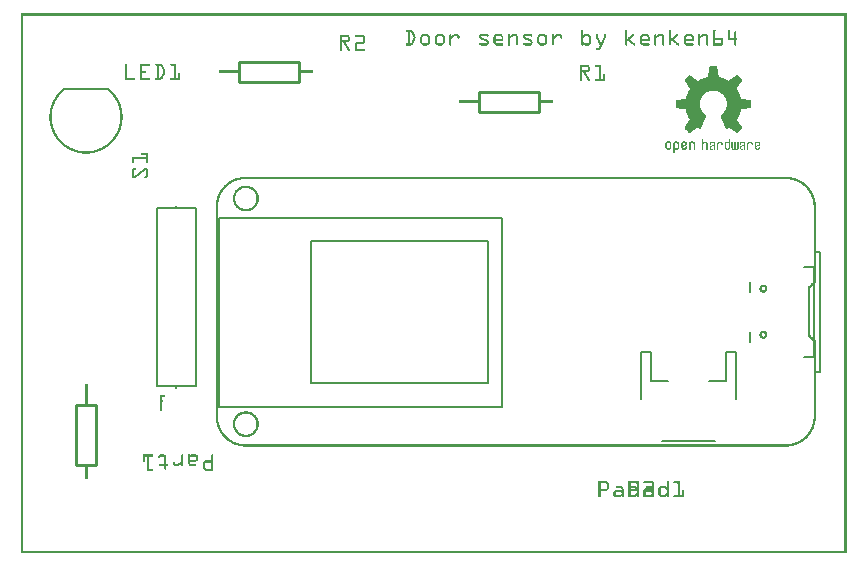
<source format=gto>
G04 MADE WITH FRITZING*
G04 WWW.FRITZING.ORG*
G04 DOUBLE SIDED*
G04 HOLES PLATED*
G04 CONTOUR ON CENTER OF CONTOUR VECTOR*
%ASAXBY*%
%FSLAX23Y23*%
%MOIN*%
%OFA0B0*%
%SFA1.0B1.0*%
%ADD10C,0.010000*%
%ADD11C,0.005000*%
%ADD12C,0.008000*%
%ADD13C,0.007874*%
%ADD14R,0.001000X0.001000*%
%LNSILK1*%
G90*
G70*
G54D10*
X1527Y1539D02*
X1727Y1539D01*
D02*
X1727Y1539D02*
X1727Y1473D01*
D02*
X1727Y1473D02*
X1527Y1473D01*
D02*
X1527Y1473D02*
X1527Y1539D01*
D02*
X727Y1639D02*
X927Y1639D01*
D02*
X927Y1639D02*
X927Y1573D01*
D02*
X927Y1573D02*
X727Y1573D01*
D02*
X727Y1573D02*
X727Y1639D01*
D02*
X251Y497D02*
X251Y297D01*
D02*
X251Y297D02*
X185Y297D01*
D02*
X185Y297D02*
X185Y497D01*
D02*
X185Y497D02*
X251Y497D01*
G54D11*
D02*
X583Y561D02*
X583Y1152D01*
D02*
X583Y561D02*
X518Y561D01*
D02*
X518Y561D02*
X453Y561D01*
D02*
X453Y561D02*
X453Y1152D01*
D02*
X453Y1152D02*
X518Y1152D01*
D02*
X518Y1152D02*
X583Y1152D01*
D02*
X518Y561D02*
X518Y552D01*
D02*
X518Y1152D02*
X518Y1160D01*
G54D12*
D02*
X2314Y378D02*
X2137Y378D01*
D02*
X2068Y516D02*
X2068Y673D01*
D02*
X2068Y673D02*
X2102Y673D01*
D02*
X2102Y673D02*
X2102Y575D01*
D02*
X2102Y575D02*
X2157Y575D01*
D02*
X2295Y575D02*
X2350Y575D01*
D02*
X2350Y575D02*
X2350Y673D01*
D02*
X2350Y673D02*
X2383Y673D01*
D02*
X2383Y673D02*
X2383Y516D01*
G54D11*
D02*
X659Y491D02*
X659Y1121D01*
D02*
X659Y1121D02*
X1604Y1121D01*
D02*
X1604Y1121D02*
X1604Y491D01*
D02*
X1604Y491D02*
X659Y491D01*
D02*
X966Y570D02*
X966Y1042D01*
D02*
X966Y1042D02*
X1557Y1042D01*
D02*
X1557Y1042D02*
X1557Y570D01*
D02*
X1557Y570D02*
X966Y570D01*
D02*
X2432Y708D02*
X2432Y739D01*
D02*
X2432Y873D02*
X2432Y905D01*
D02*
X2610Y657D02*
X2645Y657D01*
D02*
X2645Y657D02*
X2645Y956D01*
D02*
X2645Y956D02*
X2610Y956D01*
G54D12*
D02*
X2665Y1005D02*
X2651Y1005D01*
D02*
X2665Y607D02*
X2651Y607D01*
D02*
X2665Y1005D02*
X2665Y607D01*
G54D13*
X288Y1551D02*
X147Y1551D01*
D02*
G54D14*
X0Y1802D02*
X2752Y1802D01*
X0Y1801D02*
X2752Y1801D01*
X0Y1800D02*
X2752Y1800D01*
X0Y1799D02*
X2752Y1799D01*
X0Y1798D02*
X2752Y1798D01*
X0Y1797D02*
X2752Y1797D01*
X0Y1796D02*
X2752Y1796D01*
X0Y1795D02*
X2752Y1795D01*
X0Y1794D02*
X7Y1794D01*
X2745Y1794D02*
X2752Y1794D01*
X0Y1793D02*
X7Y1793D01*
X2745Y1793D02*
X2752Y1793D01*
X0Y1792D02*
X7Y1792D01*
X2745Y1792D02*
X2752Y1792D01*
X0Y1791D02*
X7Y1791D01*
X2745Y1791D02*
X2752Y1791D01*
X0Y1790D02*
X7Y1790D01*
X2745Y1790D02*
X2752Y1790D01*
X0Y1789D02*
X7Y1789D01*
X2745Y1789D02*
X2752Y1789D01*
X0Y1788D02*
X7Y1788D01*
X2745Y1788D02*
X2752Y1788D01*
X0Y1787D02*
X7Y1787D01*
X2745Y1787D02*
X2752Y1787D01*
X0Y1786D02*
X7Y1786D01*
X2745Y1786D02*
X2752Y1786D01*
X0Y1785D02*
X7Y1785D01*
X2745Y1785D02*
X2752Y1785D01*
X0Y1784D02*
X7Y1784D01*
X2745Y1784D02*
X2752Y1784D01*
X0Y1783D02*
X7Y1783D01*
X2745Y1783D02*
X2752Y1783D01*
X0Y1782D02*
X7Y1782D01*
X2745Y1782D02*
X2752Y1782D01*
X0Y1781D02*
X7Y1781D01*
X2745Y1781D02*
X2752Y1781D01*
X0Y1780D02*
X7Y1780D01*
X2745Y1780D02*
X2752Y1780D01*
X0Y1779D02*
X7Y1779D01*
X2745Y1779D02*
X2752Y1779D01*
X0Y1778D02*
X7Y1778D01*
X2745Y1778D02*
X2752Y1778D01*
X0Y1777D02*
X7Y1777D01*
X2745Y1777D02*
X2752Y1777D01*
X0Y1776D02*
X7Y1776D01*
X2745Y1776D02*
X2752Y1776D01*
X0Y1775D02*
X7Y1775D01*
X2745Y1775D02*
X2752Y1775D01*
X0Y1774D02*
X7Y1774D01*
X2745Y1774D02*
X2752Y1774D01*
X0Y1773D02*
X7Y1773D01*
X2745Y1773D02*
X2752Y1773D01*
X0Y1772D02*
X7Y1772D01*
X2745Y1772D02*
X2752Y1772D01*
X0Y1771D02*
X7Y1771D01*
X2745Y1771D02*
X2752Y1771D01*
X0Y1770D02*
X7Y1770D01*
X2745Y1770D02*
X2752Y1770D01*
X0Y1769D02*
X7Y1769D01*
X2745Y1769D02*
X2752Y1769D01*
X0Y1768D02*
X7Y1768D01*
X2745Y1768D02*
X2752Y1768D01*
X0Y1767D02*
X7Y1767D01*
X2745Y1767D02*
X2752Y1767D01*
X0Y1766D02*
X7Y1766D01*
X2745Y1766D02*
X2752Y1766D01*
X0Y1765D02*
X7Y1765D01*
X2745Y1765D02*
X2752Y1765D01*
X0Y1764D02*
X7Y1764D01*
X2745Y1764D02*
X2752Y1764D01*
X0Y1763D02*
X7Y1763D01*
X2745Y1763D02*
X2752Y1763D01*
X0Y1762D02*
X7Y1762D01*
X2745Y1762D02*
X2752Y1762D01*
X0Y1761D02*
X7Y1761D01*
X2745Y1761D02*
X2752Y1761D01*
X0Y1760D02*
X7Y1760D01*
X2745Y1760D02*
X2752Y1760D01*
X0Y1759D02*
X7Y1759D01*
X2745Y1759D02*
X2752Y1759D01*
X0Y1758D02*
X7Y1758D01*
X2745Y1758D02*
X2752Y1758D01*
X0Y1757D02*
X7Y1757D01*
X2745Y1757D02*
X2752Y1757D01*
X0Y1756D02*
X7Y1756D01*
X2745Y1756D02*
X2752Y1756D01*
X0Y1755D02*
X7Y1755D01*
X2745Y1755D02*
X2752Y1755D01*
X0Y1754D02*
X7Y1754D01*
X2745Y1754D02*
X2752Y1754D01*
X0Y1753D02*
X7Y1753D01*
X2745Y1753D02*
X2752Y1753D01*
X0Y1752D02*
X7Y1752D01*
X2745Y1752D02*
X2752Y1752D01*
X0Y1751D02*
X7Y1751D01*
X2745Y1751D02*
X2752Y1751D01*
X0Y1750D02*
X7Y1750D01*
X2745Y1750D02*
X2752Y1750D01*
X0Y1749D02*
X7Y1749D01*
X2745Y1749D02*
X2752Y1749D01*
X0Y1748D02*
X7Y1748D01*
X2745Y1748D02*
X2752Y1748D01*
X0Y1747D02*
X7Y1747D01*
X1285Y1747D02*
X1300Y1747D01*
X1870Y1747D02*
X1872Y1747D01*
X2017Y1747D02*
X2019Y1747D01*
X2163Y1747D02*
X2165Y1747D01*
X2310Y1747D02*
X2315Y1747D01*
X2360Y1747D02*
X2362Y1747D01*
X2745Y1747D02*
X2752Y1747D01*
X0Y1746D02*
X7Y1746D01*
X1284Y1746D02*
X1303Y1746D01*
X1869Y1746D02*
X1874Y1746D01*
X2016Y1746D02*
X2020Y1746D01*
X2162Y1746D02*
X2166Y1746D01*
X2308Y1746D02*
X2316Y1746D01*
X2359Y1746D02*
X2363Y1746D01*
X2745Y1746D02*
X2752Y1746D01*
X0Y1745D02*
X7Y1745D01*
X1283Y1745D02*
X1304Y1745D01*
X1869Y1745D02*
X1874Y1745D01*
X2015Y1745D02*
X2020Y1745D01*
X2161Y1745D02*
X2167Y1745D01*
X2308Y1745D02*
X2317Y1745D01*
X2358Y1745D02*
X2364Y1745D01*
X2745Y1745D02*
X2752Y1745D01*
X0Y1744D02*
X7Y1744D01*
X1283Y1744D02*
X1305Y1744D01*
X1868Y1744D02*
X1874Y1744D01*
X2015Y1744D02*
X2021Y1744D01*
X2161Y1744D02*
X2167Y1744D01*
X2308Y1744D02*
X2317Y1744D01*
X2358Y1744D02*
X2364Y1744D01*
X2745Y1744D02*
X2752Y1744D01*
X0Y1743D02*
X7Y1743D01*
X1283Y1743D02*
X1306Y1743D01*
X1868Y1743D02*
X1874Y1743D01*
X2015Y1743D02*
X2021Y1743D01*
X2161Y1743D02*
X2167Y1743D01*
X2308Y1743D02*
X2317Y1743D01*
X2358Y1743D02*
X2364Y1743D01*
X2745Y1743D02*
X2752Y1743D01*
X0Y1742D02*
X7Y1742D01*
X1284Y1742D02*
X1307Y1742D01*
X1868Y1742D02*
X1874Y1742D01*
X2015Y1742D02*
X2021Y1742D01*
X2161Y1742D02*
X2167Y1742D01*
X2308Y1742D02*
X2316Y1742D01*
X2358Y1742D02*
X2364Y1742D01*
X2745Y1742D02*
X2752Y1742D01*
X0Y1741D02*
X7Y1741D01*
X1285Y1741D02*
X1307Y1741D01*
X1868Y1741D02*
X1874Y1741D01*
X2015Y1741D02*
X2021Y1741D01*
X2161Y1741D02*
X2167Y1741D01*
X2308Y1741D02*
X2315Y1741D01*
X2358Y1741D02*
X2364Y1741D01*
X2380Y1741D02*
X2382Y1741D01*
X2745Y1741D02*
X2752Y1741D01*
X0Y1740D02*
X7Y1740D01*
X1290Y1740D02*
X1296Y1740D01*
X1301Y1740D02*
X1308Y1740D01*
X1868Y1740D02*
X1874Y1740D01*
X2015Y1740D02*
X2021Y1740D01*
X2161Y1740D02*
X2167Y1740D01*
X2308Y1740D02*
X2313Y1740D01*
X2358Y1740D02*
X2364Y1740D01*
X2379Y1740D02*
X2383Y1740D01*
X2745Y1740D02*
X2752Y1740D01*
X0Y1739D02*
X7Y1739D01*
X1290Y1739D02*
X1296Y1739D01*
X1302Y1739D02*
X1308Y1739D01*
X1868Y1739D02*
X1874Y1739D01*
X2015Y1739D02*
X2021Y1739D01*
X2161Y1739D02*
X2167Y1739D01*
X2308Y1739D02*
X2313Y1739D01*
X2358Y1739D02*
X2364Y1739D01*
X2378Y1739D02*
X2384Y1739D01*
X2745Y1739D02*
X2752Y1739D01*
X0Y1738D02*
X7Y1738D01*
X1290Y1738D02*
X1296Y1738D01*
X1302Y1738D02*
X1309Y1738D01*
X1868Y1738D02*
X1874Y1738D01*
X2015Y1738D02*
X2021Y1738D01*
X2161Y1738D02*
X2167Y1738D01*
X2308Y1738D02*
X2313Y1738D01*
X2358Y1738D02*
X2364Y1738D01*
X2378Y1738D02*
X2384Y1738D01*
X2745Y1738D02*
X2752Y1738D01*
X0Y1737D02*
X7Y1737D01*
X1290Y1737D02*
X1296Y1737D01*
X1303Y1737D02*
X1310Y1737D01*
X1868Y1737D02*
X1874Y1737D01*
X2015Y1737D02*
X2021Y1737D01*
X2161Y1737D02*
X2167Y1737D01*
X2308Y1737D02*
X2313Y1737D01*
X2358Y1737D02*
X2364Y1737D01*
X2378Y1737D02*
X2384Y1737D01*
X2745Y1737D02*
X2752Y1737D01*
X0Y1736D02*
X7Y1736D01*
X1290Y1736D02*
X1296Y1736D01*
X1303Y1736D02*
X1310Y1736D01*
X1868Y1736D02*
X1874Y1736D01*
X2015Y1736D02*
X2021Y1736D01*
X2161Y1736D02*
X2167Y1736D01*
X2308Y1736D02*
X2313Y1736D01*
X2358Y1736D02*
X2364Y1736D01*
X2378Y1736D02*
X2384Y1736D01*
X2745Y1736D02*
X2752Y1736D01*
X0Y1735D02*
X7Y1735D01*
X1290Y1735D02*
X1296Y1735D01*
X1304Y1735D02*
X1311Y1735D01*
X1868Y1735D02*
X1874Y1735D01*
X2015Y1735D02*
X2021Y1735D01*
X2161Y1735D02*
X2167Y1735D01*
X2308Y1735D02*
X2313Y1735D01*
X2358Y1735D02*
X2364Y1735D01*
X2378Y1735D02*
X2384Y1735D01*
X2745Y1735D02*
X2752Y1735D01*
X0Y1734D02*
X7Y1734D01*
X1290Y1734D02*
X1296Y1734D01*
X1304Y1734D02*
X1311Y1734D01*
X1868Y1734D02*
X1874Y1734D01*
X2015Y1734D02*
X2021Y1734D01*
X2161Y1734D02*
X2167Y1734D01*
X2308Y1734D02*
X2313Y1734D01*
X2358Y1734D02*
X2364Y1734D01*
X2378Y1734D02*
X2384Y1734D01*
X2745Y1734D02*
X2752Y1734D01*
X0Y1733D02*
X7Y1733D01*
X1290Y1733D02*
X1296Y1733D01*
X1305Y1733D02*
X1312Y1733D01*
X1868Y1733D02*
X1874Y1733D01*
X2015Y1733D02*
X2021Y1733D01*
X2161Y1733D02*
X2167Y1733D01*
X2308Y1733D02*
X2313Y1733D01*
X2358Y1733D02*
X2364Y1733D01*
X2378Y1733D02*
X2384Y1733D01*
X2745Y1733D02*
X2752Y1733D01*
X0Y1732D02*
X7Y1732D01*
X1290Y1732D02*
X1296Y1732D01*
X1305Y1732D02*
X1312Y1732D01*
X1340Y1732D02*
X1356Y1732D01*
X1389Y1732D02*
X1405Y1732D01*
X1430Y1732D02*
X1434Y1732D01*
X1444Y1732D02*
X1456Y1732D01*
X1532Y1732D02*
X1554Y1732D01*
X1584Y1732D02*
X1600Y1732D01*
X1626Y1732D02*
X1629Y1732D01*
X1639Y1732D02*
X1651Y1732D01*
X1679Y1732D02*
X1701Y1732D01*
X1730Y1732D02*
X1746Y1732D01*
X1772Y1732D02*
X1776Y1732D01*
X1785Y1732D02*
X1798Y1732D01*
X1868Y1732D02*
X1874Y1732D01*
X1880Y1732D02*
X1893Y1732D01*
X1918Y1732D02*
X1922Y1732D01*
X1945Y1732D02*
X1949Y1732D01*
X2015Y1732D02*
X2021Y1732D01*
X2039Y1732D02*
X2043Y1732D01*
X2072Y1732D02*
X2088Y1732D01*
X2113Y1732D02*
X2117Y1732D01*
X2127Y1732D02*
X2138Y1732D01*
X2161Y1732D02*
X2167Y1732D01*
X2186Y1732D02*
X2189Y1732D01*
X2218Y1732D02*
X2234Y1732D01*
X2260Y1732D02*
X2263Y1732D01*
X2273Y1732D02*
X2285Y1732D01*
X2308Y1732D02*
X2313Y1732D01*
X2358Y1732D02*
X2364Y1732D01*
X2378Y1732D02*
X2384Y1732D01*
X2745Y1732D02*
X2752Y1732D01*
X0Y1731D02*
X7Y1731D01*
X1290Y1731D02*
X1296Y1731D01*
X1306Y1731D02*
X1313Y1731D01*
X1338Y1731D02*
X1358Y1731D01*
X1387Y1731D02*
X1407Y1731D01*
X1430Y1731D02*
X1435Y1731D01*
X1443Y1731D02*
X1458Y1731D01*
X1531Y1731D02*
X1556Y1731D01*
X1582Y1731D02*
X1602Y1731D01*
X1625Y1731D02*
X1630Y1731D01*
X1637Y1731D02*
X1652Y1731D01*
X1677Y1731D02*
X1702Y1731D01*
X1729Y1731D02*
X1748Y1731D01*
X1771Y1731D02*
X1776Y1731D01*
X1784Y1731D02*
X1799Y1731D01*
X1868Y1731D02*
X1874Y1731D01*
X1878Y1731D02*
X1895Y1731D01*
X1918Y1731D02*
X1923Y1731D01*
X1944Y1731D02*
X1950Y1731D01*
X2015Y1731D02*
X2021Y1731D01*
X2038Y1731D02*
X2044Y1731D01*
X2070Y1731D02*
X2090Y1731D01*
X2113Y1731D02*
X2118Y1731D01*
X2125Y1731D02*
X2140Y1731D01*
X2161Y1731D02*
X2167Y1731D01*
X2185Y1731D02*
X2190Y1731D01*
X2217Y1731D02*
X2236Y1731D01*
X2259Y1731D02*
X2264Y1731D01*
X2272Y1731D02*
X2286Y1731D01*
X2308Y1731D02*
X2313Y1731D01*
X2358Y1731D02*
X2364Y1731D01*
X2378Y1731D02*
X2384Y1731D01*
X2745Y1731D02*
X2752Y1731D01*
X0Y1730D02*
X7Y1730D01*
X1290Y1730D02*
X1296Y1730D01*
X1306Y1730D02*
X1313Y1730D01*
X1337Y1730D02*
X1359Y1730D01*
X1386Y1730D02*
X1408Y1730D01*
X1429Y1730D02*
X1435Y1730D01*
X1441Y1730D02*
X1459Y1730D01*
X1530Y1730D02*
X1557Y1730D01*
X1581Y1730D02*
X1603Y1730D01*
X1625Y1730D02*
X1630Y1730D01*
X1636Y1730D02*
X1653Y1730D01*
X1676Y1730D02*
X1703Y1730D01*
X1727Y1730D02*
X1749Y1730D01*
X1771Y1730D02*
X1777Y1730D01*
X1783Y1730D02*
X1801Y1730D01*
X1868Y1730D02*
X1874Y1730D01*
X1877Y1730D02*
X1896Y1730D01*
X1917Y1730D02*
X1923Y1730D01*
X1944Y1730D02*
X1950Y1730D01*
X2015Y1730D02*
X2021Y1730D01*
X2037Y1730D02*
X2044Y1730D01*
X2069Y1730D02*
X2091Y1730D01*
X2112Y1730D02*
X2118Y1730D01*
X2124Y1730D02*
X2141Y1730D01*
X2161Y1730D02*
X2167Y1730D01*
X2183Y1730D02*
X2190Y1730D01*
X2215Y1730D02*
X2237Y1730D01*
X2259Y1730D02*
X2265Y1730D01*
X2270Y1730D02*
X2288Y1730D01*
X2308Y1730D02*
X2313Y1730D01*
X2358Y1730D02*
X2364Y1730D01*
X2378Y1730D02*
X2384Y1730D01*
X2745Y1730D02*
X2752Y1730D01*
X0Y1729D02*
X7Y1729D01*
X1063Y1729D02*
X1090Y1729D01*
X1115Y1729D02*
X1143Y1729D01*
X1290Y1729D02*
X1296Y1729D01*
X1307Y1729D02*
X1314Y1729D01*
X1336Y1729D02*
X1360Y1729D01*
X1385Y1729D02*
X1409Y1729D01*
X1429Y1729D02*
X1435Y1729D01*
X1440Y1729D02*
X1460Y1729D01*
X1529Y1729D02*
X1558Y1729D01*
X1580Y1729D02*
X1604Y1729D01*
X1625Y1729D02*
X1630Y1729D01*
X1634Y1729D02*
X1654Y1729D01*
X1675Y1729D02*
X1704Y1729D01*
X1726Y1729D02*
X1751Y1729D01*
X1771Y1729D02*
X1777Y1729D01*
X1782Y1729D02*
X1801Y1729D01*
X1868Y1729D02*
X1897Y1729D01*
X1917Y1729D02*
X1923Y1729D01*
X1944Y1729D02*
X1950Y1729D01*
X2015Y1729D02*
X2021Y1729D01*
X2036Y1729D02*
X2044Y1729D01*
X2068Y1729D02*
X2092Y1729D01*
X2112Y1729D02*
X2118Y1729D01*
X2122Y1729D02*
X2142Y1729D01*
X2161Y1729D02*
X2167Y1729D01*
X2182Y1729D02*
X2190Y1729D01*
X2214Y1729D02*
X2239Y1729D01*
X2259Y1729D02*
X2265Y1729D01*
X2268Y1729D02*
X2288Y1729D01*
X2308Y1729D02*
X2313Y1729D01*
X2358Y1729D02*
X2364Y1729D01*
X2378Y1729D02*
X2384Y1729D01*
X2745Y1729D02*
X2752Y1729D01*
X0Y1728D02*
X7Y1728D01*
X1063Y1728D02*
X1092Y1728D01*
X1114Y1728D02*
X1144Y1728D01*
X1290Y1728D02*
X1296Y1728D01*
X1307Y1728D02*
X1314Y1728D01*
X1335Y1728D02*
X1361Y1728D01*
X1384Y1728D02*
X1410Y1728D01*
X1429Y1728D02*
X1435Y1728D01*
X1439Y1728D02*
X1461Y1728D01*
X1529Y1728D02*
X1559Y1728D01*
X1579Y1728D02*
X1605Y1728D01*
X1625Y1728D02*
X1630Y1728D01*
X1633Y1728D02*
X1655Y1728D01*
X1675Y1728D02*
X1705Y1728D01*
X1725Y1728D02*
X1752Y1728D01*
X1771Y1728D02*
X1777Y1728D01*
X1781Y1728D02*
X1802Y1728D01*
X1868Y1728D02*
X1898Y1728D01*
X1917Y1728D02*
X1923Y1728D01*
X1944Y1728D02*
X1950Y1728D01*
X2015Y1728D02*
X2021Y1728D01*
X2035Y1728D02*
X2044Y1728D01*
X2067Y1728D02*
X2093Y1728D01*
X2112Y1728D02*
X2118Y1728D01*
X2120Y1728D02*
X2143Y1728D01*
X2161Y1728D02*
X2167Y1728D01*
X2181Y1728D02*
X2190Y1728D01*
X2213Y1728D02*
X2240Y1728D01*
X2259Y1728D02*
X2265Y1728D01*
X2267Y1728D02*
X2289Y1728D01*
X2308Y1728D02*
X2313Y1728D01*
X2358Y1728D02*
X2364Y1728D01*
X2378Y1728D02*
X2384Y1728D01*
X2745Y1728D02*
X2752Y1728D01*
X0Y1727D02*
X7Y1727D01*
X1063Y1727D02*
X1093Y1727D01*
X1113Y1727D02*
X1145Y1727D01*
X1290Y1727D02*
X1296Y1727D01*
X1308Y1727D02*
X1314Y1727D01*
X1334Y1727D02*
X1362Y1727D01*
X1383Y1727D02*
X1411Y1727D01*
X1429Y1727D02*
X1435Y1727D01*
X1438Y1727D02*
X1461Y1727D01*
X1528Y1727D02*
X1559Y1727D01*
X1578Y1727D02*
X1606Y1727D01*
X1625Y1727D02*
X1656Y1727D01*
X1675Y1727D02*
X1705Y1727D01*
X1724Y1727D02*
X1753Y1727D01*
X1771Y1727D02*
X1777Y1727D01*
X1779Y1727D02*
X1803Y1727D01*
X1868Y1727D02*
X1899Y1727D01*
X1917Y1727D02*
X1923Y1727D01*
X1944Y1727D02*
X1950Y1727D01*
X2015Y1727D02*
X2021Y1727D01*
X2033Y1727D02*
X2043Y1727D01*
X2066Y1727D02*
X2094Y1727D01*
X2112Y1727D02*
X2143Y1727D01*
X2161Y1727D02*
X2167Y1727D01*
X2180Y1727D02*
X2189Y1727D01*
X2212Y1727D02*
X2240Y1727D01*
X2259Y1727D02*
X2290Y1727D01*
X2308Y1727D02*
X2313Y1727D01*
X2358Y1727D02*
X2364Y1727D01*
X2378Y1727D02*
X2384Y1727D01*
X2745Y1727D02*
X2752Y1727D01*
X0Y1726D02*
X7Y1726D01*
X1063Y1726D02*
X1094Y1726D01*
X1113Y1726D02*
X1146Y1726D01*
X1290Y1726D02*
X1296Y1726D01*
X1308Y1726D02*
X1315Y1726D01*
X1333Y1726D02*
X1343Y1726D01*
X1353Y1726D02*
X1363Y1726D01*
X1382Y1726D02*
X1392Y1726D01*
X1402Y1726D02*
X1412Y1726D01*
X1429Y1726D02*
X1446Y1726D01*
X1454Y1726D02*
X1462Y1726D01*
X1528Y1726D02*
X1535Y1726D01*
X1551Y1726D02*
X1559Y1726D01*
X1577Y1726D02*
X1587Y1726D01*
X1597Y1726D02*
X1607Y1726D01*
X1625Y1726D02*
X1641Y1726D01*
X1648Y1726D02*
X1656Y1726D01*
X1674Y1726D02*
X1681Y1726D01*
X1698Y1726D02*
X1705Y1726D01*
X1724Y1726D02*
X1733Y1726D01*
X1744Y1726D02*
X1753Y1726D01*
X1771Y1726D02*
X1788Y1726D01*
X1795Y1726D02*
X1803Y1726D01*
X1868Y1726D02*
X1883Y1726D01*
X1890Y1726D02*
X1900Y1726D01*
X1917Y1726D02*
X1923Y1726D01*
X1944Y1726D02*
X1950Y1726D01*
X2015Y1726D02*
X2021Y1726D01*
X2032Y1726D02*
X2042Y1726D01*
X2065Y1726D02*
X2075Y1726D01*
X2085Y1726D02*
X2095Y1726D01*
X2112Y1726D02*
X2129Y1726D01*
X2136Y1726D02*
X2144Y1726D01*
X2161Y1726D02*
X2167Y1726D01*
X2179Y1726D02*
X2188Y1726D01*
X2212Y1726D02*
X2221Y1726D01*
X2232Y1726D02*
X2241Y1726D01*
X2259Y1726D02*
X2276Y1726D01*
X2282Y1726D02*
X2290Y1726D01*
X2308Y1726D02*
X2313Y1726D01*
X2358Y1726D02*
X2364Y1726D01*
X2378Y1726D02*
X2384Y1726D01*
X2745Y1726D02*
X2752Y1726D01*
X0Y1725D02*
X7Y1725D01*
X1063Y1725D02*
X1095Y1725D01*
X1114Y1725D02*
X1146Y1725D01*
X1290Y1725D02*
X1296Y1725D01*
X1309Y1725D02*
X1315Y1725D01*
X1333Y1725D02*
X1341Y1725D01*
X1356Y1725D02*
X1364Y1725D01*
X1382Y1725D02*
X1390Y1725D01*
X1404Y1725D02*
X1412Y1725D01*
X1429Y1725D02*
X1445Y1725D01*
X1455Y1725D02*
X1462Y1725D01*
X1528Y1725D02*
X1534Y1725D01*
X1553Y1725D02*
X1558Y1725D01*
X1577Y1725D02*
X1585Y1725D01*
X1600Y1725D02*
X1608Y1725D01*
X1625Y1725D02*
X1640Y1725D01*
X1650Y1725D02*
X1656Y1725D01*
X1674Y1725D02*
X1680Y1725D01*
X1700Y1725D02*
X1705Y1725D01*
X1723Y1725D02*
X1731Y1725D01*
X1746Y1725D02*
X1754Y1725D01*
X1771Y1725D02*
X1787Y1725D01*
X1797Y1725D02*
X1803Y1725D01*
X1868Y1725D02*
X1881Y1725D01*
X1892Y1725D02*
X1900Y1725D01*
X1917Y1725D02*
X1923Y1725D01*
X1944Y1725D02*
X1950Y1725D01*
X2015Y1725D02*
X2021Y1725D01*
X2031Y1725D02*
X2041Y1725D01*
X2065Y1725D02*
X2073Y1725D01*
X2087Y1725D02*
X2095Y1725D01*
X2112Y1725D02*
X2128Y1725D01*
X2137Y1725D02*
X2144Y1725D01*
X2161Y1725D02*
X2167Y1725D01*
X2177Y1725D02*
X2187Y1725D01*
X2211Y1725D02*
X2219Y1725D01*
X2234Y1725D02*
X2242Y1725D01*
X2259Y1725D02*
X2274Y1725D01*
X2284Y1725D02*
X2290Y1725D01*
X2308Y1725D02*
X2313Y1725D01*
X2358Y1725D02*
X2364Y1725D01*
X2378Y1725D02*
X2384Y1725D01*
X2745Y1725D02*
X2752Y1725D01*
X0Y1724D02*
X7Y1724D01*
X1063Y1724D02*
X1096Y1724D01*
X1114Y1724D02*
X1147Y1724D01*
X1290Y1724D02*
X1296Y1724D01*
X1309Y1724D02*
X1315Y1724D01*
X1332Y1724D02*
X1340Y1724D01*
X1357Y1724D02*
X1364Y1724D01*
X1381Y1724D02*
X1388Y1724D01*
X1406Y1724D02*
X1413Y1724D01*
X1429Y1724D02*
X1444Y1724D01*
X1456Y1724D02*
X1462Y1724D01*
X1528Y1724D02*
X1534Y1724D01*
X1555Y1724D02*
X1558Y1724D01*
X1576Y1724D02*
X1584Y1724D01*
X1601Y1724D02*
X1608Y1724D01*
X1625Y1724D02*
X1638Y1724D01*
X1650Y1724D02*
X1656Y1724D01*
X1674Y1724D02*
X1680Y1724D01*
X1701Y1724D02*
X1704Y1724D01*
X1723Y1724D02*
X1730Y1724D01*
X1747Y1724D02*
X1754Y1724D01*
X1771Y1724D02*
X1785Y1724D01*
X1798Y1724D02*
X1804Y1724D01*
X1868Y1724D02*
X1880Y1724D01*
X1893Y1724D02*
X1901Y1724D01*
X1917Y1724D02*
X1923Y1724D01*
X1944Y1724D02*
X1950Y1724D01*
X2015Y1724D02*
X2021Y1724D01*
X2030Y1724D02*
X2040Y1724D01*
X2064Y1724D02*
X2071Y1724D01*
X2089Y1724D02*
X2096Y1724D01*
X2112Y1724D02*
X2126Y1724D01*
X2138Y1724D02*
X2144Y1724D01*
X2161Y1724D02*
X2167Y1724D01*
X2176Y1724D02*
X2186Y1724D01*
X2211Y1724D02*
X2218Y1724D01*
X2235Y1724D02*
X2242Y1724D01*
X2259Y1724D02*
X2272Y1724D01*
X2284Y1724D02*
X2291Y1724D01*
X2308Y1724D02*
X2313Y1724D01*
X2358Y1724D02*
X2364Y1724D01*
X2378Y1724D02*
X2384Y1724D01*
X2745Y1724D02*
X2752Y1724D01*
X0Y1723D02*
X7Y1723D01*
X1063Y1723D02*
X1096Y1723D01*
X1116Y1723D02*
X1147Y1723D01*
X1290Y1723D02*
X1296Y1723D01*
X1310Y1723D02*
X1316Y1723D01*
X1332Y1723D02*
X1339Y1723D01*
X1358Y1723D02*
X1364Y1723D01*
X1381Y1723D02*
X1387Y1723D01*
X1407Y1723D02*
X1413Y1723D01*
X1429Y1723D02*
X1443Y1723D01*
X1456Y1723D02*
X1462Y1723D01*
X1528Y1723D02*
X1534Y1723D01*
X1576Y1723D02*
X1583Y1723D01*
X1602Y1723D02*
X1608Y1723D01*
X1625Y1723D02*
X1637Y1723D01*
X1651Y1723D02*
X1656Y1723D01*
X1674Y1723D02*
X1680Y1723D01*
X1722Y1723D02*
X1729Y1723D01*
X1748Y1723D02*
X1755Y1723D01*
X1771Y1723D02*
X1784Y1723D01*
X1798Y1723D02*
X1804Y1723D01*
X1868Y1723D02*
X1879Y1723D01*
X1894Y1723D02*
X1901Y1723D01*
X1917Y1723D02*
X1924Y1723D01*
X1943Y1723D02*
X1950Y1723D01*
X2015Y1723D02*
X2021Y1723D01*
X2029Y1723D02*
X2038Y1723D01*
X2064Y1723D02*
X2070Y1723D01*
X2090Y1723D02*
X2096Y1723D01*
X2112Y1723D02*
X2124Y1723D01*
X2138Y1723D02*
X2144Y1723D01*
X2161Y1723D02*
X2167Y1723D01*
X2175Y1723D02*
X2185Y1723D01*
X2210Y1723D02*
X2217Y1723D01*
X2236Y1723D02*
X2242Y1723D01*
X2259Y1723D02*
X2271Y1723D01*
X2285Y1723D02*
X2291Y1723D01*
X2308Y1723D02*
X2313Y1723D01*
X2358Y1723D02*
X2364Y1723D01*
X2378Y1723D02*
X2384Y1723D01*
X2745Y1723D02*
X2752Y1723D01*
X0Y1722D02*
X7Y1722D01*
X1063Y1722D02*
X1069Y1722D01*
X1089Y1722D02*
X1096Y1722D01*
X1141Y1722D02*
X1147Y1722D01*
X1290Y1722D02*
X1296Y1722D01*
X1310Y1722D02*
X1316Y1722D01*
X1332Y1722D02*
X1338Y1722D01*
X1358Y1722D02*
X1364Y1722D01*
X1381Y1722D02*
X1387Y1722D01*
X1407Y1722D02*
X1413Y1722D01*
X1429Y1722D02*
X1442Y1722D01*
X1456Y1722D02*
X1462Y1722D01*
X1528Y1722D02*
X1536Y1722D01*
X1576Y1722D02*
X1582Y1722D01*
X1602Y1722D02*
X1608Y1722D01*
X1625Y1722D02*
X1635Y1722D01*
X1651Y1722D02*
X1656Y1722D01*
X1675Y1722D02*
X1682Y1722D01*
X1722Y1722D02*
X1728Y1722D01*
X1749Y1722D02*
X1755Y1722D01*
X1771Y1722D02*
X1783Y1722D01*
X1798Y1722D02*
X1804Y1722D01*
X1868Y1722D02*
X1877Y1722D01*
X1895Y1722D02*
X1901Y1722D01*
X1918Y1722D02*
X1924Y1722D01*
X1943Y1722D02*
X1949Y1722D01*
X2015Y1722D02*
X2021Y1722D01*
X2028Y1722D02*
X2037Y1722D01*
X2064Y1722D02*
X2070Y1722D01*
X2090Y1722D02*
X2096Y1722D01*
X2112Y1722D02*
X2123Y1722D01*
X2138Y1722D02*
X2144Y1722D01*
X2161Y1722D02*
X2167Y1722D01*
X2174Y1722D02*
X2184Y1722D01*
X2210Y1722D02*
X2216Y1722D01*
X2237Y1722D02*
X2243Y1722D01*
X2259Y1722D02*
X2269Y1722D01*
X2285Y1722D02*
X2291Y1722D01*
X2308Y1722D02*
X2313Y1722D01*
X2358Y1722D02*
X2364Y1722D01*
X2378Y1722D02*
X2384Y1722D01*
X2745Y1722D02*
X2752Y1722D01*
X0Y1721D02*
X7Y1721D01*
X1063Y1721D02*
X1069Y1721D01*
X1090Y1721D02*
X1097Y1721D01*
X1141Y1721D02*
X1147Y1721D01*
X1290Y1721D02*
X1296Y1721D01*
X1310Y1721D02*
X1316Y1721D01*
X1332Y1721D02*
X1338Y1721D01*
X1359Y1721D02*
X1365Y1721D01*
X1381Y1721D02*
X1387Y1721D01*
X1407Y1721D02*
X1413Y1721D01*
X1429Y1721D02*
X1440Y1721D01*
X1456Y1721D02*
X1462Y1721D01*
X1529Y1721D02*
X1538Y1721D01*
X1576Y1721D02*
X1582Y1721D01*
X1603Y1721D02*
X1608Y1721D01*
X1625Y1721D02*
X1633Y1721D01*
X1651Y1721D02*
X1656Y1721D01*
X1675Y1721D02*
X1685Y1721D01*
X1722Y1721D02*
X1728Y1721D01*
X1749Y1721D02*
X1755Y1721D01*
X1771Y1721D02*
X1782Y1721D01*
X1798Y1721D02*
X1804Y1721D01*
X1868Y1721D02*
X1876Y1721D01*
X1895Y1721D02*
X1901Y1721D01*
X1918Y1721D02*
X1925Y1721D01*
X1943Y1721D02*
X1949Y1721D01*
X2015Y1721D02*
X2021Y1721D01*
X2026Y1721D02*
X2036Y1721D01*
X2064Y1721D02*
X2070Y1721D01*
X2090Y1721D02*
X2096Y1721D01*
X2112Y1721D02*
X2121Y1721D01*
X2138Y1721D02*
X2144Y1721D01*
X2161Y1721D02*
X2167Y1721D01*
X2173Y1721D02*
X2182Y1721D01*
X2210Y1721D02*
X2216Y1721D01*
X2237Y1721D02*
X2243Y1721D01*
X2259Y1721D02*
X2268Y1721D01*
X2285Y1721D02*
X2291Y1721D01*
X2308Y1721D02*
X2313Y1721D01*
X2358Y1721D02*
X2364Y1721D01*
X2378Y1721D02*
X2384Y1721D01*
X2745Y1721D02*
X2752Y1721D01*
X0Y1720D02*
X7Y1720D01*
X1063Y1720D02*
X1069Y1720D01*
X1091Y1720D02*
X1097Y1720D01*
X1141Y1720D02*
X1147Y1720D01*
X1290Y1720D02*
X1296Y1720D01*
X1310Y1720D02*
X1316Y1720D01*
X1332Y1720D02*
X1338Y1720D01*
X1359Y1720D02*
X1365Y1720D01*
X1381Y1720D02*
X1386Y1720D01*
X1407Y1720D02*
X1413Y1720D01*
X1429Y1720D02*
X1439Y1720D01*
X1456Y1720D02*
X1462Y1720D01*
X1529Y1720D02*
X1541Y1720D01*
X1576Y1720D02*
X1582Y1720D01*
X1603Y1720D02*
X1608Y1720D01*
X1625Y1720D02*
X1632Y1720D01*
X1651Y1720D02*
X1656Y1720D01*
X1675Y1720D02*
X1687Y1720D01*
X1722Y1720D02*
X1728Y1720D01*
X1749Y1720D02*
X1755Y1720D01*
X1771Y1720D02*
X1781Y1720D01*
X1798Y1720D02*
X1803Y1720D01*
X1868Y1720D02*
X1875Y1720D01*
X1895Y1720D02*
X1901Y1720D01*
X1919Y1720D02*
X1925Y1720D01*
X1942Y1720D02*
X1949Y1720D01*
X2015Y1720D02*
X2021Y1720D01*
X2025Y1720D02*
X2035Y1720D01*
X2064Y1720D02*
X2069Y1720D01*
X2091Y1720D02*
X2096Y1720D01*
X2112Y1720D02*
X2120Y1720D01*
X2139Y1720D02*
X2144Y1720D01*
X2161Y1720D02*
X2167Y1720D01*
X2172Y1720D02*
X2181Y1720D01*
X2210Y1720D02*
X2216Y1720D01*
X2237Y1720D02*
X2243Y1720D01*
X2259Y1720D02*
X2266Y1720D01*
X2285Y1720D02*
X2291Y1720D01*
X2308Y1720D02*
X2313Y1720D01*
X2358Y1720D02*
X2364Y1720D01*
X2378Y1720D02*
X2384Y1720D01*
X2745Y1720D02*
X2752Y1720D01*
X0Y1719D02*
X7Y1719D01*
X1063Y1719D02*
X1069Y1719D01*
X1091Y1719D02*
X1097Y1719D01*
X1141Y1719D02*
X1147Y1719D01*
X1290Y1719D02*
X1296Y1719D01*
X1310Y1719D02*
X1316Y1719D01*
X1332Y1719D02*
X1338Y1719D01*
X1359Y1719D02*
X1365Y1719D01*
X1381Y1719D02*
X1386Y1719D01*
X1407Y1719D02*
X1413Y1719D01*
X1429Y1719D02*
X1438Y1719D01*
X1457Y1719D02*
X1461Y1719D01*
X1530Y1719D02*
X1543Y1719D01*
X1576Y1719D02*
X1582Y1719D01*
X1603Y1719D02*
X1608Y1719D01*
X1625Y1719D02*
X1631Y1719D01*
X1651Y1719D02*
X1657Y1719D01*
X1676Y1719D02*
X1689Y1719D01*
X1722Y1719D02*
X1728Y1719D01*
X1749Y1719D02*
X1755Y1719D01*
X1771Y1719D02*
X1780Y1719D01*
X1798Y1719D02*
X1803Y1719D01*
X1868Y1719D02*
X1875Y1719D01*
X1895Y1719D02*
X1901Y1719D01*
X1919Y1719D02*
X1926Y1719D01*
X1942Y1719D02*
X1948Y1719D01*
X2015Y1719D02*
X2021Y1719D01*
X2024Y1719D02*
X2034Y1719D01*
X2064Y1719D02*
X2069Y1719D01*
X2091Y1719D02*
X2096Y1719D01*
X2112Y1719D02*
X2118Y1719D01*
X2139Y1719D02*
X2144Y1719D01*
X2161Y1719D02*
X2167Y1719D01*
X2170Y1719D02*
X2180Y1719D01*
X2210Y1719D02*
X2216Y1719D01*
X2237Y1719D02*
X2243Y1719D01*
X2259Y1719D02*
X2265Y1719D01*
X2285Y1719D02*
X2291Y1719D01*
X2308Y1719D02*
X2313Y1719D01*
X2358Y1719D02*
X2364Y1719D01*
X2378Y1719D02*
X2384Y1719D01*
X2745Y1719D02*
X2752Y1719D01*
X0Y1718D02*
X7Y1718D01*
X1063Y1718D02*
X1069Y1718D01*
X1091Y1718D02*
X1097Y1718D01*
X1141Y1718D02*
X1147Y1718D01*
X1290Y1718D02*
X1296Y1718D01*
X1309Y1718D02*
X1315Y1718D01*
X1332Y1718D02*
X1338Y1718D01*
X1359Y1718D02*
X1365Y1718D01*
X1381Y1718D02*
X1386Y1718D01*
X1407Y1718D02*
X1413Y1718D01*
X1429Y1718D02*
X1437Y1718D01*
X1458Y1718D02*
X1460Y1718D01*
X1531Y1718D02*
X1545Y1718D01*
X1576Y1718D02*
X1582Y1718D01*
X1603Y1718D02*
X1608Y1718D01*
X1625Y1718D02*
X1630Y1718D01*
X1651Y1718D02*
X1657Y1718D01*
X1677Y1718D02*
X1692Y1718D01*
X1722Y1718D02*
X1728Y1718D01*
X1749Y1718D02*
X1755Y1718D01*
X1771Y1718D02*
X1779Y1718D01*
X1800Y1718D02*
X1802Y1718D01*
X1868Y1718D02*
X1874Y1718D01*
X1895Y1718D02*
X1901Y1718D01*
X1919Y1718D02*
X1926Y1718D01*
X1941Y1718D02*
X1948Y1718D01*
X2015Y1718D02*
X2021Y1718D01*
X2023Y1718D02*
X2033Y1718D01*
X2064Y1718D02*
X2069Y1718D01*
X2091Y1718D02*
X2096Y1718D01*
X2112Y1718D02*
X2118Y1718D01*
X2139Y1718D02*
X2144Y1718D01*
X2161Y1718D02*
X2167Y1718D01*
X2169Y1718D02*
X2179Y1718D01*
X2210Y1718D02*
X2216Y1718D01*
X2237Y1718D02*
X2243Y1718D01*
X2259Y1718D02*
X2265Y1718D01*
X2285Y1718D02*
X2291Y1718D01*
X2308Y1718D02*
X2339Y1718D01*
X2358Y1718D02*
X2386Y1718D01*
X2745Y1718D02*
X2752Y1718D01*
X0Y1717D02*
X7Y1717D01*
X1063Y1717D02*
X1069Y1717D01*
X1091Y1717D02*
X1097Y1717D01*
X1141Y1717D02*
X1147Y1717D01*
X1290Y1717D02*
X1296Y1717D01*
X1309Y1717D02*
X1315Y1717D01*
X1332Y1717D02*
X1338Y1717D01*
X1359Y1717D02*
X1365Y1717D01*
X1381Y1717D02*
X1386Y1717D01*
X1407Y1717D02*
X1413Y1717D01*
X1429Y1717D02*
X1436Y1717D01*
X1532Y1717D02*
X1548Y1717D01*
X1576Y1717D02*
X1582Y1717D01*
X1603Y1717D02*
X1608Y1717D01*
X1625Y1717D02*
X1630Y1717D01*
X1651Y1717D02*
X1657Y1717D01*
X1678Y1717D02*
X1694Y1717D01*
X1722Y1717D02*
X1728Y1717D01*
X1749Y1717D02*
X1755Y1717D01*
X1771Y1717D02*
X1777Y1717D01*
X1868Y1717D02*
X1874Y1717D01*
X1895Y1717D02*
X1901Y1717D01*
X1920Y1717D02*
X1926Y1717D01*
X1941Y1717D02*
X1947Y1717D01*
X2015Y1717D02*
X2031Y1717D01*
X2064Y1717D02*
X2069Y1717D01*
X2091Y1717D02*
X2096Y1717D01*
X2112Y1717D02*
X2118Y1717D01*
X2139Y1717D02*
X2144Y1717D01*
X2161Y1717D02*
X2178Y1717D01*
X2210Y1717D02*
X2216Y1717D01*
X2237Y1717D02*
X2243Y1717D01*
X2259Y1717D02*
X2265Y1717D01*
X2285Y1717D02*
X2291Y1717D01*
X2308Y1717D02*
X2340Y1717D01*
X2358Y1717D02*
X2387Y1717D01*
X2745Y1717D02*
X2752Y1717D01*
X0Y1716D02*
X7Y1716D01*
X1063Y1716D02*
X1069Y1716D01*
X1091Y1716D02*
X1097Y1716D01*
X1141Y1716D02*
X1147Y1716D01*
X1290Y1716D02*
X1296Y1716D01*
X1308Y1716D02*
X1315Y1716D01*
X1332Y1716D02*
X1338Y1716D01*
X1359Y1716D02*
X1365Y1716D01*
X1381Y1716D02*
X1386Y1716D01*
X1407Y1716D02*
X1413Y1716D01*
X1429Y1716D02*
X1435Y1716D01*
X1534Y1716D02*
X1550Y1716D01*
X1576Y1716D02*
X1582Y1716D01*
X1602Y1716D02*
X1608Y1716D01*
X1625Y1716D02*
X1630Y1716D01*
X1651Y1716D02*
X1657Y1716D01*
X1680Y1716D02*
X1696Y1716D01*
X1722Y1716D02*
X1728Y1716D01*
X1749Y1716D02*
X1755Y1716D01*
X1771Y1716D02*
X1777Y1716D01*
X1868Y1716D02*
X1874Y1716D01*
X1895Y1716D02*
X1901Y1716D01*
X1920Y1716D02*
X1927Y1716D01*
X1940Y1716D02*
X1947Y1716D01*
X2015Y1716D02*
X2030Y1716D01*
X2064Y1716D02*
X2070Y1716D01*
X2090Y1716D02*
X2096Y1716D01*
X2112Y1716D02*
X2118Y1716D01*
X2139Y1716D02*
X2144Y1716D01*
X2161Y1716D02*
X2177Y1716D01*
X2210Y1716D02*
X2216Y1716D01*
X2237Y1716D02*
X2243Y1716D01*
X2259Y1716D02*
X2265Y1716D01*
X2285Y1716D02*
X2291Y1716D01*
X2308Y1716D02*
X2340Y1716D01*
X2358Y1716D02*
X2387Y1716D01*
X2745Y1716D02*
X2752Y1716D01*
X0Y1715D02*
X7Y1715D01*
X1063Y1715D02*
X1069Y1715D01*
X1091Y1715D02*
X1097Y1715D01*
X1141Y1715D02*
X1147Y1715D01*
X1290Y1715D02*
X1296Y1715D01*
X1308Y1715D02*
X1314Y1715D01*
X1332Y1715D02*
X1338Y1715D01*
X1359Y1715D02*
X1365Y1715D01*
X1381Y1715D02*
X1386Y1715D01*
X1407Y1715D02*
X1413Y1715D01*
X1429Y1715D02*
X1435Y1715D01*
X1536Y1715D02*
X1552Y1715D01*
X1576Y1715D02*
X1608Y1715D01*
X1625Y1715D02*
X1630Y1715D01*
X1651Y1715D02*
X1657Y1715D01*
X1682Y1715D02*
X1699Y1715D01*
X1722Y1715D02*
X1728Y1715D01*
X1749Y1715D02*
X1755Y1715D01*
X1771Y1715D02*
X1777Y1715D01*
X1868Y1715D02*
X1874Y1715D01*
X1895Y1715D02*
X1901Y1715D01*
X1921Y1715D02*
X1927Y1715D01*
X1940Y1715D02*
X1946Y1715D01*
X2015Y1715D02*
X2030Y1715D01*
X2064Y1715D02*
X2096Y1715D01*
X2112Y1715D02*
X2118Y1715D01*
X2139Y1715D02*
X2145Y1715D01*
X2161Y1715D02*
X2176Y1715D01*
X2210Y1715D02*
X2243Y1715D01*
X2259Y1715D02*
X2265Y1715D01*
X2285Y1715D02*
X2291Y1715D01*
X2308Y1715D02*
X2340Y1715D01*
X2358Y1715D02*
X2387Y1715D01*
X2745Y1715D02*
X2752Y1715D01*
X0Y1714D02*
X7Y1714D01*
X1063Y1714D02*
X1069Y1714D01*
X1090Y1714D02*
X1097Y1714D01*
X1141Y1714D02*
X1147Y1714D01*
X1290Y1714D02*
X1296Y1714D01*
X1307Y1714D02*
X1314Y1714D01*
X1332Y1714D02*
X1338Y1714D01*
X1359Y1714D02*
X1365Y1714D01*
X1381Y1714D02*
X1386Y1714D01*
X1407Y1714D02*
X1413Y1714D01*
X1429Y1714D02*
X1435Y1714D01*
X1538Y1714D02*
X1554Y1714D01*
X1576Y1714D02*
X1608Y1714D01*
X1625Y1714D02*
X1630Y1714D01*
X1651Y1714D02*
X1657Y1714D01*
X1685Y1714D02*
X1701Y1714D01*
X1722Y1714D02*
X1728Y1714D01*
X1749Y1714D02*
X1755Y1714D01*
X1771Y1714D02*
X1777Y1714D01*
X1868Y1714D02*
X1874Y1714D01*
X1895Y1714D02*
X1901Y1714D01*
X1921Y1714D02*
X1928Y1714D01*
X1939Y1714D02*
X1946Y1714D01*
X2015Y1714D02*
X2031Y1714D01*
X2064Y1714D02*
X2096Y1714D01*
X2112Y1714D02*
X2118Y1714D01*
X2139Y1714D02*
X2145Y1714D01*
X2161Y1714D02*
X2177Y1714D01*
X2210Y1714D02*
X2243Y1714D01*
X2259Y1714D02*
X2265Y1714D01*
X2285Y1714D02*
X2291Y1714D01*
X2308Y1714D02*
X2340Y1714D01*
X2358Y1714D02*
X2387Y1714D01*
X2745Y1714D02*
X2752Y1714D01*
X0Y1713D02*
X7Y1713D01*
X1063Y1713D02*
X1069Y1713D01*
X1090Y1713D02*
X1097Y1713D01*
X1141Y1713D02*
X1147Y1713D01*
X1290Y1713D02*
X1296Y1713D01*
X1307Y1713D02*
X1314Y1713D01*
X1332Y1713D02*
X1338Y1713D01*
X1359Y1713D02*
X1365Y1713D01*
X1381Y1713D02*
X1386Y1713D01*
X1407Y1713D02*
X1413Y1713D01*
X1429Y1713D02*
X1435Y1713D01*
X1541Y1713D02*
X1556Y1713D01*
X1576Y1713D02*
X1608Y1713D01*
X1625Y1713D02*
X1630Y1713D01*
X1651Y1713D02*
X1657Y1713D01*
X1687Y1713D02*
X1702Y1713D01*
X1722Y1713D02*
X1728Y1713D01*
X1749Y1713D02*
X1755Y1713D01*
X1771Y1713D02*
X1777Y1713D01*
X1868Y1713D02*
X1874Y1713D01*
X1895Y1713D02*
X1901Y1713D01*
X1922Y1713D02*
X1928Y1713D01*
X1939Y1713D02*
X1946Y1713D01*
X2015Y1713D02*
X2032Y1713D01*
X2064Y1713D02*
X2096Y1713D01*
X2112Y1713D02*
X2118Y1713D01*
X2139Y1713D02*
X2145Y1713D01*
X2161Y1713D02*
X2178Y1713D01*
X2210Y1713D02*
X2243Y1713D01*
X2259Y1713D02*
X2265Y1713D01*
X2285Y1713D02*
X2291Y1713D01*
X2308Y1713D02*
X2340Y1713D01*
X2358Y1713D02*
X2387Y1713D01*
X2745Y1713D02*
X2752Y1713D01*
X0Y1712D02*
X7Y1712D01*
X1063Y1712D02*
X1096Y1712D01*
X1141Y1712D02*
X1147Y1712D01*
X1290Y1712D02*
X1296Y1712D01*
X1306Y1712D02*
X1313Y1712D01*
X1332Y1712D02*
X1338Y1712D01*
X1359Y1712D02*
X1365Y1712D01*
X1381Y1712D02*
X1386Y1712D01*
X1407Y1712D02*
X1413Y1712D01*
X1429Y1712D02*
X1435Y1712D01*
X1543Y1712D02*
X1557Y1712D01*
X1576Y1712D02*
X1608Y1712D01*
X1625Y1712D02*
X1630Y1712D01*
X1651Y1712D02*
X1657Y1712D01*
X1689Y1712D02*
X1703Y1712D01*
X1722Y1712D02*
X1728Y1712D01*
X1749Y1712D02*
X1755Y1712D01*
X1771Y1712D02*
X1777Y1712D01*
X1868Y1712D02*
X1874Y1712D01*
X1895Y1712D02*
X1901Y1712D01*
X1922Y1712D02*
X1929Y1712D01*
X1939Y1712D02*
X1945Y1712D01*
X2015Y1712D02*
X2033Y1712D01*
X2064Y1712D02*
X2096Y1712D01*
X2112Y1712D02*
X2118Y1712D01*
X2139Y1712D02*
X2145Y1712D01*
X2161Y1712D02*
X2179Y1712D01*
X2210Y1712D02*
X2243Y1712D01*
X2259Y1712D02*
X2265Y1712D01*
X2285Y1712D02*
X2291Y1712D01*
X2308Y1712D02*
X2340Y1712D01*
X2358Y1712D02*
X2385Y1712D01*
X2745Y1712D02*
X2752Y1712D01*
X0Y1711D02*
X7Y1711D01*
X1063Y1711D02*
X1096Y1711D01*
X1141Y1711D02*
X1147Y1711D01*
X1290Y1711D02*
X1296Y1711D01*
X1306Y1711D02*
X1313Y1711D01*
X1332Y1711D02*
X1338Y1711D01*
X1359Y1711D02*
X1365Y1711D01*
X1381Y1711D02*
X1386Y1711D01*
X1407Y1711D02*
X1413Y1711D01*
X1429Y1711D02*
X1435Y1711D01*
X1545Y1711D02*
X1558Y1711D01*
X1576Y1711D02*
X1608Y1711D01*
X1625Y1711D02*
X1630Y1711D01*
X1651Y1711D02*
X1657Y1711D01*
X1692Y1711D02*
X1704Y1711D01*
X1722Y1711D02*
X1728Y1711D01*
X1749Y1711D02*
X1755Y1711D01*
X1771Y1711D02*
X1777Y1711D01*
X1868Y1711D02*
X1874Y1711D01*
X1895Y1711D02*
X1901Y1711D01*
X1923Y1711D02*
X1929Y1711D01*
X1938Y1711D02*
X1945Y1711D01*
X2015Y1711D02*
X2034Y1711D01*
X2064Y1711D02*
X2096Y1711D01*
X2112Y1711D02*
X2118Y1711D01*
X2139Y1711D02*
X2145Y1711D01*
X2161Y1711D02*
X2180Y1711D01*
X2210Y1711D02*
X2242Y1711D01*
X2259Y1711D02*
X2265Y1711D01*
X2285Y1711D02*
X2291Y1711D01*
X2308Y1711D02*
X2313Y1711D01*
X2334Y1711D02*
X2340Y1711D01*
X2378Y1711D02*
X2384Y1711D01*
X2745Y1711D02*
X2752Y1711D01*
X0Y1710D02*
X7Y1710D01*
X1063Y1710D02*
X1095Y1710D01*
X1141Y1710D02*
X1147Y1710D01*
X1290Y1710D02*
X1296Y1710D01*
X1305Y1710D02*
X1312Y1710D01*
X1332Y1710D02*
X1338Y1710D01*
X1359Y1710D02*
X1365Y1710D01*
X1381Y1710D02*
X1386Y1710D01*
X1407Y1710D02*
X1413Y1710D01*
X1429Y1710D02*
X1435Y1710D01*
X1548Y1710D02*
X1558Y1710D01*
X1576Y1710D02*
X1607Y1710D01*
X1625Y1710D02*
X1630Y1710D01*
X1651Y1710D02*
X1657Y1710D01*
X1694Y1710D02*
X1705Y1710D01*
X1722Y1710D02*
X1728Y1710D01*
X1749Y1710D02*
X1755Y1710D01*
X1771Y1710D02*
X1777Y1710D01*
X1868Y1710D02*
X1874Y1710D01*
X1895Y1710D02*
X1901Y1710D01*
X1923Y1710D02*
X1929Y1710D01*
X1938Y1710D02*
X1944Y1710D01*
X2015Y1710D02*
X2023Y1710D01*
X2026Y1710D02*
X2035Y1710D01*
X2064Y1710D02*
X2095Y1710D01*
X2112Y1710D02*
X2118Y1710D01*
X2139Y1710D02*
X2145Y1710D01*
X2161Y1710D02*
X2169Y1710D01*
X2172Y1710D02*
X2182Y1710D01*
X2210Y1710D02*
X2242Y1710D01*
X2259Y1710D02*
X2265Y1710D01*
X2285Y1710D02*
X2291Y1710D01*
X2308Y1710D02*
X2313Y1710D01*
X2334Y1710D02*
X2340Y1710D01*
X2378Y1710D02*
X2384Y1710D01*
X2745Y1710D02*
X2752Y1710D01*
X0Y1709D02*
X7Y1709D01*
X1063Y1709D02*
X1094Y1709D01*
X1141Y1709D02*
X1147Y1709D01*
X1290Y1709D02*
X1296Y1709D01*
X1305Y1709D02*
X1312Y1709D01*
X1332Y1709D02*
X1338Y1709D01*
X1359Y1709D02*
X1365Y1709D01*
X1381Y1709D02*
X1386Y1709D01*
X1407Y1709D02*
X1413Y1709D01*
X1429Y1709D02*
X1435Y1709D01*
X1550Y1709D02*
X1559Y1709D01*
X1576Y1709D02*
X1606Y1709D01*
X1625Y1709D02*
X1630Y1709D01*
X1651Y1709D02*
X1657Y1709D01*
X1696Y1709D02*
X1705Y1709D01*
X1722Y1709D02*
X1728Y1709D01*
X1749Y1709D02*
X1755Y1709D01*
X1771Y1709D02*
X1777Y1709D01*
X1868Y1709D02*
X1874Y1709D01*
X1895Y1709D02*
X1901Y1709D01*
X1923Y1709D02*
X1930Y1709D01*
X1937Y1709D02*
X1944Y1709D01*
X2015Y1709D02*
X2022Y1709D01*
X2027Y1709D02*
X2036Y1709D01*
X2064Y1709D02*
X2094Y1709D01*
X2112Y1709D02*
X2118Y1709D01*
X2139Y1709D02*
X2145Y1709D01*
X2161Y1709D02*
X2168Y1709D01*
X2173Y1709D02*
X2183Y1709D01*
X2210Y1709D02*
X2240Y1709D01*
X2259Y1709D02*
X2265Y1709D01*
X2285Y1709D02*
X2291Y1709D01*
X2308Y1709D02*
X2313Y1709D01*
X2334Y1709D02*
X2340Y1709D01*
X2378Y1709D02*
X2384Y1709D01*
X2745Y1709D02*
X2752Y1709D01*
X0Y1708D02*
X7Y1708D01*
X1063Y1708D02*
X1094Y1708D01*
X1141Y1708D02*
X1147Y1708D01*
X1290Y1708D02*
X1296Y1708D01*
X1304Y1708D02*
X1311Y1708D01*
X1332Y1708D02*
X1338Y1708D01*
X1359Y1708D02*
X1365Y1708D01*
X1381Y1708D02*
X1386Y1708D01*
X1407Y1708D02*
X1413Y1708D01*
X1429Y1708D02*
X1435Y1708D01*
X1552Y1708D02*
X1559Y1708D01*
X1576Y1708D02*
X1582Y1708D01*
X1625Y1708D02*
X1630Y1708D01*
X1651Y1708D02*
X1657Y1708D01*
X1698Y1708D02*
X1705Y1708D01*
X1722Y1708D02*
X1728Y1708D01*
X1749Y1708D02*
X1755Y1708D01*
X1771Y1708D02*
X1777Y1708D01*
X1868Y1708D02*
X1875Y1708D01*
X1895Y1708D02*
X1901Y1708D01*
X1924Y1708D02*
X1930Y1708D01*
X1937Y1708D02*
X1943Y1708D01*
X2015Y1708D02*
X2021Y1708D01*
X2028Y1708D02*
X2038Y1708D01*
X2064Y1708D02*
X2069Y1708D01*
X2112Y1708D02*
X2118Y1708D01*
X2139Y1708D02*
X2145Y1708D01*
X2161Y1708D02*
X2167Y1708D01*
X2174Y1708D02*
X2184Y1708D01*
X2210Y1708D02*
X2216Y1708D01*
X2259Y1708D02*
X2265Y1708D01*
X2285Y1708D02*
X2291Y1708D01*
X2308Y1708D02*
X2313Y1708D01*
X2334Y1708D02*
X2340Y1708D01*
X2378Y1708D02*
X2384Y1708D01*
X2745Y1708D02*
X2752Y1708D01*
X0Y1707D02*
X7Y1707D01*
X1063Y1707D02*
X1092Y1707D01*
X1141Y1707D02*
X1147Y1707D01*
X1290Y1707D02*
X1296Y1707D01*
X1304Y1707D02*
X1311Y1707D01*
X1332Y1707D02*
X1338Y1707D01*
X1359Y1707D02*
X1365Y1707D01*
X1381Y1707D02*
X1386Y1707D01*
X1407Y1707D02*
X1413Y1707D01*
X1429Y1707D02*
X1435Y1707D01*
X1553Y1707D02*
X1559Y1707D01*
X1576Y1707D02*
X1582Y1707D01*
X1625Y1707D02*
X1630Y1707D01*
X1651Y1707D02*
X1657Y1707D01*
X1699Y1707D02*
X1706Y1707D01*
X1722Y1707D02*
X1728Y1707D01*
X1749Y1707D02*
X1755Y1707D01*
X1771Y1707D02*
X1777Y1707D01*
X1868Y1707D02*
X1876Y1707D01*
X1895Y1707D02*
X1901Y1707D01*
X1924Y1707D02*
X1931Y1707D01*
X1936Y1707D02*
X1943Y1707D01*
X2015Y1707D02*
X2021Y1707D01*
X2029Y1707D02*
X2039Y1707D01*
X2064Y1707D02*
X2069Y1707D01*
X2112Y1707D02*
X2118Y1707D01*
X2139Y1707D02*
X2145Y1707D01*
X2161Y1707D02*
X2167Y1707D01*
X2176Y1707D02*
X2185Y1707D01*
X2210Y1707D02*
X2216Y1707D01*
X2259Y1707D02*
X2265Y1707D01*
X2285Y1707D02*
X2291Y1707D01*
X2308Y1707D02*
X2313Y1707D01*
X2334Y1707D02*
X2340Y1707D01*
X2378Y1707D02*
X2384Y1707D01*
X2745Y1707D02*
X2752Y1707D01*
X0Y1706D02*
X7Y1706D01*
X1063Y1706D02*
X1091Y1706D01*
X1119Y1706D02*
X1147Y1706D01*
X1290Y1706D02*
X1296Y1706D01*
X1303Y1706D02*
X1310Y1706D01*
X1332Y1706D02*
X1338Y1706D01*
X1359Y1706D02*
X1364Y1706D01*
X1381Y1706D02*
X1387Y1706D01*
X1407Y1706D02*
X1413Y1706D01*
X1429Y1706D02*
X1435Y1706D01*
X1554Y1706D02*
X1560Y1706D01*
X1576Y1706D02*
X1582Y1706D01*
X1625Y1706D02*
X1630Y1706D01*
X1651Y1706D02*
X1657Y1706D01*
X1700Y1706D02*
X1706Y1706D01*
X1722Y1706D02*
X1728Y1706D01*
X1749Y1706D02*
X1755Y1706D01*
X1771Y1706D02*
X1777Y1706D01*
X1868Y1706D02*
X1877Y1706D01*
X1895Y1706D02*
X1901Y1706D01*
X1925Y1706D02*
X1931Y1706D01*
X1936Y1706D02*
X1942Y1706D01*
X2015Y1706D02*
X2021Y1706D01*
X2030Y1706D02*
X2040Y1706D01*
X2064Y1706D02*
X2070Y1706D01*
X2112Y1706D02*
X2118Y1706D01*
X2139Y1706D02*
X2145Y1706D01*
X2161Y1706D02*
X2167Y1706D01*
X2177Y1706D02*
X2186Y1706D01*
X2210Y1706D02*
X2216Y1706D01*
X2259Y1706D02*
X2265Y1706D01*
X2285Y1706D02*
X2291Y1706D01*
X2308Y1706D02*
X2313Y1706D01*
X2334Y1706D02*
X2340Y1706D01*
X2378Y1706D02*
X2384Y1706D01*
X2745Y1706D02*
X2752Y1706D01*
X0Y1705D02*
X7Y1705D01*
X1063Y1705D02*
X1070Y1705D01*
X1075Y1705D02*
X1083Y1705D01*
X1117Y1705D02*
X1147Y1705D01*
X1290Y1705D02*
X1296Y1705D01*
X1303Y1705D02*
X1310Y1705D01*
X1332Y1705D02*
X1338Y1705D01*
X1358Y1705D02*
X1364Y1705D01*
X1381Y1705D02*
X1387Y1705D01*
X1407Y1705D02*
X1413Y1705D01*
X1429Y1705D02*
X1435Y1705D01*
X1554Y1705D02*
X1560Y1705D01*
X1576Y1705D02*
X1582Y1705D01*
X1625Y1705D02*
X1630Y1705D01*
X1651Y1705D02*
X1657Y1705D01*
X1700Y1705D02*
X1706Y1705D01*
X1722Y1705D02*
X1729Y1705D01*
X1748Y1705D02*
X1755Y1705D01*
X1771Y1705D02*
X1777Y1705D01*
X1868Y1705D02*
X1878Y1705D01*
X1895Y1705D02*
X1901Y1705D01*
X1925Y1705D02*
X1932Y1705D01*
X1935Y1705D02*
X1942Y1705D01*
X2015Y1705D02*
X2021Y1705D01*
X2032Y1705D02*
X2041Y1705D01*
X2064Y1705D02*
X2070Y1705D01*
X2112Y1705D02*
X2118Y1705D01*
X2139Y1705D02*
X2145Y1705D01*
X2161Y1705D02*
X2167Y1705D01*
X2178Y1705D02*
X2187Y1705D01*
X2210Y1705D02*
X2216Y1705D01*
X2259Y1705D02*
X2265Y1705D01*
X2285Y1705D02*
X2291Y1705D01*
X2308Y1705D02*
X2313Y1705D01*
X2334Y1705D02*
X2340Y1705D01*
X2378Y1705D02*
X2384Y1705D01*
X2745Y1705D02*
X2752Y1705D01*
X0Y1704D02*
X7Y1704D01*
X1063Y1704D02*
X1069Y1704D01*
X1076Y1704D02*
X1083Y1704D01*
X1115Y1704D02*
X1147Y1704D01*
X1290Y1704D02*
X1296Y1704D01*
X1302Y1704D02*
X1309Y1704D01*
X1332Y1704D02*
X1339Y1704D01*
X1357Y1704D02*
X1364Y1704D01*
X1381Y1704D02*
X1388Y1704D01*
X1406Y1704D02*
X1413Y1704D01*
X1429Y1704D02*
X1435Y1704D01*
X1529Y1704D02*
X1530Y1704D01*
X1553Y1704D02*
X1560Y1704D01*
X1576Y1704D02*
X1583Y1704D01*
X1625Y1704D02*
X1630Y1704D01*
X1651Y1704D02*
X1657Y1704D01*
X1676Y1704D02*
X1677Y1704D01*
X1700Y1704D02*
X1706Y1704D01*
X1722Y1704D02*
X1729Y1704D01*
X1747Y1704D02*
X1754Y1704D01*
X1771Y1704D02*
X1777Y1704D01*
X1868Y1704D02*
X1879Y1704D01*
X1894Y1704D02*
X1901Y1704D01*
X1926Y1704D02*
X1942Y1704D01*
X2015Y1704D02*
X2021Y1704D01*
X2033Y1704D02*
X2042Y1704D01*
X2064Y1704D02*
X2071Y1704D01*
X2112Y1704D02*
X2118Y1704D01*
X2139Y1704D02*
X2145Y1704D01*
X2161Y1704D02*
X2167Y1704D01*
X2179Y1704D02*
X2189Y1704D01*
X2210Y1704D02*
X2217Y1704D01*
X2259Y1704D02*
X2265Y1704D01*
X2285Y1704D02*
X2291Y1704D01*
X2308Y1704D02*
X2313Y1704D01*
X2334Y1704D02*
X2340Y1704D01*
X2378Y1704D02*
X2384Y1704D01*
X2745Y1704D02*
X2752Y1704D01*
X0Y1703D02*
X7Y1703D01*
X1063Y1703D02*
X1069Y1703D01*
X1076Y1703D02*
X1083Y1703D01*
X1114Y1703D02*
X1146Y1703D01*
X1290Y1703D02*
X1296Y1703D01*
X1302Y1703D02*
X1309Y1703D01*
X1333Y1703D02*
X1340Y1703D01*
X1356Y1703D02*
X1364Y1703D01*
X1381Y1703D02*
X1389Y1703D01*
X1405Y1703D02*
X1413Y1703D01*
X1429Y1703D02*
X1435Y1703D01*
X1528Y1703D02*
X1532Y1703D01*
X1553Y1703D02*
X1559Y1703D01*
X1576Y1703D02*
X1584Y1703D01*
X1625Y1703D02*
X1630Y1703D01*
X1651Y1703D02*
X1657Y1703D01*
X1674Y1703D02*
X1678Y1703D01*
X1699Y1703D02*
X1706Y1703D01*
X1723Y1703D02*
X1730Y1703D01*
X1746Y1703D02*
X1754Y1703D01*
X1771Y1703D02*
X1777Y1703D01*
X1868Y1703D02*
X1880Y1703D01*
X1893Y1703D02*
X1900Y1703D01*
X1926Y1703D02*
X1941Y1703D01*
X2015Y1703D02*
X2021Y1703D01*
X2034Y1703D02*
X2043Y1703D01*
X2064Y1703D02*
X2072Y1703D01*
X2112Y1703D02*
X2118Y1703D01*
X2139Y1703D02*
X2145Y1703D01*
X2161Y1703D02*
X2167Y1703D01*
X2180Y1703D02*
X2190Y1703D01*
X2211Y1703D02*
X2218Y1703D01*
X2259Y1703D02*
X2265Y1703D01*
X2285Y1703D02*
X2291Y1703D01*
X2308Y1703D02*
X2313Y1703D01*
X2334Y1703D02*
X2340Y1703D01*
X2378Y1703D02*
X2384Y1703D01*
X2745Y1703D02*
X2752Y1703D01*
X0Y1702D02*
X7Y1702D01*
X1063Y1702D02*
X1069Y1702D01*
X1077Y1702D02*
X1084Y1702D01*
X1114Y1702D02*
X1145Y1702D01*
X1290Y1702D02*
X1296Y1702D01*
X1301Y1702D02*
X1308Y1702D01*
X1333Y1702D02*
X1342Y1702D01*
X1355Y1702D02*
X1363Y1702D01*
X1382Y1702D02*
X1390Y1702D01*
X1404Y1702D02*
X1412Y1702D01*
X1429Y1702D02*
X1435Y1702D01*
X1527Y1702D02*
X1534Y1702D01*
X1552Y1702D02*
X1559Y1702D01*
X1577Y1702D02*
X1585Y1702D01*
X1625Y1702D02*
X1630Y1702D01*
X1651Y1702D02*
X1657Y1702D01*
X1674Y1702D02*
X1680Y1702D01*
X1698Y1702D02*
X1706Y1702D01*
X1723Y1702D02*
X1732Y1702D01*
X1745Y1702D02*
X1754Y1702D01*
X1771Y1702D02*
X1777Y1702D01*
X1868Y1702D02*
X1882Y1702D01*
X1891Y1702D02*
X1900Y1702D01*
X1927Y1702D02*
X1941Y1702D01*
X2015Y1702D02*
X2021Y1702D01*
X2035Y1702D02*
X2045Y1702D01*
X2065Y1702D02*
X2073Y1702D01*
X2112Y1702D02*
X2118Y1702D01*
X2139Y1702D02*
X2145Y1702D01*
X2161Y1702D02*
X2167Y1702D01*
X2181Y1702D02*
X2191Y1702D01*
X2211Y1702D02*
X2220Y1702D01*
X2259Y1702D02*
X2265Y1702D01*
X2286Y1702D02*
X2291Y1702D01*
X2308Y1702D02*
X2313Y1702D01*
X2334Y1702D02*
X2340Y1702D01*
X2378Y1702D02*
X2384Y1702D01*
X2745Y1702D02*
X2752Y1702D01*
X0Y1701D02*
X7Y1701D01*
X1063Y1701D02*
X1069Y1701D01*
X1077Y1701D02*
X1085Y1701D01*
X1114Y1701D02*
X1144Y1701D01*
X1285Y1701D02*
X1308Y1701D01*
X1334Y1701D02*
X1363Y1701D01*
X1382Y1701D02*
X1411Y1701D01*
X1429Y1701D02*
X1435Y1701D01*
X1527Y1701D02*
X1559Y1701D01*
X1577Y1701D02*
X1606Y1701D01*
X1625Y1701D02*
X1630Y1701D01*
X1651Y1701D02*
X1657Y1701D01*
X1673Y1701D02*
X1705Y1701D01*
X1724Y1701D02*
X1753Y1701D01*
X1771Y1701D02*
X1777Y1701D01*
X1868Y1701D02*
X1899Y1701D01*
X1927Y1701D02*
X1940Y1701D01*
X2015Y1701D02*
X2021Y1701D01*
X2036Y1701D02*
X2046Y1701D01*
X2065Y1701D02*
X2094Y1701D01*
X2112Y1701D02*
X2118Y1701D01*
X2139Y1701D02*
X2145Y1701D01*
X2161Y1701D02*
X2167Y1701D01*
X2183Y1701D02*
X2192Y1701D01*
X2212Y1701D02*
X2241Y1701D01*
X2259Y1701D02*
X2265Y1701D01*
X2286Y1701D02*
X2291Y1701D01*
X2308Y1701D02*
X2340Y1701D01*
X2378Y1701D02*
X2384Y1701D01*
X2745Y1701D02*
X2752Y1701D01*
X0Y1700D02*
X7Y1700D01*
X1063Y1700D02*
X1069Y1700D01*
X1078Y1700D02*
X1085Y1700D01*
X1113Y1700D02*
X1143Y1700D01*
X1284Y1700D02*
X1307Y1700D01*
X1334Y1700D02*
X1362Y1700D01*
X1383Y1700D02*
X1411Y1700D01*
X1429Y1700D02*
X1435Y1700D01*
X1527Y1700D02*
X1558Y1700D01*
X1578Y1700D02*
X1608Y1700D01*
X1625Y1700D02*
X1630Y1700D01*
X1651Y1700D02*
X1657Y1700D01*
X1673Y1700D02*
X1705Y1700D01*
X1725Y1700D02*
X1752Y1700D01*
X1771Y1700D02*
X1777Y1700D01*
X1868Y1700D02*
X1898Y1700D01*
X1927Y1700D02*
X1940Y1700D01*
X2015Y1700D02*
X2021Y1700D01*
X2037Y1700D02*
X2047Y1700D01*
X2066Y1700D02*
X2096Y1700D01*
X2112Y1700D02*
X2118Y1700D01*
X2139Y1700D02*
X2145Y1700D01*
X2161Y1700D02*
X2167Y1700D01*
X2184Y1700D02*
X2193Y1700D01*
X2213Y1700D02*
X2242Y1700D01*
X2259Y1700D02*
X2265Y1700D01*
X2286Y1700D02*
X2291Y1700D01*
X2308Y1700D02*
X2340Y1700D01*
X2378Y1700D02*
X2384Y1700D01*
X2745Y1700D02*
X2752Y1700D01*
X0Y1699D02*
X7Y1699D01*
X1063Y1699D02*
X1069Y1699D01*
X1079Y1699D02*
X1086Y1699D01*
X1113Y1699D02*
X1120Y1699D01*
X1283Y1699D02*
X1306Y1699D01*
X1335Y1699D02*
X1361Y1699D01*
X1384Y1699D02*
X1410Y1699D01*
X1429Y1699D02*
X1435Y1699D01*
X1528Y1699D02*
X1558Y1699D01*
X1579Y1699D02*
X1608Y1699D01*
X1625Y1699D02*
X1630Y1699D01*
X1651Y1699D02*
X1657Y1699D01*
X1674Y1699D02*
X1704Y1699D01*
X1726Y1699D02*
X1751Y1699D01*
X1771Y1699D02*
X1777Y1699D01*
X1868Y1699D02*
X1897Y1699D01*
X1928Y1699D02*
X1939Y1699D01*
X2015Y1699D02*
X2021Y1699D01*
X2039Y1699D02*
X2047Y1699D01*
X2067Y1699D02*
X2096Y1699D01*
X2112Y1699D02*
X2118Y1699D01*
X2139Y1699D02*
X2145Y1699D01*
X2161Y1699D02*
X2167Y1699D01*
X2185Y1699D02*
X2194Y1699D01*
X2214Y1699D02*
X2243Y1699D01*
X2259Y1699D02*
X2265Y1699D01*
X2286Y1699D02*
X2291Y1699D01*
X2308Y1699D02*
X2340Y1699D01*
X2378Y1699D02*
X2384Y1699D01*
X2745Y1699D02*
X2752Y1699D01*
X0Y1698D02*
X7Y1698D01*
X1063Y1698D02*
X1069Y1698D01*
X1079Y1698D02*
X1086Y1698D01*
X1113Y1698D02*
X1119Y1698D01*
X1283Y1698D02*
X1306Y1698D01*
X1337Y1698D02*
X1360Y1698D01*
X1385Y1698D02*
X1408Y1698D01*
X1429Y1698D02*
X1435Y1698D01*
X1528Y1698D02*
X1557Y1698D01*
X1580Y1698D02*
X1608Y1698D01*
X1625Y1698D02*
X1630Y1698D01*
X1651Y1698D02*
X1657Y1698D01*
X1675Y1698D02*
X1703Y1698D01*
X1727Y1698D02*
X1750Y1698D01*
X1771Y1698D02*
X1777Y1698D01*
X1868Y1698D02*
X1874Y1698D01*
X1876Y1698D02*
X1896Y1698D01*
X1929Y1698D02*
X1939Y1698D01*
X2015Y1698D02*
X2021Y1698D01*
X2040Y1698D02*
X2048Y1698D01*
X2068Y1698D02*
X2096Y1698D01*
X2112Y1698D02*
X2118Y1698D01*
X2139Y1698D02*
X2145Y1698D01*
X2161Y1698D02*
X2167Y1698D01*
X2186Y1698D02*
X2194Y1698D01*
X2215Y1698D02*
X2243Y1698D01*
X2259Y1698D02*
X2265Y1698D01*
X2286Y1698D02*
X2291Y1698D01*
X2308Y1698D02*
X2340Y1698D01*
X2378Y1698D02*
X2384Y1698D01*
X2745Y1698D02*
X2752Y1698D01*
X0Y1697D02*
X7Y1697D01*
X1063Y1697D02*
X1069Y1697D01*
X1080Y1697D02*
X1087Y1697D01*
X1113Y1697D02*
X1119Y1697D01*
X1283Y1697D02*
X1305Y1697D01*
X1338Y1697D02*
X1359Y1697D01*
X1387Y1697D02*
X1407Y1697D01*
X1430Y1697D02*
X1435Y1697D01*
X1530Y1697D02*
X1556Y1697D01*
X1582Y1697D02*
X1608Y1697D01*
X1625Y1697D02*
X1630Y1697D01*
X1652Y1697D02*
X1657Y1697D01*
X1676Y1697D02*
X1702Y1697D01*
X1728Y1697D02*
X1749Y1697D01*
X1771Y1697D02*
X1777Y1697D01*
X1869Y1697D02*
X1874Y1697D01*
X1878Y1697D02*
X1895Y1697D01*
X1932Y1697D02*
X1939Y1697D01*
X2015Y1697D02*
X2020Y1697D01*
X2041Y1697D02*
X2047Y1697D01*
X2069Y1697D02*
X2096Y1697D01*
X2113Y1697D02*
X2118Y1697D01*
X2139Y1697D02*
X2145Y1697D01*
X2161Y1697D02*
X2167Y1697D01*
X2187Y1697D02*
X2194Y1697D01*
X2216Y1697D02*
X2243Y1697D01*
X2259Y1697D02*
X2264Y1697D01*
X2286Y1697D02*
X2291Y1697D01*
X2308Y1697D02*
X2340Y1697D01*
X2378Y1697D02*
X2384Y1697D01*
X2745Y1697D02*
X2752Y1697D01*
X0Y1696D02*
X7Y1696D01*
X1063Y1696D02*
X1069Y1696D01*
X1080Y1696D02*
X1088Y1696D01*
X1113Y1696D02*
X1119Y1696D01*
X1284Y1696D02*
X1303Y1696D01*
X1339Y1696D02*
X1357Y1696D01*
X1388Y1696D02*
X1406Y1696D01*
X1430Y1696D02*
X1435Y1696D01*
X1531Y1696D02*
X1555Y1696D01*
X1583Y1696D02*
X1608Y1696D01*
X1625Y1696D02*
X1630Y1696D01*
X1652Y1696D02*
X1657Y1696D01*
X1678Y1696D02*
X1701Y1696D01*
X1730Y1696D02*
X1747Y1696D01*
X1772Y1696D02*
X1776Y1696D01*
X1869Y1696D02*
X1874Y1696D01*
X1879Y1696D02*
X1894Y1696D01*
X1932Y1696D02*
X1938Y1696D01*
X2016Y1696D02*
X2020Y1696D01*
X2042Y1696D02*
X2047Y1696D01*
X2071Y1696D02*
X2096Y1696D01*
X2113Y1696D02*
X2118Y1696D01*
X2140Y1696D02*
X2144Y1696D01*
X2162Y1696D02*
X2166Y1696D01*
X2188Y1696D02*
X2193Y1696D01*
X2217Y1696D02*
X2242Y1696D01*
X2259Y1696D02*
X2264Y1696D01*
X2286Y1696D02*
X2291Y1696D01*
X2308Y1696D02*
X2340Y1696D01*
X2379Y1696D02*
X2383Y1696D01*
X2745Y1696D02*
X2752Y1696D01*
X0Y1695D02*
X7Y1695D01*
X1063Y1695D02*
X1069Y1695D01*
X1081Y1695D02*
X1088Y1695D01*
X1113Y1695D02*
X1119Y1695D01*
X1285Y1695D02*
X1301Y1695D01*
X1341Y1695D02*
X1355Y1695D01*
X1390Y1695D02*
X1404Y1695D01*
X1431Y1695D02*
X1433Y1695D01*
X1534Y1695D02*
X1552Y1695D01*
X1585Y1695D02*
X1607Y1695D01*
X1626Y1695D02*
X1629Y1695D01*
X1653Y1695D02*
X1655Y1695D01*
X1680Y1695D02*
X1699Y1695D01*
X1732Y1695D02*
X1745Y1695D01*
X1773Y1695D02*
X1775Y1695D01*
X1870Y1695D02*
X1873Y1695D01*
X1882Y1695D02*
X1892Y1695D01*
X1931Y1695D02*
X1938Y1695D01*
X2017Y1695D02*
X2019Y1695D01*
X2043Y1695D02*
X2046Y1695D01*
X2073Y1695D02*
X2095Y1695D01*
X2114Y1695D02*
X2116Y1695D01*
X2141Y1695D02*
X2143Y1695D01*
X2163Y1695D02*
X2165Y1695D01*
X2190Y1695D02*
X2192Y1695D01*
X2219Y1695D02*
X2241Y1695D01*
X2261Y1695D02*
X2263Y1695D01*
X2287Y1695D02*
X2290Y1695D01*
X2309Y1695D02*
X2338Y1695D01*
X2380Y1695D02*
X2382Y1695D01*
X2745Y1695D02*
X2752Y1695D01*
X0Y1694D02*
X7Y1694D01*
X1063Y1694D02*
X1069Y1694D01*
X1082Y1694D02*
X1089Y1694D01*
X1113Y1694D02*
X1119Y1694D01*
X1931Y1694D02*
X1937Y1694D01*
X2745Y1694D02*
X2752Y1694D01*
X0Y1693D02*
X7Y1693D01*
X1063Y1693D02*
X1069Y1693D01*
X1082Y1693D02*
X1089Y1693D01*
X1113Y1693D02*
X1119Y1693D01*
X1930Y1693D02*
X1937Y1693D01*
X2745Y1693D02*
X2752Y1693D01*
X0Y1692D02*
X7Y1692D01*
X1063Y1692D02*
X1069Y1692D01*
X1083Y1692D02*
X1090Y1692D01*
X1113Y1692D02*
X1119Y1692D01*
X1930Y1692D02*
X1936Y1692D01*
X2745Y1692D02*
X2752Y1692D01*
X0Y1691D02*
X7Y1691D01*
X1063Y1691D02*
X1069Y1691D01*
X1083Y1691D02*
X1090Y1691D01*
X1113Y1691D02*
X1119Y1691D01*
X1929Y1691D02*
X1936Y1691D01*
X2745Y1691D02*
X2752Y1691D01*
X0Y1690D02*
X7Y1690D01*
X1063Y1690D02*
X1069Y1690D01*
X1084Y1690D02*
X1091Y1690D01*
X1113Y1690D02*
X1119Y1690D01*
X1929Y1690D02*
X1935Y1690D01*
X2745Y1690D02*
X2752Y1690D01*
X0Y1689D02*
X7Y1689D01*
X1063Y1689D02*
X1069Y1689D01*
X1084Y1689D02*
X1092Y1689D01*
X1113Y1689D02*
X1119Y1689D01*
X1928Y1689D02*
X1935Y1689D01*
X2745Y1689D02*
X2752Y1689D01*
X0Y1688D02*
X7Y1688D01*
X1063Y1688D02*
X1069Y1688D01*
X1085Y1688D02*
X1092Y1688D01*
X1113Y1688D02*
X1119Y1688D01*
X1928Y1688D02*
X1935Y1688D01*
X2745Y1688D02*
X2752Y1688D01*
X0Y1687D02*
X7Y1687D01*
X1063Y1687D02*
X1069Y1687D01*
X1086Y1687D02*
X1093Y1687D01*
X1113Y1687D02*
X1119Y1687D01*
X1921Y1687D02*
X1934Y1687D01*
X2745Y1687D02*
X2752Y1687D01*
X0Y1686D02*
X7Y1686D01*
X1063Y1686D02*
X1069Y1686D01*
X1086Y1686D02*
X1093Y1686D01*
X1113Y1686D02*
X1119Y1686D01*
X1918Y1686D02*
X1934Y1686D01*
X2745Y1686D02*
X2752Y1686D01*
X0Y1685D02*
X7Y1685D01*
X1063Y1685D02*
X1069Y1685D01*
X1087Y1685D02*
X1094Y1685D01*
X1113Y1685D02*
X1119Y1685D01*
X1918Y1685D02*
X1933Y1685D01*
X2745Y1685D02*
X2752Y1685D01*
X0Y1684D02*
X7Y1684D01*
X1063Y1684D02*
X1069Y1684D01*
X1087Y1684D02*
X1095Y1684D01*
X1113Y1684D02*
X1119Y1684D01*
X1917Y1684D02*
X1933Y1684D01*
X2745Y1684D02*
X2752Y1684D01*
X0Y1683D02*
X7Y1683D01*
X1063Y1683D02*
X1069Y1683D01*
X1088Y1683D02*
X1095Y1683D01*
X1113Y1683D02*
X1119Y1683D01*
X1917Y1683D02*
X1932Y1683D01*
X2745Y1683D02*
X2752Y1683D01*
X0Y1682D02*
X7Y1682D01*
X1063Y1682D02*
X1069Y1682D01*
X1089Y1682D02*
X1096Y1682D01*
X1113Y1682D02*
X1145Y1682D01*
X1918Y1682D02*
X1932Y1682D01*
X2745Y1682D02*
X2752Y1682D01*
X0Y1681D02*
X7Y1681D01*
X1063Y1681D02*
X1069Y1681D01*
X1089Y1681D02*
X1096Y1681D01*
X1113Y1681D02*
X1146Y1681D01*
X1918Y1681D02*
X1931Y1681D01*
X2745Y1681D02*
X2752Y1681D01*
X0Y1680D02*
X7Y1680D01*
X1063Y1680D02*
X1069Y1680D01*
X1090Y1680D02*
X1097Y1680D01*
X1113Y1680D02*
X1147Y1680D01*
X2745Y1680D02*
X2752Y1680D01*
X0Y1679D02*
X7Y1679D01*
X1063Y1679D02*
X1069Y1679D01*
X1090Y1679D02*
X1097Y1679D01*
X1113Y1679D02*
X1147Y1679D01*
X2745Y1679D02*
X2752Y1679D01*
X0Y1678D02*
X7Y1678D01*
X1064Y1678D02*
X1069Y1678D01*
X1091Y1678D02*
X1097Y1678D01*
X1113Y1678D02*
X1147Y1678D01*
X2745Y1678D02*
X2752Y1678D01*
X0Y1677D02*
X7Y1677D01*
X1064Y1677D02*
X1068Y1677D01*
X1092Y1677D02*
X1096Y1677D01*
X1113Y1677D02*
X1146Y1677D01*
X2745Y1677D02*
X2752Y1677D01*
X0Y1676D02*
X7Y1676D01*
X1065Y1676D02*
X1067Y1676D01*
X1093Y1676D02*
X1095Y1676D01*
X1113Y1676D02*
X1145Y1676D01*
X2745Y1676D02*
X2752Y1676D01*
X0Y1675D02*
X7Y1675D01*
X2745Y1675D02*
X2752Y1675D01*
X0Y1674D02*
X7Y1674D01*
X2745Y1674D02*
X2752Y1674D01*
X0Y1673D02*
X7Y1673D01*
X2745Y1673D02*
X2752Y1673D01*
X0Y1672D02*
X7Y1672D01*
X2745Y1672D02*
X2752Y1672D01*
X0Y1671D02*
X7Y1671D01*
X2745Y1671D02*
X2752Y1671D01*
X0Y1670D02*
X7Y1670D01*
X2745Y1670D02*
X2752Y1670D01*
X0Y1669D02*
X7Y1669D01*
X2745Y1669D02*
X2752Y1669D01*
X0Y1668D02*
X7Y1668D01*
X2745Y1668D02*
X2752Y1668D01*
X0Y1667D02*
X7Y1667D01*
X2745Y1667D02*
X2752Y1667D01*
X0Y1666D02*
X7Y1666D01*
X2745Y1666D02*
X2752Y1666D01*
X0Y1665D02*
X7Y1665D01*
X2745Y1665D02*
X2752Y1665D01*
X0Y1664D02*
X7Y1664D01*
X2745Y1664D02*
X2752Y1664D01*
X0Y1663D02*
X7Y1663D01*
X2745Y1663D02*
X2752Y1663D01*
X0Y1662D02*
X7Y1662D01*
X2745Y1662D02*
X2752Y1662D01*
X0Y1661D02*
X7Y1661D01*
X2745Y1661D02*
X2752Y1661D01*
X0Y1660D02*
X7Y1660D01*
X2745Y1660D02*
X2752Y1660D01*
X0Y1659D02*
X7Y1659D01*
X2745Y1659D02*
X2752Y1659D01*
X0Y1658D02*
X7Y1658D01*
X2745Y1658D02*
X2752Y1658D01*
X0Y1657D02*
X7Y1657D01*
X2745Y1657D02*
X2752Y1657D01*
X0Y1656D02*
X7Y1656D01*
X2745Y1656D02*
X2752Y1656D01*
X0Y1655D02*
X7Y1655D01*
X2745Y1655D02*
X2752Y1655D01*
X0Y1654D02*
X7Y1654D01*
X2745Y1654D02*
X2752Y1654D01*
X0Y1653D02*
X7Y1653D01*
X2745Y1653D02*
X2752Y1653D01*
X0Y1652D02*
X7Y1652D01*
X2745Y1652D02*
X2752Y1652D01*
X0Y1651D02*
X7Y1651D01*
X2745Y1651D02*
X2752Y1651D01*
X0Y1650D02*
X7Y1650D01*
X2745Y1650D02*
X2752Y1650D01*
X0Y1649D02*
X7Y1649D01*
X2745Y1649D02*
X2752Y1649D01*
X0Y1648D02*
X7Y1648D01*
X2745Y1648D02*
X2752Y1648D01*
X0Y1647D02*
X7Y1647D01*
X2745Y1647D02*
X2752Y1647D01*
X0Y1646D02*
X7Y1646D01*
X2745Y1646D02*
X2752Y1646D01*
X0Y1645D02*
X7Y1645D01*
X2745Y1645D02*
X2752Y1645D01*
X0Y1644D02*
X7Y1644D01*
X2745Y1644D02*
X2752Y1644D01*
X0Y1643D02*
X7Y1643D01*
X2745Y1643D02*
X2752Y1643D01*
X0Y1642D02*
X7Y1642D01*
X2745Y1642D02*
X2752Y1642D01*
X0Y1641D02*
X7Y1641D01*
X2745Y1641D02*
X2752Y1641D01*
X0Y1640D02*
X7Y1640D01*
X2745Y1640D02*
X2752Y1640D01*
X0Y1639D02*
X7Y1639D01*
X2745Y1639D02*
X2752Y1639D01*
X0Y1638D02*
X7Y1638D01*
X2745Y1638D02*
X2752Y1638D01*
X0Y1637D02*
X7Y1637D01*
X2745Y1637D02*
X2752Y1637D01*
X0Y1636D02*
X7Y1636D01*
X2745Y1636D02*
X2752Y1636D01*
X0Y1635D02*
X7Y1635D01*
X2745Y1635D02*
X2752Y1635D01*
X0Y1634D02*
X7Y1634D01*
X350Y1634D02*
X352Y1634D01*
X398Y1634D02*
X430Y1634D01*
X450Y1634D02*
X466Y1634D01*
X500Y1634D02*
X518Y1634D01*
X2745Y1634D02*
X2752Y1634D01*
X0Y1633D02*
X7Y1633D01*
X349Y1633D02*
X353Y1633D01*
X398Y1633D02*
X431Y1633D01*
X449Y1633D02*
X468Y1633D01*
X499Y1633D02*
X518Y1633D01*
X2745Y1633D02*
X2752Y1633D01*
X0Y1632D02*
X7Y1632D01*
X348Y1632D02*
X354Y1632D01*
X398Y1632D02*
X431Y1632D01*
X448Y1632D02*
X470Y1632D01*
X498Y1632D02*
X518Y1632D01*
X2745Y1632D02*
X2752Y1632D01*
X0Y1631D02*
X7Y1631D01*
X348Y1631D02*
X354Y1631D01*
X398Y1631D02*
X431Y1631D01*
X448Y1631D02*
X471Y1631D01*
X498Y1631D02*
X518Y1631D01*
X2745Y1631D02*
X2752Y1631D01*
X0Y1630D02*
X7Y1630D01*
X348Y1630D02*
X354Y1630D01*
X398Y1630D02*
X431Y1630D01*
X448Y1630D02*
X472Y1630D01*
X498Y1630D02*
X518Y1630D01*
X2745Y1630D02*
X2752Y1630D01*
X0Y1629D02*
X7Y1629D01*
X348Y1629D02*
X354Y1629D01*
X398Y1629D02*
X431Y1629D01*
X449Y1629D02*
X472Y1629D01*
X499Y1629D02*
X518Y1629D01*
X1863Y1629D02*
X1890Y1629D01*
X1915Y1629D02*
X1933Y1629D01*
X2745Y1629D02*
X2752Y1629D01*
X0Y1628D02*
X7Y1628D01*
X348Y1628D02*
X354Y1628D01*
X398Y1628D02*
X430Y1628D01*
X450Y1628D02*
X473Y1628D01*
X500Y1628D02*
X518Y1628D01*
X1863Y1628D02*
X1892Y1628D01*
X1914Y1628D02*
X1933Y1628D01*
X2745Y1628D02*
X2752Y1628D01*
X0Y1627D02*
X7Y1627D01*
X348Y1627D02*
X354Y1627D01*
X398Y1627D02*
X404Y1627D01*
X455Y1627D02*
X461Y1627D01*
X466Y1627D02*
X473Y1627D01*
X512Y1627D02*
X518Y1627D01*
X1863Y1627D02*
X1893Y1627D01*
X1913Y1627D02*
X1933Y1627D01*
X2745Y1627D02*
X2752Y1627D01*
X0Y1626D02*
X7Y1626D01*
X348Y1626D02*
X354Y1626D01*
X398Y1626D02*
X404Y1626D01*
X455Y1626D02*
X461Y1626D01*
X467Y1626D02*
X474Y1626D01*
X512Y1626D02*
X518Y1626D01*
X1863Y1626D02*
X1894Y1626D01*
X1913Y1626D02*
X1933Y1626D01*
X2745Y1626D02*
X2752Y1626D01*
X0Y1625D02*
X7Y1625D01*
X348Y1625D02*
X354Y1625D01*
X398Y1625D02*
X404Y1625D01*
X455Y1625D02*
X461Y1625D01*
X468Y1625D02*
X474Y1625D01*
X512Y1625D02*
X518Y1625D01*
X1863Y1625D02*
X1895Y1625D01*
X1914Y1625D02*
X1933Y1625D01*
X2297Y1625D02*
X2320Y1625D01*
X2745Y1625D02*
X2752Y1625D01*
X0Y1624D02*
X7Y1624D01*
X348Y1624D02*
X354Y1624D01*
X398Y1624D02*
X404Y1624D01*
X455Y1624D02*
X461Y1624D01*
X468Y1624D02*
X475Y1624D01*
X512Y1624D02*
X518Y1624D01*
X1863Y1624D02*
X1896Y1624D01*
X1914Y1624D02*
X1933Y1624D01*
X2297Y1624D02*
X2320Y1624D01*
X2745Y1624D02*
X2752Y1624D01*
X0Y1623D02*
X7Y1623D01*
X348Y1623D02*
X354Y1623D01*
X398Y1623D02*
X404Y1623D01*
X455Y1623D02*
X461Y1623D01*
X469Y1623D02*
X475Y1623D01*
X512Y1623D02*
X518Y1623D01*
X1863Y1623D02*
X1896Y1623D01*
X1916Y1623D02*
X1933Y1623D01*
X2296Y1623D02*
X2321Y1623D01*
X2745Y1623D02*
X2752Y1623D01*
X0Y1622D02*
X7Y1622D01*
X348Y1622D02*
X354Y1622D01*
X398Y1622D02*
X404Y1622D01*
X455Y1622D02*
X461Y1622D01*
X469Y1622D02*
X476Y1622D01*
X512Y1622D02*
X518Y1622D01*
X1863Y1622D02*
X1869Y1622D01*
X1889Y1622D02*
X1896Y1622D01*
X1927Y1622D02*
X1933Y1622D01*
X2296Y1622D02*
X2321Y1622D01*
X2745Y1622D02*
X2752Y1622D01*
X0Y1621D02*
X7Y1621D01*
X348Y1621D02*
X354Y1621D01*
X398Y1621D02*
X404Y1621D01*
X455Y1621D02*
X461Y1621D01*
X470Y1621D02*
X476Y1621D01*
X512Y1621D02*
X518Y1621D01*
X1863Y1621D02*
X1869Y1621D01*
X1890Y1621D02*
X1897Y1621D01*
X1927Y1621D02*
X1933Y1621D01*
X2296Y1621D02*
X2321Y1621D01*
X2745Y1621D02*
X2752Y1621D01*
X0Y1620D02*
X7Y1620D01*
X348Y1620D02*
X354Y1620D01*
X398Y1620D02*
X404Y1620D01*
X455Y1620D02*
X461Y1620D01*
X470Y1620D02*
X477Y1620D01*
X512Y1620D02*
X518Y1620D01*
X1863Y1620D02*
X1869Y1620D01*
X1891Y1620D02*
X1897Y1620D01*
X1927Y1620D02*
X1933Y1620D01*
X2296Y1620D02*
X2321Y1620D01*
X2745Y1620D02*
X2752Y1620D01*
X0Y1619D02*
X7Y1619D01*
X348Y1619D02*
X354Y1619D01*
X398Y1619D02*
X404Y1619D01*
X455Y1619D02*
X461Y1619D01*
X471Y1619D02*
X477Y1619D01*
X512Y1619D02*
X518Y1619D01*
X1863Y1619D02*
X1869Y1619D01*
X1891Y1619D02*
X1897Y1619D01*
X1927Y1619D02*
X1933Y1619D01*
X2296Y1619D02*
X2321Y1619D01*
X2745Y1619D02*
X2752Y1619D01*
X0Y1618D02*
X7Y1618D01*
X348Y1618D02*
X354Y1618D01*
X398Y1618D02*
X404Y1618D01*
X455Y1618D02*
X461Y1618D01*
X471Y1618D02*
X478Y1618D01*
X512Y1618D02*
X518Y1618D01*
X1863Y1618D02*
X1869Y1618D01*
X1891Y1618D02*
X1897Y1618D01*
X1927Y1618D02*
X1933Y1618D01*
X2295Y1618D02*
X2321Y1618D01*
X2745Y1618D02*
X2752Y1618D01*
X0Y1617D02*
X7Y1617D01*
X348Y1617D02*
X354Y1617D01*
X398Y1617D02*
X404Y1617D01*
X455Y1617D02*
X461Y1617D01*
X472Y1617D02*
X478Y1617D01*
X512Y1617D02*
X518Y1617D01*
X1863Y1617D02*
X1869Y1617D01*
X1891Y1617D02*
X1897Y1617D01*
X1927Y1617D02*
X1933Y1617D01*
X2295Y1617D02*
X2322Y1617D01*
X2745Y1617D02*
X2752Y1617D01*
X0Y1616D02*
X7Y1616D01*
X348Y1616D02*
X354Y1616D01*
X398Y1616D02*
X404Y1616D01*
X455Y1616D02*
X461Y1616D01*
X472Y1616D02*
X479Y1616D01*
X512Y1616D02*
X518Y1616D01*
X1863Y1616D02*
X1869Y1616D01*
X1891Y1616D02*
X1897Y1616D01*
X1927Y1616D02*
X1933Y1616D01*
X2295Y1616D02*
X2322Y1616D01*
X2745Y1616D02*
X2752Y1616D01*
X0Y1615D02*
X7Y1615D01*
X348Y1615D02*
X354Y1615D01*
X398Y1615D02*
X404Y1615D01*
X455Y1615D02*
X461Y1615D01*
X473Y1615D02*
X479Y1615D01*
X512Y1615D02*
X518Y1615D01*
X1863Y1615D02*
X1869Y1615D01*
X1891Y1615D02*
X1897Y1615D01*
X1927Y1615D02*
X1933Y1615D01*
X2295Y1615D02*
X2322Y1615D01*
X2745Y1615D02*
X2752Y1615D01*
X0Y1614D02*
X7Y1614D01*
X348Y1614D02*
X354Y1614D01*
X398Y1614D02*
X404Y1614D01*
X455Y1614D02*
X461Y1614D01*
X473Y1614D02*
X480Y1614D01*
X512Y1614D02*
X518Y1614D01*
X1863Y1614D02*
X1869Y1614D01*
X1890Y1614D02*
X1897Y1614D01*
X1927Y1614D02*
X1933Y1614D01*
X2295Y1614D02*
X2322Y1614D01*
X2745Y1614D02*
X2752Y1614D01*
X0Y1613D02*
X7Y1613D01*
X348Y1613D02*
X354Y1613D01*
X398Y1613D02*
X404Y1613D01*
X455Y1613D02*
X461Y1613D01*
X474Y1613D02*
X480Y1613D01*
X512Y1613D02*
X518Y1613D01*
X1863Y1613D02*
X1869Y1613D01*
X1890Y1613D02*
X1897Y1613D01*
X1927Y1613D02*
X1933Y1613D01*
X2295Y1613D02*
X2322Y1613D01*
X2745Y1613D02*
X2752Y1613D01*
X0Y1612D02*
X7Y1612D01*
X348Y1612D02*
X354Y1612D01*
X398Y1612D02*
X404Y1612D01*
X455Y1612D02*
X461Y1612D01*
X474Y1612D02*
X481Y1612D01*
X512Y1612D02*
X518Y1612D01*
X1863Y1612D02*
X1896Y1612D01*
X1927Y1612D02*
X1933Y1612D01*
X2294Y1612D02*
X2323Y1612D01*
X2745Y1612D02*
X2752Y1612D01*
X0Y1611D02*
X7Y1611D01*
X348Y1611D02*
X354Y1611D01*
X398Y1611D02*
X404Y1611D01*
X455Y1611D02*
X461Y1611D01*
X475Y1611D02*
X481Y1611D01*
X512Y1611D02*
X518Y1611D01*
X660Y1611D02*
X726Y1611D01*
X927Y1611D02*
X975Y1611D01*
X1863Y1611D02*
X1896Y1611D01*
X1927Y1611D02*
X1933Y1611D01*
X2294Y1611D02*
X2323Y1611D01*
X2745Y1611D02*
X2752Y1611D01*
X0Y1610D02*
X7Y1610D01*
X348Y1610D02*
X354Y1610D01*
X398Y1610D02*
X416Y1610D01*
X455Y1610D02*
X461Y1610D01*
X475Y1610D02*
X481Y1610D01*
X512Y1610D02*
X518Y1610D01*
X660Y1610D02*
X726Y1610D01*
X927Y1610D02*
X975Y1610D01*
X1863Y1610D02*
X1895Y1610D01*
X1927Y1610D02*
X1933Y1610D01*
X2294Y1610D02*
X2323Y1610D01*
X2745Y1610D02*
X2752Y1610D01*
X0Y1609D02*
X7Y1609D01*
X348Y1609D02*
X354Y1609D01*
X398Y1609D02*
X417Y1609D01*
X455Y1609D02*
X461Y1609D01*
X475Y1609D02*
X481Y1609D01*
X512Y1609D02*
X518Y1609D01*
X660Y1609D02*
X726Y1609D01*
X927Y1609D02*
X975Y1609D01*
X1863Y1609D02*
X1894Y1609D01*
X1927Y1609D02*
X1933Y1609D01*
X2294Y1609D02*
X2323Y1609D01*
X2745Y1609D02*
X2752Y1609D01*
X0Y1608D02*
X7Y1608D01*
X348Y1608D02*
X354Y1608D01*
X398Y1608D02*
X417Y1608D01*
X455Y1608D02*
X461Y1608D01*
X475Y1608D02*
X481Y1608D01*
X512Y1608D02*
X518Y1608D01*
X660Y1608D02*
X726Y1608D01*
X927Y1608D02*
X975Y1608D01*
X1863Y1608D02*
X1893Y1608D01*
X1927Y1608D02*
X1933Y1608D01*
X2294Y1608D02*
X2323Y1608D01*
X2745Y1608D02*
X2752Y1608D01*
X0Y1607D02*
X7Y1607D01*
X348Y1607D02*
X354Y1607D01*
X398Y1607D02*
X418Y1607D01*
X455Y1607D02*
X461Y1607D01*
X475Y1607D02*
X481Y1607D01*
X512Y1607D02*
X518Y1607D01*
X660Y1607D02*
X726Y1607D01*
X927Y1607D02*
X974Y1607D01*
X1863Y1607D02*
X1892Y1607D01*
X1927Y1607D02*
X1933Y1607D01*
X2293Y1607D02*
X2324Y1607D01*
X2745Y1607D02*
X2752Y1607D01*
X0Y1606D02*
X7Y1606D01*
X348Y1606D02*
X354Y1606D01*
X398Y1606D02*
X417Y1606D01*
X455Y1606D02*
X461Y1606D01*
X475Y1606D02*
X481Y1606D01*
X512Y1606D02*
X518Y1606D01*
X660Y1606D02*
X726Y1606D01*
X927Y1606D02*
X975Y1606D01*
X1863Y1606D02*
X1891Y1606D01*
X1927Y1606D02*
X1933Y1606D01*
X2293Y1606D02*
X2324Y1606D01*
X2745Y1606D02*
X2752Y1606D01*
X0Y1605D02*
X7Y1605D01*
X348Y1605D02*
X354Y1605D01*
X398Y1605D02*
X417Y1605D01*
X455Y1605D02*
X461Y1605D01*
X475Y1605D02*
X481Y1605D01*
X512Y1605D02*
X518Y1605D01*
X660Y1605D02*
X726Y1605D01*
X927Y1605D02*
X975Y1605D01*
X1863Y1605D02*
X1870Y1605D01*
X1875Y1605D02*
X1883Y1605D01*
X1927Y1605D02*
X1933Y1605D01*
X2293Y1605D02*
X2324Y1605D01*
X2745Y1605D02*
X2752Y1605D01*
X0Y1604D02*
X7Y1604D01*
X348Y1604D02*
X354Y1604D01*
X398Y1604D02*
X414Y1604D01*
X455Y1604D02*
X461Y1604D01*
X475Y1604D02*
X481Y1604D01*
X512Y1604D02*
X518Y1604D01*
X526Y1604D02*
X530Y1604D01*
X660Y1604D02*
X726Y1604D01*
X927Y1604D02*
X975Y1604D01*
X1863Y1604D02*
X1869Y1604D01*
X1876Y1604D02*
X1883Y1604D01*
X1927Y1604D02*
X1933Y1604D01*
X2293Y1604D02*
X2324Y1604D01*
X2745Y1604D02*
X2752Y1604D01*
X0Y1603D02*
X7Y1603D01*
X348Y1603D02*
X354Y1603D01*
X398Y1603D02*
X404Y1603D01*
X455Y1603D02*
X461Y1603D01*
X474Y1603D02*
X481Y1603D01*
X512Y1603D02*
X518Y1603D01*
X526Y1603D02*
X531Y1603D01*
X660Y1603D02*
X726Y1603D01*
X927Y1603D02*
X975Y1603D01*
X1863Y1603D02*
X1869Y1603D01*
X1876Y1603D02*
X1884Y1603D01*
X1927Y1603D02*
X1933Y1603D01*
X2293Y1603D02*
X2324Y1603D01*
X2745Y1603D02*
X2752Y1603D01*
X0Y1602D02*
X7Y1602D01*
X348Y1602D02*
X354Y1602D01*
X398Y1602D02*
X404Y1602D01*
X455Y1602D02*
X461Y1602D01*
X474Y1602D02*
X480Y1602D01*
X512Y1602D02*
X518Y1602D01*
X526Y1602D02*
X531Y1602D01*
X660Y1602D02*
X726Y1602D01*
X928Y1602D02*
X975Y1602D01*
X1863Y1602D02*
X1869Y1602D01*
X1877Y1602D02*
X1884Y1602D01*
X1927Y1602D02*
X1933Y1602D01*
X2292Y1602D02*
X2324Y1602D01*
X2745Y1602D02*
X2752Y1602D01*
X0Y1601D02*
X7Y1601D01*
X348Y1601D02*
X354Y1601D01*
X398Y1601D02*
X404Y1601D01*
X455Y1601D02*
X461Y1601D01*
X473Y1601D02*
X480Y1601D01*
X512Y1601D02*
X518Y1601D01*
X525Y1601D02*
X531Y1601D01*
X1863Y1601D02*
X1869Y1601D01*
X1877Y1601D02*
X1885Y1601D01*
X1927Y1601D02*
X1933Y1601D01*
X2292Y1601D02*
X2325Y1601D01*
X2745Y1601D02*
X2752Y1601D01*
X0Y1600D02*
X7Y1600D01*
X348Y1600D02*
X354Y1600D01*
X398Y1600D02*
X404Y1600D01*
X455Y1600D02*
X461Y1600D01*
X473Y1600D02*
X480Y1600D01*
X512Y1600D02*
X518Y1600D01*
X525Y1600D02*
X531Y1600D01*
X1863Y1600D02*
X1869Y1600D01*
X1878Y1600D02*
X1885Y1600D01*
X1927Y1600D02*
X1933Y1600D01*
X1943Y1600D02*
X1945Y1600D01*
X2292Y1600D02*
X2325Y1600D01*
X2745Y1600D02*
X2752Y1600D01*
X0Y1599D02*
X7Y1599D01*
X348Y1599D02*
X354Y1599D01*
X398Y1599D02*
X404Y1599D01*
X455Y1599D02*
X461Y1599D01*
X472Y1599D02*
X479Y1599D01*
X512Y1599D02*
X518Y1599D01*
X525Y1599D02*
X531Y1599D01*
X1863Y1599D02*
X1869Y1599D01*
X1879Y1599D02*
X1886Y1599D01*
X1927Y1599D02*
X1933Y1599D01*
X1942Y1599D02*
X1946Y1599D01*
X2292Y1599D02*
X2325Y1599D01*
X2745Y1599D02*
X2752Y1599D01*
X0Y1598D02*
X7Y1598D01*
X348Y1598D02*
X354Y1598D01*
X398Y1598D02*
X404Y1598D01*
X455Y1598D02*
X461Y1598D01*
X472Y1598D02*
X479Y1598D01*
X512Y1598D02*
X518Y1598D01*
X525Y1598D02*
X531Y1598D01*
X1863Y1598D02*
X1869Y1598D01*
X1879Y1598D02*
X1886Y1598D01*
X1927Y1598D02*
X1933Y1598D01*
X1941Y1598D02*
X1947Y1598D01*
X2292Y1598D02*
X2325Y1598D01*
X2745Y1598D02*
X2752Y1598D01*
X0Y1597D02*
X7Y1597D01*
X348Y1597D02*
X354Y1597D01*
X398Y1597D02*
X404Y1597D01*
X455Y1597D02*
X461Y1597D01*
X471Y1597D02*
X478Y1597D01*
X512Y1597D02*
X518Y1597D01*
X525Y1597D02*
X531Y1597D01*
X1863Y1597D02*
X1869Y1597D01*
X1880Y1597D02*
X1887Y1597D01*
X1927Y1597D02*
X1933Y1597D01*
X1941Y1597D02*
X1947Y1597D01*
X2292Y1597D02*
X2325Y1597D01*
X2745Y1597D02*
X2752Y1597D01*
X0Y1596D02*
X7Y1596D01*
X348Y1596D02*
X354Y1596D01*
X398Y1596D02*
X404Y1596D01*
X455Y1596D02*
X461Y1596D01*
X471Y1596D02*
X478Y1596D01*
X512Y1596D02*
X518Y1596D01*
X525Y1596D02*
X531Y1596D01*
X1863Y1596D02*
X1869Y1596D01*
X1880Y1596D02*
X1888Y1596D01*
X1927Y1596D02*
X1933Y1596D01*
X1941Y1596D02*
X1947Y1596D01*
X2228Y1596D02*
X2229Y1596D01*
X2291Y1596D02*
X2326Y1596D01*
X2388Y1596D02*
X2389Y1596D01*
X2745Y1596D02*
X2752Y1596D01*
X0Y1595D02*
X7Y1595D01*
X348Y1595D02*
X354Y1595D01*
X398Y1595D02*
X404Y1595D01*
X455Y1595D02*
X461Y1595D01*
X470Y1595D02*
X477Y1595D01*
X512Y1595D02*
X518Y1595D01*
X525Y1595D02*
X531Y1595D01*
X1863Y1595D02*
X1869Y1595D01*
X1881Y1595D02*
X1888Y1595D01*
X1927Y1595D02*
X1933Y1595D01*
X1941Y1595D02*
X1947Y1595D01*
X2227Y1595D02*
X2231Y1595D01*
X2291Y1595D02*
X2326Y1595D01*
X2386Y1595D02*
X2390Y1595D01*
X2745Y1595D02*
X2752Y1595D01*
X0Y1594D02*
X7Y1594D01*
X348Y1594D02*
X354Y1594D01*
X398Y1594D02*
X404Y1594D01*
X455Y1594D02*
X461Y1594D01*
X470Y1594D02*
X477Y1594D01*
X512Y1594D02*
X518Y1594D01*
X525Y1594D02*
X531Y1594D01*
X1863Y1594D02*
X1869Y1594D01*
X1882Y1594D02*
X1889Y1594D01*
X1927Y1594D02*
X1933Y1594D01*
X1941Y1594D02*
X1947Y1594D01*
X2226Y1594D02*
X2232Y1594D01*
X2291Y1594D02*
X2326Y1594D01*
X2385Y1594D02*
X2391Y1594D01*
X2745Y1594D02*
X2752Y1594D01*
X0Y1593D02*
X7Y1593D01*
X348Y1593D02*
X354Y1593D01*
X398Y1593D02*
X404Y1593D01*
X455Y1593D02*
X461Y1593D01*
X469Y1593D02*
X476Y1593D01*
X512Y1593D02*
X518Y1593D01*
X525Y1593D02*
X531Y1593D01*
X1863Y1593D02*
X1869Y1593D01*
X1882Y1593D02*
X1889Y1593D01*
X1927Y1593D02*
X1933Y1593D01*
X1941Y1593D02*
X1947Y1593D01*
X2225Y1593D02*
X2233Y1593D01*
X2291Y1593D02*
X2326Y1593D01*
X2383Y1593D02*
X2392Y1593D01*
X2745Y1593D02*
X2752Y1593D01*
X0Y1592D02*
X7Y1592D01*
X348Y1592D02*
X354Y1592D01*
X398Y1592D02*
X404Y1592D01*
X455Y1592D02*
X461Y1592D01*
X469Y1592D02*
X476Y1592D01*
X512Y1592D02*
X518Y1592D01*
X525Y1592D02*
X531Y1592D01*
X1863Y1592D02*
X1869Y1592D01*
X1883Y1592D02*
X1890Y1592D01*
X1927Y1592D02*
X1933Y1592D01*
X1941Y1592D02*
X1947Y1592D01*
X2224Y1592D02*
X2235Y1592D01*
X2291Y1592D02*
X2326Y1592D01*
X2382Y1592D02*
X2393Y1592D01*
X2745Y1592D02*
X2752Y1592D01*
X0Y1591D02*
X7Y1591D01*
X348Y1591D02*
X354Y1591D01*
X398Y1591D02*
X404Y1591D01*
X455Y1591D02*
X461Y1591D01*
X468Y1591D02*
X475Y1591D01*
X512Y1591D02*
X518Y1591D01*
X525Y1591D02*
X531Y1591D01*
X1863Y1591D02*
X1869Y1591D01*
X1883Y1591D02*
X1891Y1591D01*
X1927Y1591D02*
X1933Y1591D01*
X1941Y1591D02*
X1947Y1591D01*
X2223Y1591D02*
X2236Y1591D01*
X2290Y1591D02*
X2326Y1591D01*
X2381Y1591D02*
X2394Y1591D01*
X2745Y1591D02*
X2752Y1591D01*
X0Y1590D02*
X7Y1590D01*
X348Y1590D02*
X354Y1590D01*
X398Y1590D02*
X404Y1590D01*
X455Y1590D02*
X461Y1590D01*
X468Y1590D02*
X475Y1590D01*
X512Y1590D02*
X518Y1590D01*
X525Y1590D02*
X531Y1590D01*
X1863Y1590D02*
X1869Y1590D01*
X1884Y1590D02*
X1891Y1590D01*
X1927Y1590D02*
X1933Y1590D01*
X1941Y1590D02*
X1947Y1590D01*
X2222Y1590D02*
X2238Y1590D01*
X2290Y1590D02*
X2327Y1590D01*
X2379Y1590D02*
X2395Y1590D01*
X2745Y1590D02*
X2752Y1590D01*
X0Y1589D02*
X7Y1589D01*
X348Y1589D02*
X354Y1589D01*
X398Y1589D02*
X404Y1589D01*
X455Y1589D02*
X461Y1589D01*
X467Y1589D02*
X474Y1589D01*
X512Y1589D02*
X518Y1589D01*
X525Y1589D02*
X531Y1589D01*
X1863Y1589D02*
X1869Y1589D01*
X1884Y1589D02*
X1892Y1589D01*
X1927Y1589D02*
X1933Y1589D01*
X1941Y1589D02*
X1947Y1589D01*
X2221Y1589D02*
X2239Y1589D01*
X2287Y1589D02*
X2330Y1589D01*
X2378Y1589D02*
X2396Y1589D01*
X2745Y1589D02*
X2752Y1589D01*
X0Y1588D02*
X7Y1588D01*
X348Y1588D02*
X354Y1588D01*
X398Y1588D02*
X404Y1588D01*
X455Y1588D02*
X461Y1588D01*
X466Y1588D02*
X474Y1588D01*
X512Y1588D02*
X518Y1588D01*
X525Y1588D02*
X531Y1588D01*
X1863Y1588D02*
X1869Y1588D01*
X1885Y1588D02*
X1892Y1588D01*
X1927Y1588D02*
X1933Y1588D01*
X1941Y1588D02*
X1947Y1588D01*
X2220Y1588D02*
X2241Y1588D01*
X2283Y1588D02*
X2334Y1588D01*
X2376Y1588D02*
X2397Y1588D01*
X2745Y1588D02*
X2752Y1588D01*
X0Y1587D02*
X7Y1587D01*
X348Y1587D02*
X379Y1587D01*
X398Y1587D02*
X429Y1587D01*
X450Y1587D02*
X473Y1587D01*
X500Y1587D02*
X531Y1587D01*
X1863Y1587D02*
X1869Y1587D01*
X1886Y1587D02*
X1893Y1587D01*
X1927Y1587D02*
X1933Y1587D01*
X1941Y1587D02*
X1947Y1587D01*
X2219Y1587D02*
X2242Y1587D01*
X2280Y1587D02*
X2337Y1587D01*
X2375Y1587D02*
X2398Y1587D01*
X2745Y1587D02*
X2752Y1587D01*
X0Y1586D02*
X7Y1586D01*
X348Y1586D02*
X381Y1586D01*
X398Y1586D02*
X431Y1586D01*
X449Y1586D02*
X473Y1586D01*
X499Y1586D02*
X531Y1586D01*
X1863Y1586D02*
X1869Y1586D01*
X1886Y1586D02*
X1893Y1586D01*
X1927Y1586D02*
X1933Y1586D01*
X1941Y1586D02*
X1947Y1586D01*
X2218Y1586D02*
X2244Y1586D01*
X2277Y1586D02*
X2340Y1586D01*
X2373Y1586D02*
X2399Y1586D01*
X2745Y1586D02*
X2752Y1586D01*
X0Y1585D02*
X7Y1585D01*
X348Y1585D02*
X381Y1585D01*
X398Y1585D02*
X431Y1585D01*
X448Y1585D02*
X472Y1585D01*
X498Y1585D02*
X531Y1585D01*
X1863Y1585D02*
X1869Y1585D01*
X1887Y1585D02*
X1894Y1585D01*
X1927Y1585D02*
X1933Y1585D01*
X1941Y1585D02*
X1947Y1585D01*
X2217Y1585D02*
X2245Y1585D01*
X2274Y1585D02*
X2343Y1585D01*
X2372Y1585D02*
X2400Y1585D01*
X2745Y1585D02*
X2752Y1585D01*
X0Y1584D02*
X7Y1584D01*
X348Y1584D02*
X381Y1584D01*
X398Y1584D02*
X431Y1584D01*
X448Y1584D02*
X471Y1584D01*
X498Y1584D02*
X531Y1584D01*
X1863Y1584D02*
X1869Y1584D01*
X1887Y1584D02*
X1895Y1584D01*
X1927Y1584D02*
X1933Y1584D01*
X1941Y1584D02*
X1947Y1584D01*
X2216Y1584D02*
X2247Y1584D01*
X2272Y1584D02*
X2345Y1584D01*
X2370Y1584D02*
X2401Y1584D01*
X2745Y1584D02*
X2752Y1584D01*
X0Y1583D02*
X7Y1583D01*
X348Y1583D02*
X381Y1583D01*
X398Y1583D02*
X431Y1583D01*
X448Y1583D02*
X470Y1583D01*
X498Y1583D02*
X531Y1583D01*
X1863Y1583D02*
X1869Y1583D01*
X1888Y1583D02*
X1895Y1583D01*
X1927Y1583D02*
X1933Y1583D01*
X1941Y1583D02*
X1947Y1583D01*
X2215Y1583D02*
X2248Y1583D01*
X2270Y1583D02*
X2347Y1583D01*
X2369Y1583D02*
X2402Y1583D01*
X2745Y1583D02*
X2752Y1583D01*
X0Y1582D02*
X7Y1582D01*
X348Y1582D02*
X381Y1582D01*
X398Y1582D02*
X431Y1582D01*
X448Y1582D02*
X469Y1582D01*
X498Y1582D02*
X531Y1582D01*
X1863Y1582D02*
X1869Y1582D01*
X1889Y1582D02*
X1896Y1582D01*
X1915Y1582D02*
X1947Y1582D01*
X2214Y1582D02*
X2250Y1582D01*
X2268Y1582D02*
X2349Y1582D01*
X2367Y1582D02*
X2403Y1582D01*
X2745Y1582D02*
X2752Y1582D01*
X0Y1581D02*
X7Y1581D01*
X348Y1581D02*
X380Y1581D01*
X398Y1581D02*
X430Y1581D01*
X449Y1581D02*
X467Y1581D01*
X499Y1581D02*
X530Y1581D01*
X1863Y1581D02*
X1869Y1581D01*
X1889Y1581D02*
X1896Y1581D01*
X1914Y1581D02*
X1947Y1581D01*
X2213Y1581D02*
X2251Y1581D01*
X2266Y1581D02*
X2351Y1581D01*
X2366Y1581D02*
X2404Y1581D01*
X2745Y1581D02*
X2752Y1581D01*
X0Y1580D02*
X7Y1580D01*
X1863Y1580D02*
X1869Y1580D01*
X1890Y1580D02*
X1897Y1580D01*
X1913Y1580D02*
X1947Y1580D01*
X2212Y1580D02*
X2252Y1580D01*
X2264Y1580D02*
X2353Y1580D01*
X2364Y1580D02*
X2405Y1580D01*
X2745Y1580D02*
X2752Y1580D01*
X0Y1579D02*
X7Y1579D01*
X1863Y1579D02*
X1869Y1579D01*
X1890Y1579D02*
X1897Y1579D01*
X1913Y1579D02*
X1947Y1579D01*
X2212Y1579D02*
X2254Y1579D01*
X2262Y1579D02*
X2355Y1579D01*
X2363Y1579D02*
X2405Y1579D01*
X2745Y1579D02*
X2752Y1579D01*
X0Y1578D02*
X7Y1578D01*
X1864Y1578D02*
X1869Y1578D01*
X1891Y1578D02*
X1897Y1578D01*
X1914Y1578D02*
X1947Y1578D01*
X2213Y1578D02*
X2255Y1578D01*
X2260Y1578D02*
X2357Y1578D01*
X2362Y1578D02*
X2404Y1578D01*
X2745Y1578D02*
X2752Y1578D01*
X0Y1577D02*
X7Y1577D01*
X1864Y1577D02*
X1868Y1577D01*
X1892Y1577D02*
X1896Y1577D01*
X1914Y1577D02*
X1946Y1577D01*
X2213Y1577D02*
X2257Y1577D01*
X2259Y1577D02*
X2358Y1577D01*
X2360Y1577D02*
X2404Y1577D01*
X2745Y1577D02*
X2752Y1577D01*
X0Y1576D02*
X7Y1576D01*
X1865Y1576D02*
X1867Y1576D01*
X1893Y1576D02*
X1895Y1576D01*
X1915Y1576D02*
X1945Y1576D01*
X2214Y1576D02*
X2403Y1576D01*
X2745Y1576D02*
X2752Y1576D01*
X0Y1575D02*
X7Y1575D01*
X2215Y1575D02*
X2402Y1575D01*
X2745Y1575D02*
X2752Y1575D01*
X0Y1574D02*
X7Y1574D01*
X2215Y1574D02*
X2402Y1574D01*
X2745Y1574D02*
X2752Y1574D01*
X0Y1573D02*
X7Y1573D01*
X2216Y1573D02*
X2401Y1573D01*
X2745Y1573D02*
X2752Y1573D01*
X0Y1572D02*
X7Y1572D01*
X2217Y1572D02*
X2400Y1572D01*
X2745Y1572D02*
X2752Y1572D01*
X0Y1571D02*
X7Y1571D01*
X2217Y1571D02*
X2399Y1571D01*
X2745Y1571D02*
X2752Y1571D01*
X0Y1570D02*
X7Y1570D01*
X2218Y1570D02*
X2399Y1570D01*
X2745Y1570D02*
X2752Y1570D01*
X0Y1569D02*
X7Y1569D01*
X2219Y1569D02*
X2398Y1569D01*
X2745Y1569D02*
X2752Y1569D01*
X0Y1568D02*
X7Y1568D01*
X2220Y1568D02*
X2397Y1568D01*
X2745Y1568D02*
X2752Y1568D01*
X0Y1567D02*
X7Y1567D01*
X2220Y1567D02*
X2397Y1567D01*
X2745Y1567D02*
X2752Y1567D01*
X0Y1566D02*
X7Y1566D01*
X2221Y1566D02*
X2396Y1566D01*
X2745Y1566D02*
X2752Y1566D01*
X0Y1565D02*
X7Y1565D01*
X2222Y1565D02*
X2395Y1565D01*
X2745Y1565D02*
X2752Y1565D01*
X0Y1564D02*
X7Y1564D01*
X2222Y1564D02*
X2395Y1564D01*
X2745Y1564D02*
X2752Y1564D01*
X0Y1563D02*
X7Y1563D01*
X2223Y1563D02*
X2394Y1563D01*
X2745Y1563D02*
X2752Y1563D01*
X0Y1562D02*
X7Y1562D01*
X2224Y1562D02*
X2393Y1562D01*
X2745Y1562D02*
X2752Y1562D01*
X0Y1561D02*
X7Y1561D01*
X2224Y1561D02*
X2393Y1561D01*
X2745Y1561D02*
X2752Y1561D01*
X0Y1560D02*
X7Y1560D01*
X2225Y1560D02*
X2392Y1560D01*
X2745Y1560D02*
X2752Y1560D01*
X0Y1559D02*
X7Y1559D01*
X2226Y1559D02*
X2391Y1559D01*
X2745Y1559D02*
X2752Y1559D01*
X0Y1558D02*
X7Y1558D01*
X2226Y1558D02*
X2391Y1558D01*
X2745Y1558D02*
X2752Y1558D01*
X0Y1557D02*
X7Y1557D01*
X2227Y1557D02*
X2390Y1557D01*
X2745Y1557D02*
X2752Y1557D01*
X0Y1556D02*
X7Y1556D01*
X2228Y1556D02*
X2389Y1556D01*
X2745Y1556D02*
X2752Y1556D01*
X0Y1555D02*
X7Y1555D01*
X2228Y1555D02*
X2388Y1555D01*
X2745Y1555D02*
X2752Y1555D01*
X0Y1554D02*
X7Y1554D01*
X145Y1554D02*
X148Y1554D01*
X288Y1554D02*
X290Y1554D01*
X2229Y1554D02*
X2388Y1554D01*
X2745Y1554D02*
X2752Y1554D01*
X0Y1553D02*
X7Y1553D01*
X144Y1553D02*
X149Y1553D01*
X286Y1553D02*
X291Y1553D01*
X2230Y1553D02*
X2387Y1553D01*
X2745Y1553D02*
X2752Y1553D01*
X0Y1552D02*
X7Y1552D01*
X142Y1552D02*
X150Y1552D01*
X286Y1552D02*
X292Y1552D01*
X2231Y1552D02*
X2386Y1552D01*
X2745Y1552D02*
X2752Y1552D01*
X0Y1551D02*
X7Y1551D01*
X141Y1551D02*
X150Y1551D01*
X285Y1551D02*
X294Y1551D01*
X2231Y1551D02*
X2386Y1551D01*
X2745Y1551D02*
X2752Y1551D01*
X0Y1550D02*
X7Y1550D01*
X140Y1550D02*
X150Y1550D01*
X285Y1550D02*
X295Y1550D01*
X2231Y1550D02*
X2386Y1550D01*
X2745Y1550D02*
X2752Y1550D01*
X0Y1549D02*
X7Y1549D01*
X139Y1549D02*
X150Y1549D01*
X286Y1549D02*
X296Y1549D01*
X2230Y1549D02*
X2386Y1549D01*
X2745Y1549D02*
X2752Y1549D01*
X0Y1548D02*
X7Y1548D01*
X138Y1548D02*
X149Y1548D01*
X286Y1548D02*
X297Y1548D01*
X2230Y1548D02*
X2387Y1548D01*
X2745Y1548D02*
X2752Y1548D01*
X0Y1547D02*
X7Y1547D01*
X136Y1547D02*
X148Y1547D01*
X287Y1547D02*
X298Y1547D01*
X2229Y1547D02*
X2388Y1547D01*
X2745Y1547D02*
X2752Y1547D01*
X0Y1546D02*
X7Y1546D01*
X135Y1546D02*
X147Y1546D01*
X288Y1546D02*
X300Y1546D01*
X2229Y1546D02*
X2388Y1546D01*
X2745Y1546D02*
X2752Y1546D01*
X0Y1545D02*
X7Y1545D01*
X134Y1545D02*
X145Y1545D01*
X290Y1545D02*
X301Y1545D01*
X2228Y1545D02*
X2389Y1545D01*
X2745Y1545D02*
X2752Y1545D01*
X0Y1544D02*
X7Y1544D01*
X133Y1544D02*
X144Y1544D01*
X291Y1544D02*
X302Y1544D01*
X2227Y1544D02*
X2306Y1544D01*
X2311Y1544D02*
X2390Y1544D01*
X2745Y1544D02*
X2752Y1544D01*
X0Y1543D02*
X7Y1543D01*
X132Y1543D02*
X143Y1543D01*
X292Y1543D02*
X303Y1543D01*
X2227Y1543D02*
X2298Y1543D01*
X2319Y1543D02*
X2390Y1543D01*
X2745Y1543D02*
X2752Y1543D01*
X0Y1542D02*
X7Y1542D01*
X131Y1542D02*
X142Y1542D01*
X293Y1542D02*
X304Y1542D01*
X2226Y1542D02*
X2294Y1542D01*
X2323Y1542D02*
X2391Y1542D01*
X2745Y1542D02*
X2752Y1542D01*
X0Y1541D02*
X7Y1541D01*
X130Y1541D02*
X141Y1541D01*
X294Y1541D02*
X305Y1541D01*
X2226Y1541D02*
X2292Y1541D01*
X2325Y1541D02*
X2391Y1541D01*
X2745Y1541D02*
X2752Y1541D01*
X0Y1540D02*
X7Y1540D01*
X129Y1540D02*
X139Y1540D01*
X295Y1540D02*
X306Y1540D01*
X2225Y1540D02*
X2289Y1540D01*
X2328Y1540D02*
X2392Y1540D01*
X2745Y1540D02*
X2752Y1540D01*
X0Y1539D02*
X7Y1539D01*
X128Y1539D02*
X138Y1539D01*
X297Y1539D02*
X307Y1539D01*
X2225Y1539D02*
X2287Y1539D01*
X2330Y1539D02*
X2392Y1539D01*
X2745Y1539D02*
X2752Y1539D01*
X0Y1538D02*
X7Y1538D01*
X127Y1538D02*
X137Y1538D01*
X298Y1538D02*
X307Y1538D01*
X2224Y1538D02*
X2285Y1538D01*
X2331Y1538D02*
X2393Y1538D01*
X2745Y1538D02*
X2752Y1538D01*
X0Y1537D02*
X7Y1537D01*
X127Y1537D02*
X136Y1537D01*
X299Y1537D02*
X308Y1537D01*
X2224Y1537D02*
X2284Y1537D01*
X2333Y1537D02*
X2393Y1537D01*
X2745Y1537D02*
X2752Y1537D01*
X0Y1536D02*
X7Y1536D01*
X126Y1536D02*
X135Y1536D01*
X300Y1536D02*
X309Y1536D01*
X2223Y1536D02*
X2282Y1536D01*
X2335Y1536D02*
X2394Y1536D01*
X2745Y1536D02*
X2752Y1536D01*
X0Y1535D02*
X7Y1535D01*
X125Y1535D02*
X134Y1535D01*
X301Y1535D02*
X310Y1535D01*
X2223Y1535D02*
X2281Y1535D01*
X2336Y1535D02*
X2394Y1535D01*
X2745Y1535D02*
X2752Y1535D01*
X0Y1534D02*
X7Y1534D01*
X124Y1534D02*
X133Y1534D01*
X302Y1534D02*
X311Y1534D01*
X2223Y1534D02*
X2280Y1534D01*
X2337Y1534D02*
X2394Y1534D01*
X2745Y1534D02*
X2752Y1534D01*
X0Y1533D02*
X7Y1533D01*
X123Y1533D02*
X133Y1533D01*
X302Y1533D02*
X312Y1533D01*
X2222Y1533D02*
X2279Y1533D01*
X2338Y1533D02*
X2395Y1533D01*
X2745Y1533D02*
X2752Y1533D01*
X0Y1532D02*
X7Y1532D01*
X122Y1532D02*
X132Y1532D01*
X303Y1532D02*
X313Y1532D01*
X2222Y1532D02*
X2277Y1532D01*
X2340Y1532D02*
X2395Y1532D01*
X2745Y1532D02*
X2752Y1532D01*
X0Y1531D02*
X7Y1531D01*
X122Y1531D02*
X131Y1531D01*
X304Y1531D02*
X313Y1531D01*
X2221Y1531D02*
X2276Y1531D01*
X2341Y1531D02*
X2396Y1531D01*
X2745Y1531D02*
X2752Y1531D01*
X0Y1530D02*
X7Y1530D01*
X121Y1530D02*
X130Y1530D01*
X305Y1530D02*
X314Y1530D01*
X2221Y1530D02*
X2275Y1530D01*
X2342Y1530D02*
X2396Y1530D01*
X2745Y1530D02*
X2752Y1530D01*
X0Y1529D02*
X7Y1529D01*
X120Y1529D02*
X129Y1529D01*
X306Y1529D02*
X315Y1529D01*
X2221Y1529D02*
X2274Y1529D01*
X2342Y1529D02*
X2396Y1529D01*
X2745Y1529D02*
X2752Y1529D01*
X0Y1528D02*
X7Y1528D01*
X119Y1528D02*
X128Y1528D01*
X307Y1528D02*
X316Y1528D01*
X2220Y1528D02*
X2274Y1528D01*
X2343Y1528D02*
X2397Y1528D01*
X2745Y1528D02*
X2752Y1528D01*
X0Y1527D02*
X7Y1527D01*
X119Y1527D02*
X127Y1527D01*
X308Y1527D02*
X316Y1527D01*
X2220Y1527D02*
X2273Y1527D01*
X2344Y1527D02*
X2397Y1527D01*
X2745Y1527D02*
X2752Y1527D01*
X0Y1526D02*
X7Y1526D01*
X118Y1526D02*
X127Y1526D01*
X308Y1526D02*
X317Y1526D01*
X2220Y1526D02*
X2272Y1526D01*
X2345Y1526D02*
X2397Y1526D01*
X2745Y1526D02*
X2752Y1526D01*
X0Y1525D02*
X7Y1525D01*
X117Y1525D02*
X126Y1525D01*
X309Y1525D02*
X318Y1525D01*
X2219Y1525D02*
X2271Y1525D01*
X2346Y1525D02*
X2398Y1525D01*
X2745Y1525D02*
X2752Y1525D01*
X0Y1524D02*
X7Y1524D01*
X116Y1524D02*
X125Y1524D01*
X310Y1524D02*
X318Y1524D01*
X2219Y1524D02*
X2271Y1524D01*
X2346Y1524D02*
X2398Y1524D01*
X2745Y1524D02*
X2752Y1524D01*
X0Y1523D02*
X7Y1523D01*
X116Y1523D02*
X124Y1523D01*
X311Y1523D02*
X319Y1523D01*
X2219Y1523D02*
X2270Y1523D01*
X2347Y1523D02*
X2398Y1523D01*
X2745Y1523D02*
X2752Y1523D01*
X0Y1522D02*
X7Y1522D01*
X115Y1522D02*
X124Y1522D01*
X311Y1522D02*
X320Y1522D01*
X2219Y1522D02*
X2269Y1522D01*
X2348Y1522D02*
X2398Y1522D01*
X2745Y1522D02*
X2752Y1522D01*
X0Y1521D02*
X7Y1521D01*
X115Y1521D02*
X123Y1521D01*
X312Y1521D02*
X320Y1521D01*
X2218Y1521D02*
X2269Y1521D01*
X2348Y1521D02*
X2399Y1521D01*
X2745Y1521D02*
X2752Y1521D01*
X0Y1520D02*
X7Y1520D01*
X114Y1520D02*
X122Y1520D01*
X313Y1520D02*
X321Y1520D01*
X2218Y1520D02*
X2268Y1520D01*
X2349Y1520D02*
X2399Y1520D01*
X2745Y1520D02*
X2752Y1520D01*
X0Y1519D02*
X7Y1519D01*
X113Y1519D02*
X122Y1519D01*
X313Y1519D02*
X322Y1519D01*
X2218Y1519D02*
X2268Y1519D01*
X2349Y1519D02*
X2399Y1519D01*
X2745Y1519D02*
X2752Y1519D01*
X0Y1518D02*
X7Y1518D01*
X113Y1518D02*
X121Y1518D01*
X314Y1518D02*
X322Y1518D01*
X2217Y1518D02*
X2267Y1518D01*
X2350Y1518D02*
X2400Y1518D01*
X2745Y1518D02*
X2752Y1518D01*
X0Y1517D02*
X7Y1517D01*
X112Y1517D02*
X120Y1517D01*
X315Y1517D02*
X323Y1517D01*
X2212Y1517D02*
X2267Y1517D01*
X2350Y1517D02*
X2405Y1517D01*
X2745Y1517D02*
X2752Y1517D01*
X0Y1516D02*
X7Y1516D01*
X112Y1516D02*
X120Y1516D01*
X315Y1516D02*
X323Y1516D01*
X2206Y1516D02*
X2266Y1516D01*
X2351Y1516D02*
X2411Y1516D01*
X2745Y1516D02*
X2752Y1516D01*
X0Y1515D02*
X7Y1515D01*
X111Y1515D02*
X119Y1515D01*
X316Y1515D02*
X324Y1515D01*
X2201Y1515D02*
X2266Y1515D01*
X2351Y1515D02*
X2416Y1515D01*
X2745Y1515D02*
X2752Y1515D01*
X0Y1514D02*
X7Y1514D01*
X110Y1514D02*
X118Y1514D01*
X317Y1514D02*
X324Y1514D01*
X2196Y1514D02*
X2266Y1514D01*
X2351Y1514D02*
X2421Y1514D01*
X2745Y1514D02*
X2752Y1514D01*
X0Y1513D02*
X7Y1513D01*
X110Y1513D02*
X118Y1513D01*
X317Y1513D02*
X325Y1513D01*
X2190Y1513D02*
X2265Y1513D01*
X2352Y1513D02*
X2427Y1513D01*
X2745Y1513D02*
X2752Y1513D01*
X0Y1512D02*
X7Y1512D01*
X109Y1512D02*
X117Y1512D01*
X318Y1512D02*
X325Y1512D01*
X1460Y1512D02*
X1526Y1512D01*
X1728Y1512D02*
X1775Y1512D01*
X2185Y1512D02*
X2265Y1512D01*
X2352Y1512D02*
X2432Y1512D01*
X2745Y1512D02*
X2752Y1512D01*
X0Y1511D02*
X7Y1511D01*
X109Y1511D02*
X117Y1511D01*
X318Y1511D02*
X326Y1511D01*
X1460Y1511D02*
X1526Y1511D01*
X1727Y1511D02*
X1775Y1511D01*
X2183Y1511D02*
X2265Y1511D01*
X2352Y1511D02*
X2434Y1511D01*
X2745Y1511D02*
X2752Y1511D01*
X0Y1510D02*
X7Y1510D01*
X108Y1510D02*
X116Y1510D01*
X319Y1510D02*
X326Y1510D01*
X1460Y1510D02*
X1526Y1510D01*
X1727Y1510D02*
X1775Y1510D01*
X2183Y1510D02*
X2264Y1510D01*
X2352Y1510D02*
X2434Y1510D01*
X2745Y1510D02*
X2752Y1510D01*
X0Y1509D02*
X7Y1509D01*
X108Y1509D02*
X116Y1509D01*
X319Y1509D02*
X327Y1509D01*
X1460Y1509D02*
X1526Y1509D01*
X1727Y1509D02*
X1775Y1509D01*
X2183Y1509D02*
X2264Y1509D01*
X2353Y1509D02*
X2434Y1509D01*
X2745Y1509D02*
X2752Y1509D01*
X0Y1508D02*
X7Y1508D01*
X107Y1508D02*
X115Y1508D01*
X320Y1508D02*
X327Y1508D01*
X1460Y1508D02*
X1526Y1508D01*
X1727Y1508D02*
X1775Y1508D01*
X2183Y1508D02*
X2264Y1508D01*
X2353Y1508D02*
X2434Y1508D01*
X2745Y1508D02*
X2752Y1508D01*
X0Y1507D02*
X7Y1507D01*
X107Y1507D02*
X115Y1507D01*
X320Y1507D02*
X328Y1507D01*
X1460Y1507D02*
X1526Y1507D01*
X1727Y1507D02*
X1774Y1507D01*
X2183Y1507D02*
X2264Y1507D01*
X2353Y1507D02*
X2434Y1507D01*
X2745Y1507D02*
X2752Y1507D01*
X0Y1506D02*
X7Y1506D01*
X107Y1506D02*
X114Y1506D01*
X321Y1506D02*
X328Y1506D01*
X1460Y1506D02*
X1526Y1506D01*
X1727Y1506D02*
X1775Y1506D01*
X2183Y1506D02*
X2264Y1506D01*
X2353Y1506D02*
X2434Y1506D01*
X2745Y1506D02*
X2752Y1506D01*
X0Y1505D02*
X7Y1505D01*
X106Y1505D02*
X114Y1505D01*
X321Y1505D02*
X329Y1505D01*
X1460Y1505D02*
X1526Y1505D01*
X1727Y1505D02*
X1775Y1505D01*
X2183Y1505D02*
X2264Y1505D01*
X2353Y1505D02*
X2434Y1505D01*
X2745Y1505D02*
X2752Y1505D01*
X0Y1504D02*
X7Y1504D01*
X106Y1504D02*
X113Y1504D01*
X322Y1504D02*
X329Y1504D01*
X1460Y1504D02*
X1526Y1504D01*
X1727Y1504D02*
X1775Y1504D01*
X2183Y1504D02*
X2263Y1504D01*
X2354Y1504D02*
X2434Y1504D01*
X2745Y1504D02*
X2752Y1504D01*
X0Y1503D02*
X7Y1503D01*
X105Y1503D02*
X113Y1503D01*
X322Y1503D02*
X330Y1503D01*
X1460Y1503D02*
X1526Y1503D01*
X1727Y1503D02*
X1775Y1503D01*
X2183Y1503D02*
X2263Y1503D01*
X2354Y1503D02*
X2434Y1503D01*
X2745Y1503D02*
X2752Y1503D01*
X0Y1502D02*
X7Y1502D01*
X105Y1502D02*
X112Y1502D01*
X323Y1502D02*
X330Y1502D01*
X1460Y1502D02*
X1526Y1502D01*
X1728Y1502D02*
X1775Y1502D01*
X2183Y1502D02*
X2263Y1502D01*
X2354Y1502D02*
X2434Y1502D01*
X2745Y1502D02*
X2752Y1502D01*
X0Y1501D02*
X7Y1501D01*
X104Y1501D02*
X112Y1501D01*
X323Y1501D02*
X330Y1501D01*
X2183Y1501D02*
X2263Y1501D01*
X2354Y1501D02*
X2434Y1501D01*
X2745Y1501D02*
X2752Y1501D01*
X0Y1500D02*
X7Y1500D01*
X104Y1500D02*
X111Y1500D01*
X323Y1500D02*
X331Y1500D01*
X2183Y1500D02*
X2263Y1500D01*
X2354Y1500D02*
X2434Y1500D01*
X2745Y1500D02*
X2752Y1500D01*
X0Y1499D02*
X7Y1499D01*
X104Y1499D02*
X111Y1499D01*
X324Y1499D02*
X331Y1499D01*
X2183Y1499D02*
X2263Y1499D01*
X2354Y1499D02*
X2434Y1499D01*
X2745Y1499D02*
X2752Y1499D01*
X0Y1498D02*
X7Y1498D01*
X103Y1498D02*
X111Y1498D01*
X324Y1498D02*
X332Y1498D01*
X2183Y1498D02*
X2263Y1498D01*
X2354Y1498D02*
X2434Y1498D01*
X2745Y1498D02*
X2752Y1498D01*
X0Y1497D02*
X7Y1497D01*
X103Y1497D02*
X110Y1497D01*
X325Y1497D02*
X332Y1497D01*
X2183Y1497D02*
X2263Y1497D01*
X2354Y1497D02*
X2434Y1497D01*
X2745Y1497D02*
X2752Y1497D01*
X0Y1496D02*
X7Y1496D01*
X103Y1496D02*
X110Y1496D01*
X325Y1496D02*
X332Y1496D01*
X2183Y1496D02*
X2263Y1496D01*
X2354Y1496D02*
X2434Y1496D01*
X2745Y1496D02*
X2752Y1496D01*
X0Y1495D02*
X7Y1495D01*
X102Y1495D02*
X109Y1495D01*
X325Y1495D02*
X333Y1495D01*
X2183Y1495D02*
X2263Y1495D01*
X2353Y1495D02*
X2434Y1495D01*
X2745Y1495D02*
X2752Y1495D01*
X0Y1494D02*
X7Y1494D01*
X102Y1494D02*
X109Y1494D01*
X326Y1494D02*
X333Y1494D01*
X2183Y1494D02*
X2264Y1494D01*
X2353Y1494D02*
X2434Y1494D01*
X2745Y1494D02*
X2752Y1494D01*
X0Y1493D02*
X7Y1493D01*
X102Y1493D02*
X109Y1493D01*
X326Y1493D02*
X333Y1493D01*
X2183Y1493D02*
X2264Y1493D01*
X2353Y1493D02*
X2434Y1493D01*
X2745Y1493D02*
X2752Y1493D01*
X0Y1492D02*
X7Y1492D01*
X101Y1492D02*
X108Y1492D01*
X326Y1492D02*
X334Y1492D01*
X2183Y1492D02*
X2264Y1492D01*
X2353Y1492D02*
X2434Y1492D01*
X2745Y1492D02*
X2752Y1492D01*
X0Y1491D02*
X7Y1491D01*
X101Y1491D02*
X108Y1491D01*
X327Y1491D02*
X334Y1491D01*
X2183Y1491D02*
X2264Y1491D01*
X2353Y1491D02*
X2434Y1491D01*
X2745Y1491D02*
X2752Y1491D01*
X0Y1490D02*
X7Y1490D01*
X101Y1490D02*
X108Y1490D01*
X327Y1490D02*
X334Y1490D01*
X2183Y1490D02*
X2264Y1490D01*
X2353Y1490D02*
X2434Y1490D01*
X2745Y1490D02*
X2752Y1490D01*
X0Y1489D02*
X7Y1489D01*
X100Y1489D02*
X107Y1489D01*
X327Y1489D02*
X334Y1489D01*
X2183Y1489D02*
X2264Y1489D01*
X2353Y1489D02*
X2434Y1489D01*
X2745Y1489D02*
X2752Y1489D01*
X0Y1488D02*
X7Y1488D01*
X100Y1488D02*
X107Y1488D01*
X328Y1488D02*
X335Y1488D01*
X2183Y1488D02*
X2265Y1488D01*
X2352Y1488D02*
X2434Y1488D01*
X2745Y1488D02*
X2752Y1488D01*
X0Y1487D02*
X7Y1487D01*
X100Y1487D02*
X107Y1487D01*
X328Y1487D02*
X335Y1487D01*
X2185Y1487D02*
X2265Y1487D01*
X2352Y1487D02*
X2432Y1487D01*
X2745Y1487D02*
X2752Y1487D01*
X0Y1486D02*
X7Y1486D01*
X100Y1486D02*
X107Y1486D01*
X328Y1486D02*
X335Y1486D01*
X2191Y1486D02*
X2265Y1486D01*
X2352Y1486D02*
X2426Y1486D01*
X2745Y1486D02*
X2752Y1486D01*
X0Y1485D02*
X7Y1485D01*
X99Y1485D02*
X106Y1485D01*
X328Y1485D02*
X336Y1485D01*
X2196Y1485D02*
X2266Y1485D01*
X2351Y1485D02*
X2421Y1485D01*
X2745Y1485D02*
X2752Y1485D01*
X0Y1484D02*
X7Y1484D01*
X99Y1484D02*
X106Y1484D01*
X329Y1484D02*
X336Y1484D01*
X2201Y1484D02*
X2266Y1484D01*
X2351Y1484D02*
X2416Y1484D01*
X2745Y1484D02*
X2752Y1484D01*
X0Y1483D02*
X7Y1483D01*
X99Y1483D02*
X106Y1483D01*
X329Y1483D02*
X336Y1483D01*
X2207Y1483D02*
X2266Y1483D01*
X2351Y1483D02*
X2410Y1483D01*
X2745Y1483D02*
X2752Y1483D01*
X0Y1482D02*
X7Y1482D01*
X99Y1482D02*
X106Y1482D01*
X329Y1482D02*
X336Y1482D01*
X2212Y1482D02*
X2267Y1482D01*
X2350Y1482D02*
X2405Y1482D01*
X2745Y1482D02*
X2752Y1482D01*
X0Y1481D02*
X7Y1481D01*
X98Y1481D02*
X105Y1481D01*
X329Y1481D02*
X336Y1481D01*
X2217Y1481D02*
X2267Y1481D01*
X2350Y1481D02*
X2400Y1481D01*
X2745Y1481D02*
X2752Y1481D01*
X0Y1480D02*
X7Y1480D01*
X98Y1480D02*
X105Y1480D01*
X330Y1480D02*
X337Y1480D01*
X2217Y1480D02*
X2268Y1480D01*
X2349Y1480D02*
X2400Y1480D01*
X2745Y1480D02*
X2752Y1480D01*
X0Y1479D02*
X7Y1479D01*
X98Y1479D02*
X105Y1479D01*
X330Y1479D02*
X337Y1479D01*
X2217Y1479D02*
X2268Y1479D01*
X2349Y1479D02*
X2400Y1479D01*
X2745Y1479D02*
X2752Y1479D01*
X0Y1478D02*
X7Y1478D01*
X98Y1478D02*
X105Y1478D01*
X330Y1478D02*
X337Y1478D01*
X2217Y1478D02*
X2269Y1478D01*
X2348Y1478D02*
X2399Y1478D01*
X2745Y1478D02*
X2752Y1478D01*
X0Y1477D02*
X7Y1477D01*
X98Y1477D02*
X105Y1477D01*
X330Y1477D02*
X337Y1477D01*
X2218Y1477D02*
X2269Y1477D01*
X2348Y1477D02*
X2399Y1477D01*
X2745Y1477D02*
X2752Y1477D01*
X0Y1476D02*
X7Y1476D01*
X98Y1476D02*
X104Y1476D01*
X330Y1476D02*
X337Y1476D01*
X2218Y1476D02*
X2270Y1476D01*
X2347Y1476D02*
X2399Y1476D01*
X2745Y1476D02*
X2752Y1476D01*
X0Y1475D02*
X7Y1475D01*
X97Y1475D02*
X104Y1475D01*
X331Y1475D02*
X338Y1475D01*
X2218Y1475D02*
X2270Y1475D01*
X2346Y1475D02*
X2399Y1475D01*
X2745Y1475D02*
X2752Y1475D01*
X0Y1474D02*
X7Y1474D01*
X97Y1474D02*
X104Y1474D01*
X331Y1474D02*
X338Y1474D01*
X2218Y1474D02*
X2271Y1474D01*
X2346Y1474D02*
X2399Y1474D01*
X2745Y1474D02*
X2752Y1474D01*
X0Y1473D02*
X7Y1473D01*
X97Y1473D02*
X104Y1473D01*
X331Y1473D02*
X338Y1473D01*
X2219Y1473D02*
X2272Y1473D01*
X2345Y1473D02*
X2398Y1473D01*
X2745Y1473D02*
X2752Y1473D01*
X0Y1472D02*
X7Y1472D01*
X97Y1472D02*
X104Y1472D01*
X331Y1472D02*
X338Y1472D01*
X2219Y1472D02*
X2272Y1472D01*
X2344Y1472D02*
X2398Y1472D01*
X2745Y1472D02*
X2752Y1472D01*
X0Y1471D02*
X7Y1471D01*
X97Y1471D02*
X104Y1471D01*
X331Y1471D02*
X338Y1471D01*
X2219Y1471D02*
X2273Y1471D01*
X2344Y1471D02*
X2398Y1471D01*
X2745Y1471D02*
X2752Y1471D01*
X0Y1470D02*
X7Y1470D01*
X97Y1470D02*
X104Y1470D01*
X331Y1470D02*
X338Y1470D01*
X2220Y1470D02*
X2274Y1470D01*
X2343Y1470D02*
X2397Y1470D01*
X2745Y1470D02*
X2752Y1470D01*
X0Y1469D02*
X7Y1469D01*
X97Y1469D02*
X103Y1469D01*
X331Y1469D02*
X338Y1469D01*
X2220Y1469D02*
X2275Y1469D01*
X2342Y1469D02*
X2397Y1469D01*
X2745Y1469D02*
X2752Y1469D01*
X0Y1468D02*
X7Y1468D01*
X97Y1468D02*
X103Y1468D01*
X331Y1468D02*
X338Y1468D01*
X2220Y1468D02*
X2276Y1468D01*
X2341Y1468D02*
X2397Y1468D01*
X2745Y1468D02*
X2752Y1468D01*
X0Y1467D02*
X7Y1467D01*
X96Y1467D02*
X103Y1467D01*
X332Y1467D02*
X339Y1467D01*
X2221Y1467D02*
X2277Y1467D01*
X2340Y1467D02*
X2396Y1467D01*
X2745Y1467D02*
X2752Y1467D01*
X0Y1466D02*
X7Y1466D01*
X96Y1466D02*
X103Y1466D01*
X332Y1466D02*
X339Y1466D01*
X2221Y1466D02*
X2278Y1466D01*
X2339Y1466D02*
X2396Y1466D01*
X2745Y1466D02*
X2752Y1466D01*
X0Y1465D02*
X7Y1465D01*
X96Y1465D02*
X103Y1465D01*
X332Y1465D02*
X339Y1465D01*
X2221Y1465D02*
X2279Y1465D01*
X2338Y1465D02*
X2396Y1465D01*
X2745Y1465D02*
X2752Y1465D01*
X0Y1464D02*
X7Y1464D01*
X96Y1464D02*
X103Y1464D01*
X332Y1464D02*
X339Y1464D01*
X2222Y1464D02*
X2280Y1464D01*
X2336Y1464D02*
X2395Y1464D01*
X2745Y1464D02*
X2752Y1464D01*
X0Y1463D02*
X7Y1463D01*
X96Y1463D02*
X103Y1463D01*
X332Y1463D02*
X339Y1463D01*
X2222Y1463D02*
X2282Y1463D01*
X2335Y1463D02*
X2395Y1463D01*
X2745Y1463D02*
X2752Y1463D01*
X0Y1462D02*
X7Y1462D01*
X96Y1462D02*
X103Y1462D01*
X332Y1462D02*
X339Y1462D01*
X2223Y1462D02*
X2283Y1462D01*
X2334Y1462D02*
X2394Y1462D01*
X2745Y1462D02*
X2752Y1462D01*
X0Y1461D02*
X7Y1461D01*
X96Y1461D02*
X103Y1461D01*
X332Y1461D02*
X339Y1461D01*
X2223Y1461D02*
X2284Y1461D01*
X2333Y1461D02*
X2394Y1461D01*
X2745Y1461D02*
X2752Y1461D01*
X0Y1460D02*
X7Y1460D01*
X96Y1460D02*
X103Y1460D01*
X332Y1460D02*
X339Y1460D01*
X2223Y1460D02*
X2284Y1460D01*
X2333Y1460D02*
X2394Y1460D01*
X2745Y1460D02*
X2752Y1460D01*
X0Y1459D02*
X7Y1459D01*
X96Y1459D02*
X103Y1459D01*
X332Y1459D02*
X339Y1459D01*
X2224Y1459D02*
X2284Y1459D01*
X2333Y1459D02*
X2393Y1459D01*
X2745Y1459D02*
X2752Y1459D01*
X0Y1458D02*
X7Y1458D01*
X96Y1458D02*
X103Y1458D01*
X332Y1458D02*
X339Y1458D01*
X2224Y1458D02*
X2283Y1458D01*
X2334Y1458D02*
X2393Y1458D01*
X2745Y1458D02*
X2752Y1458D01*
X0Y1457D02*
X7Y1457D01*
X96Y1457D02*
X103Y1457D01*
X332Y1457D02*
X339Y1457D01*
X2225Y1457D02*
X2283Y1457D01*
X2334Y1457D02*
X2392Y1457D01*
X2745Y1457D02*
X2752Y1457D01*
X0Y1456D02*
X7Y1456D01*
X96Y1456D02*
X103Y1456D01*
X332Y1456D02*
X339Y1456D01*
X2225Y1456D02*
X2283Y1456D01*
X2334Y1456D02*
X2392Y1456D01*
X2745Y1456D02*
X2752Y1456D01*
X0Y1455D02*
X7Y1455D01*
X96Y1455D02*
X103Y1455D01*
X332Y1455D02*
X339Y1455D01*
X2226Y1455D02*
X2282Y1455D01*
X2335Y1455D02*
X2391Y1455D01*
X2745Y1455D02*
X2752Y1455D01*
X0Y1454D02*
X7Y1454D01*
X96Y1454D02*
X103Y1454D01*
X332Y1454D02*
X339Y1454D01*
X2226Y1454D02*
X2282Y1454D01*
X2335Y1454D02*
X2391Y1454D01*
X2745Y1454D02*
X2752Y1454D01*
X0Y1453D02*
X7Y1453D01*
X96Y1453D02*
X103Y1453D01*
X332Y1453D02*
X339Y1453D01*
X2227Y1453D02*
X2281Y1453D01*
X2336Y1453D02*
X2390Y1453D01*
X2745Y1453D02*
X2752Y1453D01*
X0Y1452D02*
X7Y1452D01*
X96Y1452D02*
X103Y1452D01*
X332Y1452D02*
X339Y1452D01*
X2227Y1452D02*
X2281Y1452D01*
X2336Y1452D02*
X2389Y1452D01*
X2745Y1452D02*
X2752Y1452D01*
X0Y1451D02*
X7Y1451D01*
X96Y1451D02*
X103Y1451D01*
X332Y1451D02*
X339Y1451D01*
X2228Y1451D02*
X2280Y1451D01*
X2336Y1451D02*
X2389Y1451D01*
X2745Y1451D02*
X2752Y1451D01*
X0Y1450D02*
X7Y1450D01*
X96Y1450D02*
X103Y1450D01*
X332Y1450D02*
X339Y1450D01*
X2229Y1450D02*
X2280Y1450D01*
X2337Y1450D02*
X2388Y1450D01*
X2745Y1450D02*
X2752Y1450D01*
X0Y1449D02*
X7Y1449D01*
X96Y1449D02*
X103Y1449D01*
X332Y1449D02*
X339Y1449D01*
X2229Y1449D02*
X2280Y1449D01*
X2337Y1449D02*
X2388Y1449D01*
X2745Y1449D02*
X2752Y1449D01*
X0Y1448D02*
X7Y1448D01*
X96Y1448D02*
X103Y1448D01*
X332Y1448D02*
X339Y1448D01*
X2230Y1448D02*
X2279Y1448D01*
X2338Y1448D02*
X2387Y1448D01*
X2745Y1448D02*
X2752Y1448D01*
X0Y1447D02*
X7Y1447D01*
X96Y1447D02*
X103Y1447D01*
X332Y1447D02*
X339Y1447D01*
X2230Y1447D02*
X2279Y1447D01*
X2338Y1447D02*
X2387Y1447D01*
X2745Y1447D02*
X2752Y1447D01*
X0Y1446D02*
X7Y1446D01*
X96Y1446D02*
X103Y1446D01*
X332Y1446D02*
X338Y1446D01*
X2230Y1446D02*
X2278Y1446D01*
X2339Y1446D02*
X2387Y1446D01*
X2745Y1446D02*
X2752Y1446D01*
X0Y1445D02*
X7Y1445D01*
X96Y1445D02*
X103Y1445D01*
X332Y1445D02*
X338Y1445D01*
X2229Y1445D02*
X2278Y1445D01*
X2339Y1445D02*
X2388Y1445D01*
X2745Y1445D02*
X2752Y1445D01*
X0Y1444D02*
X7Y1444D01*
X97Y1444D02*
X103Y1444D01*
X332Y1444D02*
X338Y1444D01*
X2228Y1444D02*
X2278Y1444D01*
X2339Y1444D02*
X2389Y1444D01*
X2745Y1444D02*
X2752Y1444D01*
X0Y1443D02*
X7Y1443D01*
X97Y1443D02*
X104Y1443D01*
X331Y1443D02*
X338Y1443D01*
X2228Y1443D02*
X2277Y1443D01*
X2340Y1443D02*
X2389Y1443D01*
X2745Y1443D02*
X2752Y1443D01*
X0Y1442D02*
X7Y1442D01*
X97Y1442D02*
X104Y1442D01*
X331Y1442D02*
X338Y1442D01*
X2227Y1442D02*
X2277Y1442D01*
X2340Y1442D02*
X2390Y1442D01*
X2745Y1442D02*
X2752Y1442D01*
X0Y1441D02*
X7Y1441D01*
X97Y1441D02*
X104Y1441D01*
X331Y1441D02*
X338Y1441D01*
X2226Y1441D02*
X2276Y1441D01*
X2341Y1441D02*
X2391Y1441D01*
X2745Y1441D02*
X2752Y1441D01*
X0Y1440D02*
X7Y1440D01*
X97Y1440D02*
X104Y1440D01*
X331Y1440D02*
X338Y1440D01*
X2226Y1440D02*
X2276Y1440D01*
X2341Y1440D02*
X2391Y1440D01*
X2745Y1440D02*
X2752Y1440D01*
X0Y1439D02*
X7Y1439D01*
X97Y1439D02*
X104Y1439D01*
X331Y1439D02*
X338Y1439D01*
X2225Y1439D02*
X2275Y1439D01*
X2341Y1439D02*
X2392Y1439D01*
X2745Y1439D02*
X2752Y1439D01*
X0Y1438D02*
X7Y1438D01*
X97Y1438D02*
X104Y1438D01*
X331Y1438D02*
X338Y1438D01*
X2224Y1438D02*
X2275Y1438D01*
X2342Y1438D02*
X2393Y1438D01*
X2745Y1438D02*
X2752Y1438D01*
X0Y1437D02*
X7Y1437D01*
X97Y1437D02*
X104Y1437D01*
X331Y1437D02*
X337Y1437D01*
X2224Y1437D02*
X2275Y1437D01*
X2342Y1437D02*
X2393Y1437D01*
X2745Y1437D02*
X2752Y1437D01*
X0Y1436D02*
X7Y1436D01*
X98Y1436D02*
X105Y1436D01*
X330Y1436D02*
X337Y1436D01*
X2223Y1436D02*
X2274Y1436D01*
X2343Y1436D02*
X2394Y1436D01*
X2745Y1436D02*
X2752Y1436D01*
X0Y1435D02*
X7Y1435D01*
X98Y1435D02*
X105Y1435D01*
X330Y1435D02*
X337Y1435D01*
X2222Y1435D02*
X2274Y1435D01*
X2343Y1435D02*
X2395Y1435D01*
X2745Y1435D02*
X2752Y1435D01*
X0Y1434D02*
X7Y1434D01*
X98Y1434D02*
X105Y1434D01*
X330Y1434D02*
X337Y1434D01*
X2222Y1434D02*
X2273Y1434D01*
X2344Y1434D02*
X2395Y1434D01*
X2745Y1434D02*
X2752Y1434D01*
X0Y1433D02*
X7Y1433D01*
X98Y1433D02*
X105Y1433D01*
X330Y1433D02*
X337Y1433D01*
X2221Y1433D02*
X2273Y1433D01*
X2344Y1433D02*
X2396Y1433D01*
X2745Y1433D02*
X2752Y1433D01*
X0Y1432D02*
X7Y1432D01*
X98Y1432D02*
X105Y1432D01*
X330Y1432D02*
X336Y1432D01*
X2220Y1432D02*
X2273Y1432D01*
X2344Y1432D02*
X2397Y1432D01*
X2745Y1432D02*
X2752Y1432D01*
X0Y1431D02*
X7Y1431D01*
X99Y1431D02*
X106Y1431D01*
X329Y1431D02*
X336Y1431D01*
X2219Y1431D02*
X2272Y1431D01*
X2345Y1431D02*
X2397Y1431D01*
X2745Y1431D02*
X2752Y1431D01*
X0Y1430D02*
X7Y1430D01*
X99Y1430D02*
X106Y1430D01*
X329Y1430D02*
X336Y1430D01*
X2219Y1430D02*
X2272Y1430D01*
X2345Y1430D02*
X2398Y1430D01*
X2745Y1430D02*
X2752Y1430D01*
X0Y1429D02*
X7Y1429D01*
X99Y1429D02*
X106Y1429D01*
X329Y1429D02*
X336Y1429D01*
X2218Y1429D02*
X2271Y1429D01*
X2346Y1429D02*
X2399Y1429D01*
X2745Y1429D02*
X2752Y1429D01*
X0Y1428D02*
X7Y1428D01*
X99Y1428D02*
X106Y1428D01*
X329Y1428D02*
X336Y1428D01*
X2217Y1428D02*
X2271Y1428D01*
X2346Y1428D02*
X2400Y1428D01*
X2745Y1428D02*
X2752Y1428D01*
X0Y1427D02*
X7Y1427D01*
X99Y1427D02*
X107Y1427D01*
X328Y1427D02*
X335Y1427D01*
X2217Y1427D02*
X2271Y1427D01*
X2346Y1427D02*
X2400Y1427D01*
X2745Y1427D02*
X2752Y1427D01*
X0Y1426D02*
X7Y1426D01*
X100Y1426D02*
X107Y1426D01*
X328Y1426D02*
X335Y1426D01*
X2216Y1426D02*
X2270Y1426D01*
X2347Y1426D02*
X2401Y1426D01*
X2745Y1426D02*
X2752Y1426D01*
X0Y1425D02*
X7Y1425D01*
X100Y1425D02*
X107Y1425D01*
X328Y1425D02*
X335Y1425D01*
X2215Y1425D02*
X2270Y1425D01*
X2347Y1425D02*
X2402Y1425D01*
X2745Y1425D02*
X2752Y1425D01*
X0Y1424D02*
X7Y1424D01*
X100Y1424D02*
X107Y1424D01*
X328Y1424D02*
X335Y1424D01*
X2215Y1424D02*
X2269Y1424D01*
X2348Y1424D02*
X2402Y1424D01*
X2745Y1424D02*
X2752Y1424D01*
X0Y1423D02*
X7Y1423D01*
X101Y1423D02*
X108Y1423D01*
X327Y1423D02*
X334Y1423D01*
X2214Y1423D02*
X2269Y1423D01*
X2348Y1423D02*
X2403Y1423D01*
X2745Y1423D02*
X2752Y1423D01*
X0Y1422D02*
X7Y1422D01*
X101Y1422D02*
X108Y1422D01*
X327Y1422D02*
X334Y1422D01*
X2213Y1422D02*
X2268Y1422D01*
X2348Y1422D02*
X2404Y1422D01*
X2745Y1422D02*
X2752Y1422D01*
X0Y1421D02*
X7Y1421D01*
X101Y1421D02*
X108Y1421D01*
X327Y1421D02*
X334Y1421D01*
X2213Y1421D02*
X2268Y1421D01*
X2349Y1421D02*
X2404Y1421D01*
X2745Y1421D02*
X2752Y1421D01*
X0Y1420D02*
X7Y1420D01*
X101Y1420D02*
X109Y1420D01*
X326Y1420D02*
X333Y1420D01*
X2212Y1420D02*
X2254Y1420D01*
X2257Y1420D02*
X2268Y1420D01*
X2349Y1420D02*
X2360Y1420D01*
X2363Y1420D02*
X2405Y1420D01*
X2745Y1420D02*
X2752Y1420D01*
X0Y1419D02*
X7Y1419D01*
X102Y1419D02*
X109Y1419D01*
X326Y1419D02*
X333Y1419D01*
X2212Y1419D02*
X2252Y1419D01*
X2259Y1419D02*
X2267Y1419D01*
X2350Y1419D02*
X2358Y1419D01*
X2365Y1419D02*
X2405Y1419D01*
X2745Y1419D02*
X2752Y1419D01*
X0Y1418D02*
X7Y1418D01*
X102Y1418D02*
X109Y1418D01*
X326Y1418D02*
X333Y1418D01*
X2213Y1418D02*
X2251Y1418D01*
X2260Y1418D02*
X2267Y1418D01*
X2350Y1418D02*
X2357Y1418D01*
X2366Y1418D02*
X2404Y1418D01*
X2745Y1418D02*
X2752Y1418D01*
X0Y1417D02*
X7Y1417D01*
X102Y1417D02*
X110Y1417D01*
X325Y1417D02*
X332Y1417D01*
X2214Y1417D02*
X2249Y1417D01*
X2262Y1417D02*
X2266Y1417D01*
X2351Y1417D02*
X2355Y1417D01*
X2367Y1417D02*
X2403Y1417D01*
X2745Y1417D02*
X2752Y1417D01*
X0Y1416D02*
X7Y1416D01*
X103Y1416D02*
X110Y1416D01*
X325Y1416D02*
X332Y1416D01*
X2215Y1416D02*
X2248Y1416D01*
X2264Y1416D02*
X2266Y1416D01*
X2351Y1416D02*
X2353Y1416D01*
X2369Y1416D02*
X2402Y1416D01*
X2745Y1416D02*
X2752Y1416D01*
X0Y1415D02*
X7Y1415D01*
X103Y1415D02*
X110Y1415D01*
X324Y1415D02*
X332Y1415D01*
X2216Y1415D02*
X2247Y1415D01*
X2351Y1415D02*
X2351Y1415D01*
X2370Y1415D02*
X2401Y1415D01*
X2745Y1415D02*
X2752Y1415D01*
X0Y1414D02*
X7Y1414D01*
X104Y1414D02*
X111Y1414D01*
X324Y1414D02*
X331Y1414D01*
X2217Y1414D02*
X2245Y1414D01*
X2372Y1414D02*
X2400Y1414D01*
X2745Y1414D02*
X2752Y1414D01*
X0Y1413D02*
X7Y1413D01*
X104Y1413D02*
X111Y1413D01*
X324Y1413D02*
X331Y1413D01*
X2218Y1413D02*
X2244Y1413D01*
X2373Y1413D02*
X2399Y1413D01*
X2745Y1413D02*
X2752Y1413D01*
X0Y1412D02*
X7Y1412D01*
X104Y1412D02*
X112Y1412D01*
X323Y1412D02*
X331Y1412D01*
X2219Y1412D02*
X2242Y1412D01*
X2375Y1412D02*
X2398Y1412D01*
X2745Y1412D02*
X2752Y1412D01*
X0Y1411D02*
X7Y1411D01*
X105Y1411D02*
X112Y1411D01*
X323Y1411D02*
X330Y1411D01*
X2220Y1411D02*
X2241Y1411D01*
X2376Y1411D02*
X2397Y1411D01*
X2745Y1411D02*
X2752Y1411D01*
X0Y1410D02*
X7Y1410D01*
X105Y1410D02*
X112Y1410D01*
X322Y1410D02*
X330Y1410D01*
X2221Y1410D02*
X2239Y1410D01*
X2378Y1410D02*
X2396Y1410D01*
X2745Y1410D02*
X2752Y1410D01*
X0Y1409D02*
X7Y1409D01*
X105Y1409D02*
X113Y1409D01*
X322Y1409D02*
X329Y1409D01*
X2222Y1409D02*
X2238Y1409D01*
X2379Y1409D02*
X2395Y1409D01*
X2745Y1409D02*
X2752Y1409D01*
X0Y1408D02*
X7Y1408D01*
X106Y1408D02*
X113Y1408D01*
X321Y1408D02*
X329Y1408D01*
X2223Y1408D02*
X2236Y1408D01*
X2381Y1408D02*
X2394Y1408D01*
X2745Y1408D02*
X2752Y1408D01*
X0Y1407D02*
X7Y1407D01*
X106Y1407D02*
X114Y1407D01*
X321Y1407D02*
X329Y1407D01*
X2224Y1407D02*
X2235Y1407D01*
X2382Y1407D02*
X2393Y1407D01*
X2745Y1407D02*
X2752Y1407D01*
X0Y1406D02*
X7Y1406D01*
X107Y1406D02*
X114Y1406D01*
X320Y1406D02*
X328Y1406D01*
X2225Y1406D02*
X2233Y1406D01*
X2384Y1406D02*
X2392Y1406D01*
X2745Y1406D02*
X2752Y1406D01*
X0Y1405D02*
X7Y1405D01*
X107Y1405D02*
X115Y1405D01*
X320Y1405D02*
X328Y1405D01*
X2226Y1405D02*
X2232Y1405D01*
X2385Y1405D02*
X2391Y1405D01*
X2745Y1405D02*
X2752Y1405D01*
X0Y1404D02*
X7Y1404D01*
X108Y1404D02*
X115Y1404D01*
X319Y1404D02*
X327Y1404D01*
X2227Y1404D02*
X2231Y1404D01*
X2386Y1404D02*
X2390Y1404D01*
X2745Y1404D02*
X2752Y1404D01*
X0Y1403D02*
X7Y1403D01*
X108Y1403D02*
X116Y1403D01*
X319Y1403D02*
X327Y1403D01*
X2228Y1403D02*
X2229Y1403D01*
X2388Y1403D02*
X2389Y1403D01*
X2745Y1403D02*
X2752Y1403D01*
X0Y1402D02*
X7Y1402D01*
X109Y1402D02*
X116Y1402D01*
X318Y1402D02*
X326Y1402D01*
X2745Y1402D02*
X2752Y1402D01*
X0Y1401D02*
X7Y1401D01*
X109Y1401D02*
X117Y1401D01*
X318Y1401D02*
X326Y1401D01*
X2745Y1401D02*
X2752Y1401D01*
X0Y1400D02*
X7Y1400D01*
X110Y1400D02*
X117Y1400D01*
X317Y1400D02*
X325Y1400D01*
X2745Y1400D02*
X2752Y1400D01*
X0Y1399D02*
X7Y1399D01*
X110Y1399D02*
X118Y1399D01*
X317Y1399D02*
X325Y1399D01*
X2745Y1399D02*
X2752Y1399D01*
X0Y1398D02*
X7Y1398D01*
X111Y1398D02*
X119Y1398D01*
X316Y1398D02*
X324Y1398D01*
X2745Y1398D02*
X2752Y1398D01*
X0Y1397D02*
X7Y1397D01*
X111Y1397D02*
X119Y1397D01*
X316Y1397D02*
X324Y1397D01*
X2745Y1397D02*
X2752Y1397D01*
X0Y1396D02*
X7Y1396D01*
X112Y1396D02*
X120Y1396D01*
X315Y1396D02*
X323Y1396D01*
X2745Y1396D02*
X2752Y1396D01*
X0Y1395D02*
X7Y1395D01*
X112Y1395D02*
X120Y1395D01*
X314Y1395D02*
X322Y1395D01*
X2745Y1395D02*
X2752Y1395D01*
X0Y1394D02*
X7Y1394D01*
X113Y1394D02*
X121Y1394D01*
X314Y1394D02*
X322Y1394D01*
X2745Y1394D02*
X2752Y1394D01*
X0Y1393D02*
X7Y1393D01*
X114Y1393D02*
X122Y1393D01*
X313Y1393D02*
X321Y1393D01*
X2745Y1393D02*
X2752Y1393D01*
X0Y1392D02*
X7Y1392D01*
X114Y1392D02*
X122Y1392D01*
X312Y1392D02*
X321Y1392D01*
X2745Y1392D02*
X2752Y1392D01*
X0Y1391D02*
X7Y1391D01*
X115Y1391D02*
X123Y1391D01*
X312Y1391D02*
X320Y1391D01*
X2745Y1391D02*
X2752Y1391D01*
X0Y1390D02*
X7Y1390D01*
X115Y1390D02*
X124Y1390D01*
X311Y1390D02*
X319Y1390D01*
X2745Y1390D02*
X2752Y1390D01*
X0Y1389D02*
X7Y1389D01*
X116Y1389D02*
X125Y1389D01*
X310Y1389D02*
X319Y1389D01*
X2745Y1389D02*
X2752Y1389D01*
X0Y1388D02*
X7Y1388D01*
X117Y1388D02*
X125Y1388D01*
X309Y1388D02*
X318Y1388D01*
X2745Y1388D02*
X2752Y1388D01*
X0Y1387D02*
X7Y1387D01*
X118Y1387D02*
X126Y1387D01*
X309Y1387D02*
X317Y1387D01*
X2745Y1387D02*
X2752Y1387D01*
X0Y1386D02*
X7Y1386D01*
X118Y1386D02*
X127Y1386D01*
X308Y1386D02*
X317Y1386D01*
X2745Y1386D02*
X2752Y1386D01*
X0Y1385D02*
X7Y1385D01*
X119Y1385D02*
X128Y1385D01*
X307Y1385D02*
X316Y1385D01*
X2745Y1385D02*
X2752Y1385D01*
X0Y1384D02*
X7Y1384D01*
X120Y1384D02*
X128Y1384D01*
X306Y1384D02*
X315Y1384D01*
X2745Y1384D02*
X2752Y1384D01*
X0Y1383D02*
X7Y1383D01*
X120Y1383D02*
X129Y1383D01*
X305Y1383D02*
X315Y1383D01*
X2273Y1383D02*
X2275Y1383D01*
X2363Y1383D02*
X2365Y1383D01*
X2745Y1383D02*
X2752Y1383D01*
X0Y1382D02*
X7Y1382D01*
X121Y1382D02*
X130Y1382D01*
X305Y1382D02*
X314Y1382D01*
X2272Y1382D02*
X2275Y1382D01*
X2362Y1382D02*
X2365Y1382D01*
X2745Y1382D02*
X2752Y1382D01*
X0Y1381D02*
X7Y1381D01*
X122Y1381D02*
X131Y1381D01*
X304Y1381D02*
X313Y1381D01*
X2272Y1381D02*
X2275Y1381D01*
X2362Y1381D02*
X2365Y1381D01*
X2745Y1381D02*
X2752Y1381D01*
X0Y1380D02*
X7Y1380D01*
X123Y1380D02*
X132Y1380D01*
X303Y1380D02*
X312Y1380D01*
X2272Y1380D02*
X2275Y1380D01*
X2362Y1380D02*
X2365Y1380D01*
X2745Y1380D02*
X2752Y1380D01*
X0Y1379D02*
X7Y1379D01*
X124Y1379D02*
X133Y1379D01*
X302Y1379D02*
X311Y1379D01*
X2272Y1379D02*
X2275Y1379D01*
X2362Y1379D02*
X2365Y1379D01*
X2745Y1379D02*
X2752Y1379D01*
X0Y1378D02*
X7Y1378D01*
X124Y1378D02*
X134Y1378D01*
X301Y1378D02*
X311Y1378D01*
X2272Y1378D02*
X2275Y1378D01*
X2362Y1378D02*
X2365Y1378D01*
X2745Y1378D02*
X2752Y1378D01*
X0Y1377D02*
X7Y1377D01*
X125Y1377D02*
X135Y1377D01*
X300Y1377D02*
X310Y1377D01*
X2272Y1377D02*
X2275Y1377D01*
X2362Y1377D02*
X2365Y1377D01*
X2745Y1377D02*
X2752Y1377D01*
X0Y1376D02*
X7Y1376D01*
X126Y1376D02*
X136Y1376D01*
X299Y1376D02*
X309Y1376D01*
X2272Y1376D02*
X2275Y1376D01*
X2362Y1376D02*
X2365Y1376D01*
X2745Y1376D02*
X2752Y1376D01*
X0Y1375D02*
X7Y1375D01*
X127Y1375D02*
X137Y1375D01*
X298Y1375D02*
X308Y1375D01*
X2155Y1375D02*
X2162Y1375D01*
X2182Y1375D02*
X2188Y1375D01*
X2208Y1375D02*
X2214Y1375D01*
X2234Y1375D02*
X2241Y1375D01*
X2272Y1375D02*
X2275Y1375D01*
X2362Y1375D02*
X2365Y1375D01*
X2745Y1375D02*
X2752Y1375D01*
X0Y1374D02*
X7Y1374D01*
X128Y1374D02*
X138Y1374D01*
X297Y1374D02*
X307Y1374D01*
X2153Y1374D02*
X2164Y1374D01*
X2180Y1374D02*
X2190Y1374D01*
X2206Y1374D02*
X2216Y1374D01*
X2232Y1374D02*
X2243Y1374D01*
X2272Y1374D02*
X2275Y1374D01*
X2279Y1374D02*
X2281Y1374D01*
X2305Y1374D02*
X2307Y1374D01*
X2330Y1374D02*
X2332Y1374D01*
X2354Y1374D02*
X2357Y1374D01*
X2362Y1374D02*
X2365Y1374D01*
X2405Y1374D02*
X2407Y1374D01*
X2430Y1374D02*
X2432Y1374D01*
X2454Y1374D02*
X2457Y1374D01*
X2745Y1374D02*
X2752Y1374D01*
X0Y1373D02*
X7Y1373D01*
X129Y1373D02*
X139Y1373D01*
X296Y1373D02*
X306Y1373D01*
X2152Y1373D02*
X2165Y1373D01*
X2178Y1373D02*
X2191Y1373D01*
X2205Y1373D02*
X2218Y1373D01*
X2231Y1373D02*
X2244Y1373D01*
X2272Y1373D02*
X2275Y1373D01*
X2277Y1373D02*
X2284Y1373D01*
X2302Y1373D02*
X2310Y1373D01*
X2327Y1373D02*
X2335Y1373D01*
X2352Y1373D02*
X2359Y1373D01*
X2361Y1373D02*
X2365Y1373D01*
X2371Y1373D02*
X2372Y1373D01*
X2381Y1373D02*
X2382Y1373D01*
X2390Y1373D02*
X2392Y1373D01*
X2402Y1373D02*
X2410Y1373D01*
X2427Y1373D02*
X2435Y1373D01*
X2452Y1373D02*
X2460Y1373D01*
X2745Y1373D02*
X2752Y1373D01*
X0Y1372D02*
X7Y1372D01*
X130Y1372D02*
X140Y1372D01*
X295Y1372D02*
X305Y1372D01*
X2151Y1372D02*
X2166Y1372D01*
X2178Y1372D02*
X2192Y1372D01*
X2204Y1372D02*
X2219Y1372D01*
X2230Y1372D02*
X2245Y1372D01*
X2272Y1372D02*
X2286Y1372D01*
X2300Y1372D02*
X2311Y1372D01*
X2325Y1372D02*
X2336Y1372D01*
X2350Y1372D02*
X2365Y1372D01*
X2369Y1372D02*
X2372Y1372D01*
X2379Y1372D02*
X2382Y1372D01*
X2389Y1372D02*
X2392Y1372D01*
X2400Y1372D02*
X2411Y1372D01*
X2425Y1372D02*
X2436Y1372D01*
X2450Y1372D02*
X2461Y1372D01*
X2745Y1372D02*
X2752Y1372D01*
X0Y1371D02*
X7Y1371D01*
X131Y1371D02*
X141Y1371D01*
X294Y1371D02*
X304Y1371D01*
X2150Y1371D02*
X2167Y1371D01*
X2177Y1371D02*
X2193Y1371D01*
X2203Y1371D02*
X2219Y1371D01*
X2229Y1371D02*
X2246Y1371D01*
X2272Y1371D02*
X2287Y1371D01*
X2299Y1371D02*
X2312Y1371D01*
X2324Y1371D02*
X2337Y1371D01*
X2349Y1371D02*
X2365Y1371D01*
X2369Y1371D02*
X2372Y1371D01*
X2379Y1371D02*
X2382Y1371D01*
X2389Y1371D02*
X2392Y1371D01*
X2399Y1371D02*
X2412Y1371D01*
X2424Y1371D02*
X2437Y1371D01*
X2449Y1371D02*
X2462Y1371D01*
X2745Y1371D02*
X2752Y1371D01*
X0Y1370D02*
X7Y1370D01*
X132Y1370D02*
X142Y1370D01*
X293Y1370D02*
X303Y1370D01*
X2150Y1370D02*
X2167Y1370D01*
X2176Y1370D02*
X2194Y1370D01*
X2202Y1370D02*
X2220Y1370D01*
X2229Y1370D02*
X2246Y1370D01*
X2272Y1370D02*
X2288Y1370D01*
X2298Y1370D02*
X2313Y1370D01*
X2323Y1370D02*
X2338Y1370D01*
X2348Y1370D02*
X2365Y1370D01*
X2369Y1370D02*
X2372Y1370D01*
X2379Y1370D02*
X2382Y1370D01*
X2389Y1370D02*
X2392Y1370D01*
X2399Y1370D02*
X2413Y1370D01*
X2423Y1370D02*
X2438Y1370D01*
X2448Y1370D02*
X2463Y1370D01*
X2745Y1370D02*
X2752Y1370D01*
X0Y1369D02*
X7Y1369D01*
X133Y1369D02*
X143Y1369D01*
X292Y1369D02*
X302Y1369D01*
X2149Y1369D02*
X2155Y1369D01*
X2162Y1369D02*
X2168Y1369D01*
X2176Y1369D02*
X2182Y1369D01*
X2188Y1369D02*
X2194Y1369D01*
X2202Y1369D02*
X2208Y1369D01*
X2215Y1369D02*
X2220Y1369D01*
X2228Y1369D02*
X2234Y1369D01*
X2241Y1369D02*
X2247Y1369D01*
X2272Y1369D02*
X2277Y1369D01*
X2284Y1369D02*
X2288Y1369D01*
X2298Y1369D02*
X2302Y1369D01*
X2309Y1369D02*
X2313Y1369D01*
X2323Y1369D02*
X2327Y1369D01*
X2334Y1369D02*
X2338Y1369D01*
X2348Y1369D02*
X2352Y1369D01*
X2359Y1369D02*
X2365Y1369D01*
X2369Y1369D02*
X2372Y1369D01*
X2379Y1369D02*
X2382Y1369D01*
X2389Y1369D02*
X2392Y1369D01*
X2398Y1369D02*
X2402Y1369D01*
X2409Y1369D02*
X2414Y1369D01*
X2423Y1369D02*
X2427Y1369D01*
X2434Y1369D02*
X2439Y1369D01*
X2448Y1369D02*
X2452Y1369D01*
X2459Y1369D02*
X2464Y1369D01*
X2745Y1369D02*
X2752Y1369D01*
X0Y1368D02*
X7Y1368D01*
X134Y1368D02*
X145Y1368D01*
X290Y1368D02*
X301Y1368D01*
X2149Y1368D02*
X2154Y1368D01*
X2163Y1368D02*
X2168Y1368D01*
X2175Y1368D02*
X2181Y1368D01*
X2189Y1368D02*
X2194Y1368D01*
X2202Y1368D02*
X2207Y1368D01*
X2215Y1368D02*
X2221Y1368D01*
X2228Y1368D02*
X2233Y1368D01*
X2242Y1368D02*
X2247Y1368D01*
X2272Y1368D02*
X2276Y1368D01*
X2285Y1368D02*
X2289Y1368D01*
X2297Y1368D02*
X2301Y1368D01*
X2310Y1368D02*
X2314Y1368D01*
X2322Y1368D02*
X2326Y1368D01*
X2335Y1368D02*
X2339Y1368D01*
X2347Y1368D02*
X2351Y1368D01*
X2360Y1368D02*
X2365Y1368D01*
X2369Y1368D02*
X2372Y1368D01*
X2379Y1368D02*
X2382Y1368D01*
X2389Y1368D02*
X2392Y1368D01*
X2397Y1368D02*
X2401Y1368D01*
X2410Y1368D02*
X2414Y1368D01*
X2422Y1368D02*
X2426Y1368D01*
X2435Y1368D02*
X2439Y1368D01*
X2447Y1368D02*
X2451Y1368D01*
X2460Y1368D02*
X2464Y1368D01*
X2745Y1368D02*
X2752Y1368D01*
X0Y1367D02*
X7Y1367D01*
X135Y1367D02*
X146Y1367D01*
X289Y1367D02*
X300Y1367D01*
X2149Y1367D02*
X2154Y1367D01*
X2163Y1367D02*
X2168Y1367D01*
X2175Y1367D02*
X2180Y1367D01*
X2190Y1367D02*
X2195Y1367D01*
X2202Y1367D02*
X2206Y1367D01*
X2216Y1367D02*
X2221Y1367D01*
X2228Y1367D02*
X2233Y1367D01*
X2242Y1367D02*
X2247Y1367D01*
X2272Y1367D02*
X2275Y1367D01*
X2286Y1367D02*
X2289Y1367D01*
X2297Y1367D02*
X2300Y1367D01*
X2311Y1367D02*
X2314Y1367D01*
X2322Y1367D02*
X2325Y1367D01*
X2336Y1367D02*
X2339Y1367D01*
X2347Y1367D02*
X2350Y1367D01*
X2361Y1367D02*
X2365Y1367D01*
X2369Y1367D02*
X2372Y1367D01*
X2379Y1367D02*
X2382Y1367D01*
X2389Y1367D02*
X2392Y1367D01*
X2397Y1367D02*
X2400Y1367D01*
X2411Y1367D02*
X2414Y1367D01*
X2422Y1367D02*
X2425Y1367D01*
X2436Y1367D02*
X2439Y1367D01*
X2447Y1367D02*
X2450Y1367D01*
X2461Y1367D02*
X2464Y1367D01*
X2745Y1367D02*
X2752Y1367D01*
X0Y1366D02*
X7Y1366D01*
X136Y1366D02*
X147Y1366D01*
X288Y1366D02*
X299Y1366D01*
X2149Y1366D02*
X2154Y1366D01*
X2164Y1366D02*
X2168Y1366D01*
X2175Y1366D02*
X2180Y1366D01*
X2190Y1366D02*
X2195Y1366D01*
X2201Y1366D02*
X2206Y1366D01*
X2216Y1366D02*
X2221Y1366D01*
X2228Y1366D02*
X2233Y1366D01*
X2243Y1366D02*
X2247Y1366D01*
X2272Y1366D02*
X2275Y1366D01*
X2286Y1366D02*
X2289Y1366D01*
X2297Y1366D02*
X2300Y1366D01*
X2311Y1366D02*
X2314Y1366D01*
X2322Y1366D02*
X2325Y1366D01*
X2336Y1366D02*
X2339Y1366D01*
X2347Y1366D02*
X2350Y1366D01*
X2361Y1366D02*
X2365Y1366D01*
X2369Y1366D02*
X2372Y1366D01*
X2379Y1366D02*
X2382Y1366D01*
X2389Y1366D02*
X2392Y1366D01*
X2397Y1366D02*
X2400Y1366D01*
X2411Y1366D02*
X2415Y1366D01*
X2422Y1366D02*
X2425Y1366D01*
X2436Y1366D02*
X2439Y1366D01*
X2447Y1366D02*
X2450Y1366D01*
X2461Y1366D02*
X2465Y1366D01*
X2745Y1366D02*
X2752Y1366D01*
X0Y1365D02*
X7Y1365D01*
X137Y1365D02*
X148Y1365D01*
X287Y1365D02*
X298Y1365D01*
X2149Y1365D02*
X2153Y1365D01*
X2164Y1365D02*
X2168Y1365D01*
X2175Y1365D02*
X2180Y1365D01*
X2190Y1365D02*
X2195Y1365D01*
X2201Y1365D02*
X2206Y1365D01*
X2213Y1365D02*
X2221Y1365D01*
X2228Y1365D02*
X2232Y1365D01*
X2243Y1365D02*
X2247Y1365D01*
X2272Y1365D02*
X2275Y1365D01*
X2286Y1365D02*
X2289Y1365D01*
X2297Y1365D02*
X2300Y1365D01*
X2311Y1365D02*
X2315Y1365D01*
X2322Y1365D02*
X2325Y1365D01*
X2336Y1365D02*
X2339Y1365D01*
X2347Y1365D02*
X2350Y1365D01*
X2361Y1365D02*
X2365Y1365D01*
X2369Y1365D02*
X2372Y1365D01*
X2379Y1365D02*
X2382Y1365D01*
X2389Y1365D02*
X2392Y1365D01*
X2397Y1365D02*
X2400Y1365D01*
X2411Y1365D02*
X2415Y1365D01*
X2422Y1365D02*
X2425Y1365D01*
X2437Y1365D02*
X2440Y1365D01*
X2447Y1365D02*
X2450Y1365D01*
X2461Y1365D02*
X2465Y1365D01*
X2745Y1365D02*
X2752Y1365D01*
X0Y1364D02*
X7Y1364D01*
X138Y1364D02*
X150Y1364D01*
X285Y1364D02*
X297Y1364D01*
X2149Y1364D02*
X2153Y1364D01*
X2164Y1364D02*
X2168Y1364D01*
X2175Y1364D02*
X2180Y1364D01*
X2190Y1364D02*
X2195Y1364D01*
X2201Y1364D02*
X2206Y1364D01*
X2211Y1364D02*
X2221Y1364D01*
X2228Y1364D02*
X2232Y1364D01*
X2243Y1364D02*
X2247Y1364D01*
X2272Y1364D02*
X2275Y1364D01*
X2286Y1364D02*
X2289Y1364D01*
X2297Y1364D02*
X2299Y1364D01*
X2310Y1364D02*
X2315Y1364D01*
X2322Y1364D02*
X2325Y1364D01*
X2336Y1364D02*
X2338Y1364D01*
X2347Y1364D02*
X2350Y1364D01*
X2362Y1364D02*
X2365Y1364D01*
X2369Y1364D02*
X2372Y1364D01*
X2379Y1364D02*
X2382Y1364D01*
X2389Y1364D02*
X2392Y1364D01*
X2397Y1364D02*
X2399Y1364D01*
X2410Y1364D02*
X2415Y1364D01*
X2422Y1364D02*
X2425Y1364D01*
X2437Y1364D02*
X2438Y1364D01*
X2447Y1364D02*
X2450Y1364D01*
X2459Y1364D02*
X2465Y1364D01*
X2745Y1364D02*
X2752Y1364D01*
X0Y1363D02*
X7Y1363D01*
X139Y1363D02*
X151Y1363D01*
X284Y1363D02*
X296Y1363D01*
X2149Y1363D02*
X2153Y1363D01*
X2164Y1363D02*
X2168Y1363D01*
X2175Y1363D02*
X2180Y1363D01*
X2190Y1363D02*
X2195Y1363D01*
X2201Y1363D02*
X2206Y1363D01*
X2209Y1363D02*
X2221Y1363D01*
X2228Y1363D02*
X2232Y1363D01*
X2243Y1363D02*
X2247Y1363D01*
X2272Y1363D02*
X2275Y1363D01*
X2286Y1363D02*
X2289Y1363D01*
X2297Y1363D02*
X2297Y1363D01*
X2308Y1363D02*
X2315Y1363D01*
X2322Y1363D02*
X2325Y1363D01*
X2347Y1363D02*
X2350Y1363D01*
X2362Y1363D02*
X2365Y1363D01*
X2369Y1363D02*
X2372Y1363D01*
X2379Y1363D02*
X2382Y1363D01*
X2389Y1363D02*
X2392Y1363D01*
X2397Y1363D02*
X2397Y1363D01*
X2408Y1363D02*
X2415Y1363D01*
X2422Y1363D02*
X2425Y1363D01*
X2447Y1363D02*
X2450Y1363D01*
X2457Y1363D02*
X2465Y1363D01*
X2745Y1363D02*
X2752Y1363D01*
X0Y1362D02*
X7Y1362D01*
X140Y1362D02*
X153Y1362D01*
X282Y1362D02*
X294Y1362D01*
X2149Y1362D02*
X2153Y1362D01*
X2164Y1362D02*
X2168Y1362D01*
X2175Y1362D02*
X2180Y1362D01*
X2190Y1362D02*
X2195Y1362D01*
X2201Y1362D02*
X2220Y1362D01*
X2228Y1362D02*
X2232Y1362D01*
X2243Y1362D02*
X2247Y1362D01*
X2272Y1362D02*
X2275Y1362D01*
X2286Y1362D02*
X2289Y1362D01*
X2305Y1362D02*
X2315Y1362D01*
X2322Y1362D02*
X2325Y1362D01*
X2347Y1362D02*
X2350Y1362D01*
X2362Y1362D02*
X2365Y1362D01*
X2369Y1362D02*
X2372Y1362D01*
X2379Y1362D02*
X2382Y1362D01*
X2389Y1362D02*
X2392Y1362D01*
X2406Y1362D02*
X2415Y1362D01*
X2422Y1362D02*
X2425Y1362D01*
X2447Y1362D02*
X2450Y1362D01*
X2455Y1362D02*
X2464Y1362D01*
X2745Y1362D02*
X2752Y1362D01*
X0Y1361D02*
X7Y1361D01*
X142Y1361D02*
X154Y1361D01*
X281Y1361D02*
X293Y1361D01*
X2149Y1361D02*
X2153Y1361D01*
X2164Y1361D02*
X2168Y1361D01*
X2175Y1361D02*
X2180Y1361D01*
X2190Y1361D02*
X2195Y1361D01*
X2201Y1361D02*
X2217Y1361D01*
X2228Y1361D02*
X2232Y1361D01*
X2243Y1361D02*
X2247Y1361D01*
X2272Y1361D02*
X2275Y1361D01*
X2286Y1361D02*
X2289Y1361D01*
X2303Y1361D02*
X2315Y1361D01*
X2322Y1361D02*
X2325Y1361D01*
X2347Y1361D02*
X2350Y1361D01*
X2362Y1361D02*
X2365Y1361D01*
X2369Y1361D02*
X2372Y1361D01*
X2379Y1361D02*
X2382Y1361D01*
X2389Y1361D02*
X2392Y1361D01*
X2403Y1361D02*
X2415Y1361D01*
X2422Y1361D02*
X2425Y1361D01*
X2447Y1361D02*
X2450Y1361D01*
X2453Y1361D02*
X2462Y1361D01*
X2745Y1361D02*
X2752Y1361D01*
X0Y1360D02*
X7Y1360D01*
X143Y1360D02*
X156Y1360D01*
X279Y1360D02*
X292Y1360D01*
X2149Y1360D02*
X2153Y1360D01*
X2164Y1360D02*
X2168Y1360D01*
X2175Y1360D02*
X2180Y1360D01*
X2190Y1360D02*
X2195Y1360D01*
X2201Y1360D02*
X2215Y1360D01*
X2228Y1360D02*
X2232Y1360D01*
X2243Y1360D02*
X2247Y1360D01*
X2272Y1360D02*
X2275Y1360D01*
X2286Y1360D02*
X2289Y1360D01*
X2301Y1360D02*
X2315Y1360D01*
X2322Y1360D02*
X2325Y1360D01*
X2347Y1360D02*
X2350Y1360D01*
X2362Y1360D02*
X2365Y1360D01*
X2369Y1360D02*
X2372Y1360D01*
X2379Y1360D02*
X2382Y1360D01*
X2389Y1360D02*
X2392Y1360D01*
X2401Y1360D02*
X2415Y1360D01*
X2422Y1360D02*
X2425Y1360D01*
X2447Y1360D02*
X2459Y1360D01*
X2745Y1360D02*
X2752Y1360D01*
X0Y1359D02*
X7Y1359D01*
X144Y1359D02*
X157Y1359D01*
X278Y1359D02*
X291Y1359D01*
X2149Y1359D02*
X2153Y1359D01*
X2164Y1359D02*
X2168Y1359D01*
X2175Y1359D02*
X2180Y1359D01*
X2190Y1359D02*
X2195Y1359D01*
X2201Y1359D02*
X2213Y1359D01*
X2220Y1359D02*
X2221Y1359D01*
X2228Y1359D02*
X2232Y1359D01*
X2243Y1359D02*
X2247Y1359D01*
X2272Y1359D02*
X2275Y1359D01*
X2286Y1359D02*
X2289Y1359D01*
X2299Y1359D02*
X2308Y1359D01*
X2312Y1359D02*
X2315Y1359D01*
X2322Y1359D02*
X2325Y1359D01*
X2347Y1359D02*
X2350Y1359D01*
X2362Y1359D02*
X2365Y1359D01*
X2369Y1359D02*
X2372Y1359D01*
X2379Y1359D02*
X2382Y1359D01*
X2389Y1359D02*
X2392Y1359D01*
X2399Y1359D02*
X2408Y1359D01*
X2412Y1359D02*
X2415Y1359D01*
X2422Y1359D02*
X2425Y1359D01*
X2447Y1359D02*
X2457Y1359D01*
X2745Y1359D02*
X2752Y1359D01*
X0Y1358D02*
X7Y1358D01*
X146Y1358D02*
X159Y1358D01*
X276Y1358D02*
X289Y1358D01*
X2149Y1358D02*
X2153Y1358D01*
X2164Y1358D02*
X2168Y1358D01*
X2175Y1358D02*
X2180Y1358D01*
X2190Y1358D02*
X2195Y1358D01*
X2201Y1358D02*
X2211Y1358D01*
X2218Y1358D02*
X2221Y1358D01*
X2228Y1358D02*
X2232Y1358D01*
X2243Y1358D02*
X2247Y1358D01*
X2272Y1358D02*
X2275Y1358D01*
X2286Y1358D02*
X2289Y1358D01*
X2298Y1358D02*
X2305Y1358D01*
X2312Y1358D02*
X2315Y1358D01*
X2322Y1358D02*
X2325Y1358D01*
X2347Y1358D02*
X2350Y1358D01*
X2362Y1358D02*
X2365Y1358D01*
X2369Y1358D02*
X2372Y1358D01*
X2379Y1358D02*
X2382Y1358D01*
X2389Y1358D02*
X2392Y1358D01*
X2398Y1358D02*
X2405Y1358D01*
X2412Y1358D02*
X2415Y1358D01*
X2422Y1358D02*
X2425Y1358D01*
X2447Y1358D02*
X2455Y1358D01*
X2745Y1358D02*
X2752Y1358D01*
X0Y1357D02*
X7Y1357D01*
X147Y1357D02*
X161Y1357D01*
X274Y1357D02*
X288Y1357D01*
X2149Y1357D02*
X2153Y1357D01*
X2164Y1357D02*
X2168Y1357D01*
X2175Y1357D02*
X2180Y1357D01*
X2190Y1357D02*
X2195Y1357D01*
X2201Y1357D02*
X2208Y1357D01*
X2216Y1357D02*
X2221Y1357D01*
X2228Y1357D02*
X2232Y1357D01*
X2243Y1357D02*
X2247Y1357D01*
X2272Y1357D02*
X2275Y1357D01*
X2286Y1357D02*
X2289Y1357D01*
X2297Y1357D02*
X2303Y1357D01*
X2312Y1357D02*
X2315Y1357D01*
X2322Y1357D02*
X2325Y1357D01*
X2347Y1357D02*
X2350Y1357D01*
X2362Y1357D02*
X2365Y1357D01*
X2369Y1357D02*
X2372Y1357D01*
X2379Y1357D02*
X2382Y1357D01*
X2389Y1357D02*
X2392Y1357D01*
X2397Y1357D02*
X2403Y1357D01*
X2412Y1357D02*
X2415Y1357D01*
X2422Y1357D02*
X2425Y1357D01*
X2447Y1357D02*
X2453Y1357D01*
X2464Y1357D02*
X2465Y1357D01*
X2745Y1357D02*
X2752Y1357D01*
X0Y1356D02*
X7Y1356D01*
X148Y1356D02*
X162Y1356D01*
X273Y1356D02*
X286Y1356D01*
X2149Y1356D02*
X2154Y1356D01*
X2164Y1356D02*
X2168Y1356D01*
X2175Y1356D02*
X2180Y1356D01*
X2190Y1356D02*
X2195Y1356D01*
X2201Y1356D02*
X2207Y1356D01*
X2216Y1356D02*
X2221Y1356D01*
X2228Y1356D02*
X2232Y1356D01*
X2243Y1356D02*
X2247Y1356D01*
X2272Y1356D02*
X2275Y1356D01*
X2286Y1356D02*
X2289Y1356D01*
X2297Y1356D02*
X2301Y1356D01*
X2312Y1356D02*
X2315Y1356D01*
X2322Y1356D02*
X2325Y1356D01*
X2347Y1356D02*
X2350Y1356D01*
X2362Y1356D02*
X2365Y1356D01*
X2369Y1356D02*
X2372Y1356D01*
X2379Y1356D02*
X2382Y1356D01*
X2389Y1356D02*
X2392Y1356D01*
X2397Y1356D02*
X2401Y1356D01*
X2412Y1356D02*
X2415Y1356D01*
X2422Y1356D02*
X2425Y1356D01*
X2447Y1356D02*
X2450Y1356D01*
X2462Y1356D02*
X2465Y1356D01*
X2745Y1356D02*
X2752Y1356D01*
X0Y1355D02*
X7Y1355D01*
X150Y1355D02*
X164Y1355D01*
X271Y1355D02*
X285Y1355D01*
X2149Y1355D02*
X2154Y1355D01*
X2163Y1355D02*
X2168Y1355D01*
X2175Y1355D02*
X2180Y1355D01*
X2190Y1355D02*
X2195Y1355D01*
X2202Y1355D02*
X2206Y1355D01*
X2216Y1355D02*
X2221Y1355D01*
X2228Y1355D02*
X2232Y1355D01*
X2243Y1355D02*
X2247Y1355D01*
X2272Y1355D02*
X2275Y1355D01*
X2286Y1355D02*
X2289Y1355D01*
X2297Y1355D02*
X2300Y1355D01*
X2312Y1355D02*
X2315Y1355D01*
X2322Y1355D02*
X2325Y1355D01*
X2347Y1355D02*
X2350Y1355D01*
X2361Y1355D02*
X2364Y1355D01*
X2369Y1355D02*
X2372Y1355D01*
X2379Y1355D02*
X2382Y1355D01*
X2389Y1355D02*
X2392Y1355D01*
X2397Y1355D02*
X2400Y1355D01*
X2412Y1355D02*
X2415Y1355D01*
X2422Y1355D02*
X2425Y1355D01*
X2447Y1355D02*
X2450Y1355D01*
X2461Y1355D02*
X2465Y1355D01*
X2745Y1355D02*
X2752Y1355D01*
X0Y1354D02*
X7Y1354D01*
X151Y1354D02*
X166Y1354D01*
X269Y1354D02*
X283Y1354D01*
X2149Y1354D02*
X2154Y1354D01*
X2163Y1354D02*
X2168Y1354D01*
X2175Y1354D02*
X2180Y1354D01*
X2189Y1354D02*
X2194Y1354D01*
X2202Y1354D02*
X2207Y1354D01*
X2216Y1354D02*
X2221Y1354D01*
X2228Y1354D02*
X2232Y1354D01*
X2243Y1354D02*
X2247Y1354D01*
X2272Y1354D02*
X2275Y1354D01*
X2286Y1354D02*
X2289Y1354D01*
X2297Y1354D02*
X2300Y1354D01*
X2312Y1354D02*
X2315Y1354D01*
X2322Y1354D02*
X2325Y1354D01*
X2347Y1354D02*
X2350Y1354D01*
X2361Y1354D02*
X2364Y1354D01*
X2369Y1354D02*
X2372Y1354D01*
X2379Y1354D02*
X2382Y1354D01*
X2389Y1354D02*
X2392Y1354D01*
X2397Y1354D02*
X2400Y1354D01*
X2412Y1354D02*
X2415Y1354D01*
X2422Y1354D02*
X2425Y1354D01*
X2447Y1354D02*
X2450Y1354D01*
X2461Y1354D02*
X2464Y1354D01*
X2745Y1354D02*
X2752Y1354D01*
X0Y1353D02*
X7Y1353D01*
X153Y1353D02*
X168Y1353D01*
X267Y1353D02*
X282Y1353D01*
X2149Y1353D02*
X2155Y1353D01*
X2162Y1353D02*
X2168Y1353D01*
X2175Y1353D02*
X2181Y1353D01*
X2189Y1353D02*
X2194Y1353D01*
X2202Y1353D02*
X2208Y1353D01*
X2215Y1353D02*
X2220Y1353D01*
X2228Y1353D02*
X2232Y1353D01*
X2243Y1353D02*
X2247Y1353D01*
X2272Y1353D02*
X2275Y1353D01*
X2286Y1353D02*
X2289Y1353D01*
X2297Y1353D02*
X2300Y1353D01*
X2312Y1353D02*
X2315Y1353D01*
X2322Y1353D02*
X2325Y1353D01*
X2347Y1353D02*
X2350Y1353D01*
X2361Y1353D02*
X2364Y1353D01*
X2369Y1353D02*
X2372Y1353D01*
X2379Y1353D02*
X2382Y1353D01*
X2389Y1353D02*
X2392Y1353D01*
X2397Y1353D02*
X2400Y1353D01*
X2412Y1353D02*
X2415Y1353D01*
X2422Y1353D02*
X2425Y1353D01*
X2447Y1353D02*
X2450Y1353D01*
X2461Y1353D02*
X2464Y1353D01*
X2745Y1353D02*
X2752Y1353D01*
X0Y1352D02*
X7Y1352D01*
X155Y1352D02*
X170Y1352D01*
X265Y1352D02*
X280Y1352D01*
X2150Y1352D02*
X2157Y1352D01*
X2161Y1352D02*
X2167Y1352D01*
X2175Y1352D02*
X2183Y1352D01*
X2187Y1352D02*
X2194Y1352D01*
X2202Y1352D02*
X2209Y1352D01*
X2213Y1352D02*
X2220Y1352D01*
X2228Y1352D02*
X2232Y1352D01*
X2243Y1352D02*
X2247Y1352D01*
X2272Y1352D02*
X2275Y1352D01*
X2286Y1352D02*
X2289Y1352D01*
X2297Y1352D02*
X2300Y1352D01*
X2312Y1352D02*
X2315Y1352D01*
X2322Y1352D02*
X2325Y1352D01*
X2347Y1352D02*
X2351Y1352D01*
X2360Y1352D02*
X2364Y1352D01*
X2369Y1352D02*
X2373Y1352D01*
X2379Y1352D02*
X2382Y1352D01*
X2389Y1352D02*
X2392Y1352D01*
X2397Y1352D02*
X2400Y1352D01*
X2412Y1352D02*
X2415Y1352D01*
X2422Y1352D02*
X2425Y1352D01*
X2447Y1352D02*
X2451Y1352D01*
X2460Y1352D02*
X2464Y1352D01*
X2745Y1352D02*
X2752Y1352D01*
X0Y1351D02*
X7Y1351D01*
X156Y1351D02*
X173Y1351D01*
X262Y1351D02*
X279Y1351D01*
X2150Y1351D02*
X2167Y1351D01*
X2175Y1351D02*
X2193Y1351D01*
X2203Y1351D02*
X2219Y1351D01*
X2228Y1351D02*
X2232Y1351D01*
X2243Y1351D02*
X2247Y1351D01*
X2272Y1351D02*
X2275Y1351D01*
X2286Y1351D02*
X2289Y1351D01*
X2297Y1351D02*
X2301Y1351D01*
X2312Y1351D02*
X2315Y1351D01*
X2322Y1351D02*
X2325Y1351D01*
X2348Y1351D02*
X2352Y1351D01*
X2359Y1351D02*
X2363Y1351D01*
X2370Y1351D02*
X2373Y1351D01*
X2378Y1351D02*
X2383Y1351D01*
X2388Y1351D02*
X2392Y1351D01*
X2397Y1351D02*
X2401Y1351D01*
X2412Y1351D02*
X2415Y1351D01*
X2422Y1351D02*
X2425Y1351D01*
X2448Y1351D02*
X2452Y1351D01*
X2459Y1351D02*
X2463Y1351D01*
X2745Y1351D02*
X2752Y1351D01*
X0Y1350D02*
X7Y1350D01*
X158Y1350D02*
X175Y1350D01*
X260Y1350D02*
X277Y1350D01*
X2151Y1350D02*
X2166Y1350D01*
X2175Y1350D02*
X2193Y1350D01*
X2204Y1350D02*
X2219Y1350D01*
X2228Y1350D02*
X2232Y1350D01*
X2243Y1350D02*
X2247Y1350D01*
X2272Y1350D02*
X2275Y1350D01*
X2286Y1350D02*
X2289Y1350D01*
X2298Y1350D02*
X2307Y1350D01*
X2312Y1350D02*
X2315Y1350D01*
X2322Y1350D02*
X2325Y1350D01*
X2348Y1350D02*
X2363Y1350D01*
X2370Y1350D02*
X2391Y1350D01*
X2398Y1350D02*
X2407Y1350D01*
X2412Y1350D02*
X2415Y1350D01*
X2422Y1350D02*
X2425Y1350D01*
X2448Y1350D02*
X2463Y1350D01*
X2745Y1350D02*
X2752Y1350D01*
X0Y1349D02*
X7Y1349D01*
X160Y1349D02*
X178Y1349D01*
X257Y1349D02*
X275Y1349D01*
X2152Y1349D02*
X2165Y1349D01*
X2175Y1349D02*
X2192Y1349D01*
X2204Y1349D02*
X2218Y1349D01*
X2228Y1349D02*
X2232Y1349D01*
X2243Y1349D02*
X2247Y1349D01*
X2272Y1349D02*
X2275Y1349D01*
X2286Y1349D02*
X2289Y1349D01*
X2298Y1349D02*
X2308Y1349D01*
X2312Y1349D02*
X2315Y1349D01*
X2322Y1349D02*
X2325Y1349D01*
X2349Y1349D02*
X2362Y1349D01*
X2371Y1349D02*
X2391Y1349D01*
X2398Y1349D02*
X2408Y1349D01*
X2412Y1349D02*
X2415Y1349D01*
X2422Y1349D02*
X2425Y1349D01*
X2449Y1349D02*
X2462Y1349D01*
X2745Y1349D02*
X2752Y1349D01*
X0Y1348D02*
X7Y1348D01*
X162Y1348D02*
X181Y1348D01*
X254Y1348D02*
X273Y1348D01*
X2153Y1348D02*
X2164Y1348D01*
X2175Y1348D02*
X2190Y1348D01*
X2206Y1348D02*
X2217Y1348D01*
X2228Y1348D02*
X2232Y1348D01*
X2243Y1348D02*
X2247Y1348D01*
X2272Y1348D02*
X2274Y1348D01*
X2286Y1348D02*
X2289Y1348D01*
X2299Y1348D02*
X2308Y1348D01*
X2312Y1348D02*
X2314Y1348D01*
X2322Y1348D02*
X2325Y1348D01*
X2350Y1348D02*
X2361Y1348D01*
X2371Y1348D02*
X2390Y1348D01*
X2400Y1348D02*
X2408Y1348D01*
X2412Y1348D02*
X2415Y1348D01*
X2422Y1348D02*
X2425Y1348D01*
X2450Y1348D02*
X2461Y1348D01*
X2745Y1348D02*
X2752Y1348D01*
X0Y1347D02*
X7Y1347D01*
X164Y1347D02*
X184Y1347D01*
X251Y1347D02*
X271Y1347D01*
X2155Y1347D02*
X2162Y1347D01*
X2175Y1347D02*
X2189Y1347D01*
X2207Y1347D02*
X2215Y1347D01*
X2228Y1347D02*
X2230Y1347D01*
X2243Y1347D02*
X2245Y1347D01*
X2272Y1347D02*
X2273Y1347D01*
X2286Y1347D02*
X2288Y1347D01*
X2301Y1347D02*
X2308Y1347D01*
X2312Y1347D02*
X2313Y1347D01*
X2322Y1347D02*
X2323Y1347D01*
X2352Y1347D02*
X2359Y1347D01*
X2373Y1347D02*
X2379Y1347D01*
X2382Y1347D02*
X2388Y1347D01*
X2401Y1347D02*
X2408Y1347D01*
X2412Y1347D02*
X2413Y1347D01*
X2422Y1347D02*
X2423Y1347D01*
X2452Y1347D02*
X2459Y1347D01*
X2745Y1347D02*
X2752Y1347D01*
X0Y1346D02*
X7Y1346D01*
X166Y1346D02*
X187Y1346D01*
X247Y1346D02*
X269Y1346D01*
X2175Y1346D02*
X2180Y1346D01*
X2228Y1346D02*
X2228Y1346D01*
X2243Y1346D02*
X2243Y1346D01*
X2745Y1346D02*
X2752Y1346D01*
X0Y1345D02*
X7Y1345D01*
X168Y1345D02*
X191Y1345D01*
X243Y1345D02*
X267Y1345D01*
X2175Y1345D02*
X2180Y1345D01*
X2745Y1345D02*
X2752Y1345D01*
X0Y1344D02*
X7Y1344D01*
X170Y1344D02*
X196Y1344D01*
X239Y1344D02*
X265Y1344D01*
X2175Y1344D02*
X2180Y1344D01*
X2745Y1344D02*
X2752Y1344D01*
X0Y1343D02*
X7Y1343D01*
X173Y1343D02*
X202Y1343D01*
X232Y1343D02*
X262Y1343D01*
X2175Y1343D02*
X2180Y1343D01*
X2745Y1343D02*
X2752Y1343D01*
X0Y1342D02*
X7Y1342D01*
X175Y1342D02*
X260Y1342D01*
X2175Y1342D02*
X2180Y1342D01*
X2745Y1342D02*
X2752Y1342D01*
X0Y1341D02*
X7Y1341D01*
X178Y1341D02*
X257Y1341D01*
X2175Y1341D02*
X2180Y1341D01*
X2745Y1341D02*
X2752Y1341D01*
X0Y1340D02*
X7Y1340D01*
X181Y1340D02*
X254Y1340D01*
X2175Y1340D02*
X2180Y1340D01*
X2745Y1340D02*
X2752Y1340D01*
X0Y1339D02*
X7Y1339D01*
X184Y1339D02*
X251Y1339D01*
X2175Y1339D02*
X2180Y1339D01*
X2745Y1339D02*
X2752Y1339D01*
X0Y1338D02*
X7Y1338D01*
X188Y1338D02*
X247Y1338D01*
X2175Y1338D02*
X2179Y1338D01*
X2745Y1338D02*
X2752Y1338D01*
X0Y1337D02*
X7Y1337D01*
X192Y1337D02*
X243Y1337D01*
X2175Y1337D02*
X2177Y1337D01*
X2745Y1337D02*
X2752Y1337D01*
X0Y1336D02*
X7Y1336D01*
X198Y1336D02*
X237Y1336D01*
X402Y1336D02*
X422Y1336D01*
X2175Y1336D02*
X2175Y1336D01*
X2745Y1336D02*
X2752Y1336D01*
X0Y1335D02*
X7Y1335D01*
X205Y1335D02*
X230Y1335D01*
X401Y1335D02*
X423Y1335D01*
X2745Y1335D02*
X2752Y1335D01*
X0Y1334D02*
X7Y1334D01*
X400Y1334D02*
X424Y1334D01*
X2745Y1334D02*
X2752Y1334D01*
X0Y1333D02*
X7Y1333D01*
X400Y1333D02*
X424Y1333D01*
X2745Y1333D02*
X2752Y1333D01*
X0Y1332D02*
X7Y1332D01*
X400Y1332D02*
X424Y1332D01*
X2745Y1332D02*
X2752Y1332D01*
X0Y1331D02*
X7Y1331D01*
X401Y1331D02*
X424Y1331D01*
X2745Y1331D02*
X2752Y1331D01*
X0Y1330D02*
X7Y1330D01*
X402Y1330D02*
X424Y1330D01*
X2745Y1330D02*
X2752Y1330D01*
X0Y1329D02*
X7Y1329D01*
X418Y1329D02*
X424Y1329D01*
X2745Y1329D02*
X2752Y1329D01*
X0Y1328D02*
X7Y1328D01*
X418Y1328D02*
X424Y1328D01*
X2745Y1328D02*
X2752Y1328D01*
X0Y1327D02*
X7Y1327D01*
X418Y1327D02*
X424Y1327D01*
X2745Y1327D02*
X2752Y1327D01*
X0Y1326D02*
X7Y1326D01*
X418Y1326D02*
X424Y1326D01*
X2745Y1326D02*
X2752Y1326D01*
X0Y1325D02*
X7Y1325D01*
X418Y1325D02*
X424Y1325D01*
X2745Y1325D02*
X2752Y1325D01*
X0Y1324D02*
X7Y1324D01*
X418Y1324D02*
X424Y1324D01*
X2745Y1324D02*
X2752Y1324D01*
X0Y1323D02*
X7Y1323D01*
X418Y1323D02*
X424Y1323D01*
X2745Y1323D02*
X2752Y1323D01*
X0Y1322D02*
X7Y1322D01*
X371Y1322D02*
X424Y1322D01*
X2745Y1322D02*
X2752Y1322D01*
X0Y1321D02*
X7Y1321D01*
X371Y1321D02*
X424Y1321D01*
X2745Y1321D02*
X2752Y1321D01*
X0Y1320D02*
X7Y1320D01*
X371Y1320D02*
X424Y1320D01*
X2745Y1320D02*
X2752Y1320D01*
X0Y1319D02*
X7Y1319D01*
X371Y1319D02*
X424Y1319D01*
X2745Y1319D02*
X2752Y1319D01*
X0Y1318D02*
X7Y1318D01*
X371Y1318D02*
X424Y1318D01*
X2745Y1318D02*
X2752Y1318D01*
X0Y1317D02*
X7Y1317D01*
X371Y1317D02*
X424Y1317D01*
X2745Y1317D02*
X2752Y1317D01*
X0Y1316D02*
X7Y1316D01*
X371Y1316D02*
X424Y1316D01*
X2745Y1316D02*
X2752Y1316D01*
X0Y1315D02*
X7Y1315D01*
X371Y1315D02*
X377Y1315D01*
X418Y1315D02*
X424Y1315D01*
X2745Y1315D02*
X2752Y1315D01*
X0Y1314D02*
X7Y1314D01*
X371Y1314D02*
X377Y1314D01*
X418Y1314D02*
X424Y1314D01*
X2745Y1314D02*
X2752Y1314D01*
X0Y1313D02*
X7Y1313D01*
X371Y1313D02*
X377Y1313D01*
X418Y1313D02*
X424Y1313D01*
X2745Y1313D02*
X2752Y1313D01*
X0Y1312D02*
X7Y1312D01*
X371Y1312D02*
X377Y1312D01*
X418Y1312D02*
X424Y1312D01*
X2745Y1312D02*
X2752Y1312D01*
X0Y1311D02*
X7Y1311D01*
X371Y1311D02*
X377Y1311D01*
X418Y1311D02*
X424Y1311D01*
X2745Y1311D02*
X2752Y1311D01*
X0Y1310D02*
X7Y1310D01*
X371Y1310D02*
X377Y1310D01*
X418Y1310D02*
X424Y1310D01*
X2745Y1310D02*
X2752Y1310D01*
X0Y1309D02*
X7Y1309D01*
X371Y1309D02*
X377Y1309D01*
X418Y1309D02*
X424Y1309D01*
X2745Y1309D02*
X2752Y1309D01*
X0Y1308D02*
X7Y1308D01*
X371Y1308D02*
X377Y1308D01*
X418Y1308D02*
X424Y1308D01*
X2745Y1308D02*
X2752Y1308D01*
X0Y1307D02*
X7Y1307D01*
X371Y1307D02*
X377Y1307D01*
X418Y1307D02*
X424Y1307D01*
X2745Y1307D02*
X2752Y1307D01*
X0Y1306D02*
X7Y1306D01*
X371Y1306D02*
X377Y1306D01*
X418Y1306D02*
X424Y1306D01*
X2745Y1306D02*
X2752Y1306D01*
X0Y1305D02*
X7Y1305D01*
X371Y1305D02*
X377Y1305D01*
X418Y1305D02*
X424Y1305D01*
X2745Y1305D02*
X2752Y1305D01*
X0Y1304D02*
X7Y1304D01*
X371Y1304D02*
X376Y1304D01*
X418Y1304D02*
X423Y1304D01*
X2745Y1304D02*
X2752Y1304D01*
X0Y1303D02*
X7Y1303D01*
X372Y1303D02*
X376Y1303D01*
X419Y1303D02*
X423Y1303D01*
X2745Y1303D02*
X2752Y1303D01*
X0Y1302D02*
X7Y1302D01*
X2745Y1302D02*
X2752Y1302D01*
X0Y1301D02*
X7Y1301D01*
X2745Y1301D02*
X2752Y1301D01*
X0Y1300D02*
X7Y1300D01*
X2745Y1300D02*
X2752Y1300D01*
X0Y1299D02*
X7Y1299D01*
X2745Y1299D02*
X2752Y1299D01*
X0Y1298D02*
X7Y1298D01*
X2745Y1298D02*
X2752Y1298D01*
X0Y1297D02*
X7Y1297D01*
X2745Y1297D02*
X2752Y1297D01*
X0Y1296D02*
X7Y1296D01*
X2745Y1296D02*
X2752Y1296D01*
X0Y1295D02*
X7Y1295D01*
X2745Y1295D02*
X2752Y1295D01*
X0Y1294D02*
X7Y1294D01*
X2745Y1294D02*
X2752Y1294D01*
X0Y1293D02*
X7Y1293D01*
X2745Y1293D02*
X2752Y1293D01*
X0Y1292D02*
X7Y1292D01*
X2745Y1292D02*
X2752Y1292D01*
X0Y1291D02*
X7Y1291D01*
X2745Y1291D02*
X2752Y1291D01*
X0Y1290D02*
X7Y1290D01*
X2745Y1290D02*
X2752Y1290D01*
X0Y1289D02*
X7Y1289D01*
X2745Y1289D02*
X2752Y1289D01*
X0Y1288D02*
X7Y1288D01*
X2745Y1288D02*
X2752Y1288D01*
X0Y1287D02*
X7Y1287D01*
X2745Y1287D02*
X2752Y1287D01*
X0Y1286D02*
X7Y1286D01*
X377Y1286D02*
X381Y1286D01*
X414Y1286D02*
X419Y1286D01*
X2745Y1286D02*
X2752Y1286D01*
X0Y1285D02*
X7Y1285D01*
X375Y1285D02*
X382Y1285D01*
X412Y1285D02*
X420Y1285D01*
X2745Y1285D02*
X2752Y1285D01*
X0Y1284D02*
X7Y1284D01*
X374Y1284D02*
X382Y1284D01*
X411Y1284D02*
X422Y1284D01*
X2745Y1284D02*
X2752Y1284D01*
X0Y1283D02*
X7Y1283D01*
X373Y1283D02*
X382Y1283D01*
X410Y1283D02*
X422Y1283D01*
X2745Y1283D02*
X2752Y1283D01*
X0Y1282D02*
X7Y1282D01*
X372Y1282D02*
X382Y1282D01*
X408Y1282D02*
X423Y1282D01*
X2745Y1282D02*
X2752Y1282D01*
X0Y1281D02*
X7Y1281D01*
X372Y1281D02*
X382Y1281D01*
X407Y1281D02*
X423Y1281D01*
X2745Y1281D02*
X2752Y1281D01*
X0Y1280D02*
X7Y1280D01*
X371Y1280D02*
X381Y1280D01*
X406Y1280D02*
X424Y1280D01*
X2745Y1280D02*
X2752Y1280D01*
X0Y1279D02*
X7Y1279D01*
X371Y1279D02*
X378Y1279D01*
X405Y1279D02*
X415Y1279D01*
X418Y1279D02*
X424Y1279D01*
X2745Y1279D02*
X2752Y1279D01*
X0Y1278D02*
X7Y1278D01*
X371Y1278D02*
X377Y1278D01*
X403Y1278D02*
X414Y1278D01*
X418Y1278D02*
X424Y1278D01*
X2745Y1278D02*
X2752Y1278D01*
X0Y1277D02*
X7Y1277D01*
X371Y1277D02*
X377Y1277D01*
X402Y1277D02*
X413Y1277D01*
X418Y1277D02*
X424Y1277D01*
X2745Y1277D02*
X2752Y1277D01*
X0Y1276D02*
X7Y1276D01*
X371Y1276D02*
X377Y1276D01*
X401Y1276D02*
X411Y1276D01*
X418Y1276D02*
X424Y1276D01*
X2745Y1276D02*
X2752Y1276D01*
X0Y1275D02*
X7Y1275D01*
X371Y1275D02*
X377Y1275D01*
X399Y1275D02*
X410Y1275D01*
X418Y1275D02*
X424Y1275D01*
X2745Y1275D02*
X2752Y1275D01*
X0Y1274D02*
X7Y1274D01*
X371Y1274D02*
X377Y1274D01*
X398Y1274D02*
X409Y1274D01*
X418Y1274D02*
X424Y1274D01*
X2745Y1274D02*
X2752Y1274D01*
X0Y1273D02*
X7Y1273D01*
X371Y1273D02*
X377Y1273D01*
X397Y1273D02*
X407Y1273D01*
X418Y1273D02*
X424Y1273D01*
X2745Y1273D02*
X2752Y1273D01*
X0Y1272D02*
X7Y1272D01*
X371Y1272D02*
X377Y1272D01*
X396Y1272D02*
X406Y1272D01*
X418Y1272D02*
X424Y1272D01*
X2745Y1272D02*
X2752Y1272D01*
X0Y1271D02*
X7Y1271D01*
X371Y1271D02*
X377Y1271D01*
X394Y1271D02*
X405Y1271D01*
X418Y1271D02*
X424Y1271D01*
X2745Y1271D02*
X2752Y1271D01*
X0Y1270D02*
X7Y1270D01*
X371Y1270D02*
X377Y1270D01*
X393Y1270D02*
X404Y1270D01*
X418Y1270D02*
X424Y1270D01*
X2745Y1270D02*
X2752Y1270D01*
X0Y1269D02*
X7Y1269D01*
X371Y1269D02*
X377Y1269D01*
X392Y1269D02*
X402Y1269D01*
X418Y1269D02*
X424Y1269D01*
X2745Y1269D02*
X2752Y1269D01*
X0Y1268D02*
X7Y1268D01*
X371Y1268D02*
X377Y1268D01*
X390Y1268D02*
X401Y1268D01*
X418Y1268D02*
X424Y1268D01*
X2745Y1268D02*
X2752Y1268D01*
X0Y1267D02*
X7Y1267D01*
X371Y1267D02*
X377Y1267D01*
X389Y1267D02*
X400Y1267D01*
X418Y1267D02*
X424Y1267D01*
X2745Y1267D02*
X2752Y1267D01*
X0Y1266D02*
X7Y1266D01*
X371Y1266D02*
X377Y1266D01*
X388Y1266D02*
X398Y1266D01*
X418Y1266D02*
X424Y1266D01*
X2745Y1266D02*
X2752Y1266D01*
X0Y1265D02*
X7Y1265D01*
X371Y1265D02*
X377Y1265D01*
X387Y1265D02*
X397Y1265D01*
X418Y1265D02*
X424Y1265D01*
X2745Y1265D02*
X2752Y1265D01*
X0Y1264D02*
X7Y1264D01*
X371Y1264D02*
X377Y1264D01*
X385Y1264D02*
X396Y1264D01*
X418Y1264D02*
X424Y1264D01*
X2745Y1264D02*
X2752Y1264D01*
X0Y1263D02*
X7Y1263D01*
X371Y1263D02*
X377Y1263D01*
X384Y1263D02*
X395Y1263D01*
X418Y1263D02*
X424Y1263D01*
X2745Y1263D02*
X2752Y1263D01*
X0Y1262D02*
X7Y1262D01*
X371Y1262D02*
X377Y1262D01*
X383Y1262D02*
X393Y1262D01*
X418Y1262D02*
X424Y1262D01*
X2745Y1262D02*
X2752Y1262D01*
X0Y1261D02*
X7Y1261D01*
X371Y1261D02*
X377Y1261D01*
X381Y1261D02*
X392Y1261D01*
X418Y1261D02*
X424Y1261D01*
X2745Y1261D02*
X2752Y1261D01*
X0Y1260D02*
X7Y1260D01*
X371Y1260D02*
X377Y1260D01*
X380Y1260D02*
X391Y1260D01*
X417Y1260D02*
X424Y1260D01*
X2745Y1260D02*
X2752Y1260D01*
X0Y1259D02*
X7Y1259D01*
X371Y1259D02*
X389Y1259D01*
X415Y1259D02*
X423Y1259D01*
X2745Y1259D02*
X2752Y1259D01*
X0Y1258D02*
X7Y1258D01*
X371Y1258D02*
X388Y1258D01*
X413Y1258D02*
X423Y1258D01*
X2745Y1258D02*
X2752Y1258D01*
X0Y1257D02*
X7Y1257D01*
X371Y1257D02*
X387Y1257D01*
X412Y1257D02*
X423Y1257D01*
X745Y1257D02*
X2555Y1257D01*
X2745Y1257D02*
X2752Y1257D01*
X0Y1256D02*
X7Y1256D01*
X372Y1256D02*
X386Y1256D01*
X412Y1256D02*
X422Y1256D01*
X735Y1256D02*
X2565Y1256D01*
X2745Y1256D02*
X2752Y1256D01*
X0Y1255D02*
X7Y1255D01*
X372Y1255D02*
X384Y1255D01*
X412Y1255D02*
X421Y1255D01*
X730Y1255D02*
X2570Y1255D01*
X2745Y1255D02*
X2752Y1255D01*
X0Y1254D02*
X7Y1254D01*
X373Y1254D02*
X383Y1254D01*
X412Y1254D02*
X420Y1254D01*
X725Y1254D02*
X2574Y1254D01*
X2745Y1254D02*
X2752Y1254D01*
X0Y1253D02*
X7Y1253D01*
X375Y1253D02*
X381Y1253D01*
X413Y1253D02*
X419Y1253D01*
X722Y1253D02*
X2578Y1253D01*
X2745Y1253D02*
X2752Y1253D01*
X0Y1252D02*
X7Y1252D01*
X378Y1252D02*
X378Y1252D01*
X415Y1252D02*
X415Y1252D01*
X719Y1252D02*
X2581Y1252D01*
X2745Y1252D02*
X2752Y1252D01*
X0Y1251D02*
X7Y1251D01*
X716Y1251D02*
X2584Y1251D01*
X2745Y1251D02*
X2752Y1251D01*
X0Y1250D02*
X7Y1250D01*
X713Y1250D02*
X2587Y1250D01*
X2745Y1250D02*
X2752Y1250D01*
X0Y1249D02*
X7Y1249D01*
X711Y1249D02*
X743Y1249D01*
X2557Y1249D02*
X2589Y1249D01*
X2745Y1249D02*
X2752Y1249D01*
X0Y1248D02*
X7Y1248D01*
X708Y1248D02*
X734Y1248D01*
X2566Y1248D02*
X2591Y1248D01*
X2745Y1248D02*
X2752Y1248D01*
X0Y1247D02*
X7Y1247D01*
X706Y1247D02*
X729Y1247D01*
X2571Y1247D02*
X2594Y1247D01*
X2745Y1247D02*
X2752Y1247D01*
X0Y1246D02*
X7Y1246D01*
X704Y1246D02*
X725Y1246D01*
X2575Y1246D02*
X2596Y1246D01*
X2745Y1246D02*
X2752Y1246D01*
X0Y1245D02*
X7Y1245D01*
X702Y1245D02*
X721Y1245D01*
X2578Y1245D02*
X2597Y1245D01*
X2745Y1245D02*
X2752Y1245D01*
X0Y1244D02*
X7Y1244D01*
X701Y1244D02*
X718Y1244D01*
X2581Y1244D02*
X2599Y1244D01*
X2745Y1244D02*
X2752Y1244D01*
X0Y1243D02*
X7Y1243D01*
X699Y1243D02*
X716Y1243D01*
X2584Y1243D02*
X2601Y1243D01*
X2745Y1243D02*
X2752Y1243D01*
X0Y1242D02*
X7Y1242D01*
X697Y1242D02*
X713Y1242D01*
X2586Y1242D02*
X2603Y1242D01*
X2745Y1242D02*
X2752Y1242D01*
X0Y1241D02*
X7Y1241D01*
X696Y1241D02*
X711Y1241D01*
X2589Y1241D02*
X2604Y1241D01*
X2745Y1241D02*
X2752Y1241D01*
X0Y1240D02*
X7Y1240D01*
X694Y1240D02*
X709Y1240D01*
X2591Y1240D02*
X2606Y1240D01*
X2745Y1240D02*
X2752Y1240D01*
X0Y1239D02*
X7Y1239D01*
X693Y1239D02*
X707Y1239D01*
X2593Y1239D02*
X2607Y1239D01*
X2745Y1239D02*
X2752Y1239D01*
X0Y1238D02*
X7Y1238D01*
X691Y1238D02*
X705Y1238D01*
X2595Y1238D02*
X2609Y1238D01*
X2745Y1238D02*
X2752Y1238D01*
X0Y1237D02*
X7Y1237D01*
X690Y1237D02*
X703Y1237D01*
X2596Y1237D02*
X2610Y1237D01*
X2745Y1237D02*
X2752Y1237D01*
X0Y1236D02*
X7Y1236D01*
X689Y1236D02*
X702Y1236D01*
X2598Y1236D02*
X2611Y1236D01*
X2745Y1236D02*
X2752Y1236D01*
X0Y1235D02*
X7Y1235D01*
X687Y1235D02*
X700Y1235D01*
X2600Y1235D02*
X2613Y1235D01*
X2745Y1235D02*
X2752Y1235D01*
X0Y1234D02*
X7Y1234D01*
X686Y1234D02*
X698Y1234D01*
X2601Y1234D02*
X2614Y1234D01*
X2745Y1234D02*
X2752Y1234D01*
X0Y1233D02*
X7Y1233D01*
X685Y1233D02*
X697Y1233D01*
X2603Y1233D02*
X2615Y1233D01*
X2745Y1233D02*
X2752Y1233D01*
X0Y1232D02*
X7Y1232D01*
X684Y1232D02*
X696Y1232D01*
X2604Y1232D02*
X2616Y1232D01*
X2745Y1232D02*
X2752Y1232D01*
X0Y1231D02*
X7Y1231D01*
X683Y1231D02*
X694Y1231D01*
X2606Y1231D02*
X2617Y1231D01*
X2745Y1231D02*
X2752Y1231D01*
X0Y1230D02*
X7Y1230D01*
X682Y1230D02*
X693Y1230D01*
X2607Y1230D02*
X2618Y1230D01*
X2745Y1230D02*
X2752Y1230D01*
X0Y1229D02*
X7Y1229D01*
X680Y1229D02*
X692Y1229D01*
X2608Y1229D02*
X2619Y1229D01*
X2745Y1229D02*
X2752Y1229D01*
X0Y1228D02*
X7Y1228D01*
X679Y1228D02*
X690Y1228D01*
X2609Y1228D02*
X2620Y1228D01*
X2745Y1228D02*
X2752Y1228D01*
X0Y1227D02*
X7Y1227D01*
X678Y1227D02*
X689Y1227D01*
X742Y1227D02*
X758Y1227D01*
X2611Y1227D02*
X2621Y1227D01*
X2745Y1227D02*
X2752Y1227D01*
X0Y1226D02*
X7Y1226D01*
X678Y1226D02*
X688Y1226D01*
X738Y1226D02*
X762Y1226D01*
X2612Y1226D02*
X2622Y1226D01*
X2745Y1226D02*
X2752Y1226D01*
X0Y1225D02*
X7Y1225D01*
X677Y1225D02*
X687Y1225D01*
X735Y1225D02*
X765Y1225D01*
X2613Y1225D02*
X2623Y1225D01*
X2745Y1225D02*
X2752Y1225D01*
X0Y1224D02*
X7Y1224D01*
X676Y1224D02*
X686Y1224D01*
X733Y1224D02*
X767Y1224D01*
X2614Y1224D02*
X2624Y1224D01*
X2745Y1224D02*
X2752Y1224D01*
X0Y1223D02*
X7Y1223D01*
X675Y1223D02*
X685Y1223D01*
X731Y1223D02*
X770Y1223D01*
X2615Y1223D02*
X2625Y1223D01*
X2745Y1223D02*
X2752Y1223D01*
X0Y1222D02*
X7Y1222D01*
X674Y1222D02*
X684Y1222D01*
X729Y1222D02*
X771Y1222D01*
X2616Y1222D02*
X2626Y1222D01*
X2745Y1222D02*
X2752Y1222D01*
X0Y1221D02*
X7Y1221D01*
X673Y1221D02*
X683Y1221D01*
X727Y1221D02*
X773Y1221D01*
X2617Y1221D02*
X2627Y1221D01*
X2745Y1221D02*
X2752Y1221D01*
X0Y1220D02*
X7Y1220D01*
X672Y1220D02*
X682Y1220D01*
X726Y1220D02*
X775Y1220D01*
X2618Y1220D02*
X2628Y1220D01*
X2745Y1220D02*
X2752Y1220D01*
X0Y1219D02*
X7Y1219D01*
X671Y1219D02*
X681Y1219D01*
X724Y1219D02*
X742Y1219D01*
X759Y1219D02*
X776Y1219D01*
X2619Y1219D02*
X2628Y1219D01*
X2745Y1219D02*
X2752Y1219D01*
X0Y1218D02*
X7Y1218D01*
X671Y1218D02*
X680Y1218D01*
X723Y1218D02*
X738Y1218D01*
X762Y1218D02*
X777Y1218D01*
X2620Y1218D02*
X2629Y1218D01*
X2745Y1218D02*
X2752Y1218D01*
X0Y1217D02*
X7Y1217D01*
X670Y1217D02*
X679Y1217D01*
X722Y1217D02*
X735Y1217D01*
X765Y1217D02*
X778Y1217D01*
X2621Y1217D02*
X2630Y1217D01*
X2745Y1217D02*
X2752Y1217D01*
X0Y1216D02*
X7Y1216D01*
X669Y1216D02*
X678Y1216D01*
X721Y1216D02*
X733Y1216D01*
X767Y1216D02*
X779Y1216D01*
X2622Y1216D02*
X2631Y1216D01*
X2745Y1216D02*
X2752Y1216D01*
X0Y1215D02*
X7Y1215D01*
X668Y1215D02*
X677Y1215D01*
X720Y1215D02*
X732Y1215D01*
X769Y1215D02*
X781Y1215D01*
X2622Y1215D02*
X2631Y1215D01*
X2745Y1215D02*
X2752Y1215D01*
X0Y1214D02*
X7Y1214D01*
X668Y1214D02*
X677Y1214D01*
X719Y1214D02*
X730Y1214D01*
X770Y1214D02*
X781Y1214D01*
X2623Y1214D02*
X2632Y1214D01*
X2745Y1214D02*
X2752Y1214D01*
X0Y1213D02*
X7Y1213D01*
X667Y1213D02*
X676Y1213D01*
X718Y1213D02*
X729Y1213D01*
X772Y1213D02*
X782Y1213D01*
X2624Y1213D02*
X2633Y1213D01*
X2745Y1213D02*
X2752Y1213D01*
X0Y1212D02*
X7Y1212D01*
X666Y1212D02*
X675Y1212D01*
X717Y1212D02*
X727Y1212D01*
X773Y1212D02*
X783Y1212D01*
X2625Y1212D02*
X2633Y1212D01*
X2745Y1212D02*
X2752Y1212D01*
X0Y1211D02*
X7Y1211D01*
X666Y1211D02*
X675Y1211D01*
X716Y1211D02*
X726Y1211D01*
X774Y1211D02*
X784Y1211D01*
X2625Y1211D02*
X2634Y1211D01*
X2745Y1211D02*
X2752Y1211D01*
X0Y1210D02*
X7Y1210D01*
X665Y1210D02*
X674Y1210D01*
X716Y1210D02*
X725Y1210D01*
X775Y1210D02*
X785Y1210D01*
X2626Y1210D02*
X2635Y1210D01*
X2745Y1210D02*
X2752Y1210D01*
X0Y1209D02*
X7Y1209D01*
X665Y1209D02*
X673Y1209D01*
X715Y1209D02*
X724Y1209D01*
X776Y1209D02*
X785Y1209D01*
X2627Y1209D02*
X2635Y1209D01*
X2745Y1209D02*
X2752Y1209D01*
X0Y1208D02*
X7Y1208D01*
X664Y1208D02*
X672Y1208D01*
X714Y1208D02*
X723Y1208D01*
X777Y1208D02*
X786Y1208D01*
X2628Y1208D02*
X2636Y1208D01*
X2745Y1208D02*
X2752Y1208D01*
X0Y1207D02*
X7Y1207D01*
X663Y1207D02*
X672Y1207D01*
X714Y1207D02*
X722Y1207D01*
X778Y1207D02*
X787Y1207D01*
X2628Y1207D02*
X2636Y1207D01*
X2745Y1207D02*
X2752Y1207D01*
X0Y1206D02*
X7Y1206D01*
X663Y1206D02*
X671Y1206D01*
X713Y1206D02*
X722Y1206D01*
X779Y1206D02*
X787Y1206D01*
X2629Y1206D02*
X2637Y1206D01*
X2745Y1206D02*
X2752Y1206D01*
X0Y1205D02*
X7Y1205D01*
X662Y1205D02*
X670Y1205D01*
X713Y1205D02*
X721Y1205D01*
X780Y1205D02*
X788Y1205D01*
X2629Y1205D02*
X2638Y1205D01*
X2745Y1205D02*
X2752Y1205D01*
X0Y1204D02*
X7Y1204D01*
X662Y1204D02*
X670Y1204D01*
X712Y1204D02*
X720Y1204D01*
X780Y1204D02*
X788Y1204D01*
X2630Y1204D02*
X2638Y1204D01*
X2745Y1204D02*
X2752Y1204D01*
X0Y1203D02*
X7Y1203D01*
X661Y1203D02*
X669Y1203D01*
X712Y1203D02*
X720Y1203D01*
X781Y1203D02*
X789Y1203D01*
X2631Y1203D02*
X2639Y1203D01*
X2745Y1203D02*
X2752Y1203D01*
X0Y1202D02*
X7Y1202D01*
X661Y1202D02*
X669Y1202D01*
X711Y1202D02*
X719Y1202D01*
X781Y1202D02*
X789Y1202D01*
X2631Y1202D02*
X2639Y1202D01*
X2745Y1202D02*
X2752Y1202D01*
X0Y1201D02*
X7Y1201D01*
X660Y1201D02*
X668Y1201D01*
X711Y1201D02*
X718Y1201D01*
X782Y1201D02*
X790Y1201D01*
X2632Y1201D02*
X2640Y1201D01*
X2745Y1201D02*
X2752Y1201D01*
X0Y1200D02*
X7Y1200D01*
X660Y1200D02*
X668Y1200D01*
X710Y1200D02*
X718Y1200D01*
X783Y1200D02*
X790Y1200D01*
X2632Y1200D02*
X2640Y1200D01*
X2745Y1200D02*
X2752Y1200D01*
X0Y1199D02*
X7Y1199D01*
X659Y1199D02*
X667Y1199D01*
X710Y1199D02*
X717Y1199D01*
X783Y1199D02*
X790Y1199D01*
X2633Y1199D02*
X2641Y1199D01*
X2745Y1199D02*
X2752Y1199D01*
X0Y1198D02*
X7Y1198D01*
X659Y1198D02*
X667Y1198D01*
X710Y1198D02*
X717Y1198D01*
X783Y1198D02*
X791Y1198D01*
X2633Y1198D02*
X2641Y1198D01*
X2745Y1198D02*
X2752Y1198D01*
X0Y1197D02*
X7Y1197D01*
X658Y1197D02*
X666Y1197D01*
X709Y1197D02*
X717Y1197D01*
X784Y1197D02*
X791Y1197D01*
X2634Y1197D02*
X2641Y1197D01*
X2745Y1197D02*
X2752Y1197D01*
X0Y1196D02*
X7Y1196D01*
X658Y1196D02*
X666Y1196D01*
X709Y1196D02*
X716Y1196D01*
X784Y1196D02*
X791Y1196D01*
X2634Y1196D02*
X2642Y1196D01*
X2745Y1196D02*
X2752Y1196D01*
X0Y1195D02*
X7Y1195D01*
X658Y1195D02*
X665Y1195D01*
X709Y1195D02*
X716Y1195D01*
X785Y1195D02*
X792Y1195D01*
X2635Y1195D02*
X2642Y1195D01*
X2745Y1195D02*
X2752Y1195D01*
X0Y1194D02*
X7Y1194D01*
X657Y1194D02*
X665Y1194D01*
X708Y1194D02*
X716Y1194D01*
X785Y1194D02*
X792Y1194D01*
X2635Y1194D02*
X2643Y1194D01*
X2745Y1194D02*
X2752Y1194D01*
X0Y1193D02*
X7Y1193D01*
X657Y1193D02*
X664Y1193D01*
X708Y1193D02*
X715Y1193D01*
X785Y1193D02*
X792Y1193D01*
X2636Y1193D02*
X2643Y1193D01*
X2745Y1193D02*
X2752Y1193D01*
X0Y1192D02*
X7Y1192D01*
X656Y1192D02*
X664Y1192D01*
X708Y1192D02*
X715Y1192D01*
X785Y1192D02*
X792Y1192D01*
X2636Y1192D02*
X2643Y1192D01*
X2745Y1192D02*
X2752Y1192D01*
X0Y1191D02*
X7Y1191D01*
X656Y1191D02*
X663Y1191D01*
X708Y1191D02*
X715Y1191D01*
X785Y1191D02*
X792Y1191D01*
X2636Y1191D02*
X2644Y1191D01*
X2745Y1191D02*
X2752Y1191D01*
X0Y1190D02*
X7Y1190D01*
X656Y1190D02*
X663Y1190D01*
X708Y1190D02*
X715Y1190D01*
X786Y1190D02*
X793Y1190D01*
X2637Y1190D02*
X2644Y1190D01*
X2745Y1190D02*
X2752Y1190D01*
X0Y1189D02*
X7Y1189D01*
X655Y1189D02*
X663Y1189D01*
X708Y1189D02*
X715Y1189D01*
X786Y1189D02*
X793Y1189D01*
X2637Y1189D02*
X2645Y1189D01*
X2745Y1189D02*
X2752Y1189D01*
X0Y1188D02*
X7Y1188D01*
X655Y1188D02*
X662Y1188D01*
X708Y1188D02*
X715Y1188D01*
X786Y1188D02*
X793Y1188D01*
X2638Y1188D02*
X2645Y1188D01*
X2745Y1188D02*
X2752Y1188D01*
X0Y1187D02*
X7Y1187D01*
X655Y1187D02*
X662Y1187D01*
X708Y1187D02*
X715Y1187D01*
X786Y1187D02*
X793Y1187D01*
X2638Y1187D02*
X2645Y1187D01*
X2745Y1187D02*
X2752Y1187D01*
X0Y1186D02*
X7Y1186D01*
X654Y1186D02*
X662Y1186D01*
X707Y1186D02*
X714Y1186D01*
X786Y1186D02*
X793Y1186D01*
X2638Y1186D02*
X2645Y1186D01*
X2745Y1186D02*
X2752Y1186D01*
X0Y1185D02*
X7Y1185D01*
X654Y1185D02*
X661Y1185D01*
X707Y1185D02*
X714Y1185D01*
X786Y1185D02*
X793Y1185D01*
X2639Y1185D02*
X2646Y1185D01*
X2745Y1185D02*
X2752Y1185D01*
X0Y1184D02*
X7Y1184D01*
X654Y1184D02*
X661Y1184D01*
X707Y1184D02*
X714Y1184D01*
X786Y1184D02*
X793Y1184D01*
X2639Y1184D02*
X2646Y1184D01*
X2745Y1184D02*
X2752Y1184D01*
X0Y1183D02*
X7Y1183D01*
X654Y1183D02*
X661Y1183D01*
X707Y1183D02*
X714Y1183D01*
X786Y1183D02*
X793Y1183D01*
X2639Y1183D02*
X2646Y1183D01*
X2745Y1183D02*
X2752Y1183D01*
X0Y1182D02*
X7Y1182D01*
X653Y1182D02*
X660Y1182D01*
X708Y1182D02*
X715Y1182D01*
X786Y1182D02*
X793Y1182D01*
X2639Y1182D02*
X2647Y1182D01*
X2745Y1182D02*
X2752Y1182D01*
X0Y1181D02*
X7Y1181D01*
X653Y1181D02*
X660Y1181D01*
X708Y1181D02*
X715Y1181D01*
X786Y1181D02*
X793Y1181D01*
X2640Y1181D02*
X2647Y1181D01*
X2745Y1181D02*
X2752Y1181D01*
X0Y1180D02*
X7Y1180D01*
X653Y1180D02*
X660Y1180D01*
X708Y1180D02*
X715Y1180D01*
X786Y1180D02*
X793Y1180D01*
X2640Y1180D02*
X2647Y1180D01*
X2745Y1180D02*
X2752Y1180D01*
X0Y1179D02*
X7Y1179D01*
X652Y1179D02*
X660Y1179D01*
X708Y1179D02*
X715Y1179D01*
X786Y1179D02*
X793Y1179D01*
X2640Y1179D02*
X2647Y1179D01*
X2745Y1179D02*
X2752Y1179D01*
X0Y1178D02*
X7Y1178D01*
X652Y1178D02*
X659Y1178D01*
X708Y1178D02*
X715Y1178D01*
X785Y1178D02*
X792Y1178D01*
X2640Y1178D02*
X2648Y1178D01*
X2745Y1178D02*
X2752Y1178D01*
X0Y1177D02*
X7Y1177D01*
X652Y1177D02*
X659Y1177D01*
X708Y1177D02*
X715Y1177D01*
X785Y1177D02*
X792Y1177D01*
X2641Y1177D02*
X2648Y1177D01*
X2745Y1177D02*
X2752Y1177D01*
X0Y1176D02*
X7Y1176D01*
X652Y1176D02*
X659Y1176D01*
X708Y1176D02*
X715Y1176D01*
X785Y1176D02*
X792Y1176D01*
X2641Y1176D02*
X2648Y1176D01*
X2745Y1176D02*
X2752Y1176D01*
X0Y1175D02*
X7Y1175D01*
X652Y1175D02*
X659Y1175D01*
X709Y1175D02*
X716Y1175D01*
X785Y1175D02*
X792Y1175D01*
X2641Y1175D02*
X2648Y1175D01*
X2745Y1175D02*
X2752Y1175D01*
X0Y1174D02*
X7Y1174D01*
X652Y1174D02*
X659Y1174D01*
X709Y1174D02*
X716Y1174D01*
X784Y1174D02*
X792Y1174D01*
X2641Y1174D02*
X2648Y1174D01*
X2745Y1174D02*
X2752Y1174D01*
X0Y1173D02*
X7Y1173D01*
X651Y1173D02*
X658Y1173D01*
X709Y1173D02*
X716Y1173D01*
X784Y1173D02*
X791Y1173D01*
X2641Y1173D02*
X2648Y1173D01*
X2745Y1173D02*
X2752Y1173D01*
X0Y1172D02*
X7Y1172D01*
X651Y1172D02*
X658Y1172D01*
X709Y1172D02*
X717Y1172D01*
X784Y1172D02*
X791Y1172D01*
X2642Y1172D02*
X2649Y1172D01*
X2745Y1172D02*
X2752Y1172D01*
X0Y1171D02*
X7Y1171D01*
X651Y1171D02*
X658Y1171D01*
X710Y1171D02*
X717Y1171D01*
X783Y1171D02*
X791Y1171D01*
X2642Y1171D02*
X2649Y1171D01*
X2745Y1171D02*
X2752Y1171D01*
X0Y1170D02*
X7Y1170D01*
X651Y1170D02*
X658Y1170D01*
X710Y1170D02*
X718Y1170D01*
X783Y1170D02*
X790Y1170D01*
X2642Y1170D02*
X2649Y1170D01*
X2745Y1170D02*
X2752Y1170D01*
X0Y1169D02*
X7Y1169D01*
X651Y1169D02*
X658Y1169D01*
X710Y1169D02*
X718Y1169D01*
X782Y1169D02*
X790Y1169D01*
X2642Y1169D02*
X2649Y1169D01*
X2745Y1169D02*
X2752Y1169D01*
X0Y1168D02*
X7Y1168D01*
X651Y1168D02*
X658Y1168D01*
X711Y1168D02*
X718Y1168D01*
X782Y1168D02*
X790Y1168D01*
X2642Y1168D02*
X2649Y1168D01*
X2745Y1168D02*
X2752Y1168D01*
X0Y1167D02*
X7Y1167D01*
X651Y1167D02*
X658Y1167D01*
X711Y1167D02*
X719Y1167D01*
X781Y1167D02*
X789Y1167D01*
X2642Y1167D02*
X2649Y1167D01*
X2745Y1167D02*
X2752Y1167D01*
X0Y1166D02*
X7Y1166D01*
X650Y1166D02*
X657Y1166D01*
X712Y1166D02*
X720Y1166D01*
X781Y1166D02*
X789Y1166D01*
X2642Y1166D02*
X2649Y1166D01*
X2745Y1166D02*
X2752Y1166D01*
X0Y1165D02*
X7Y1165D01*
X650Y1165D02*
X657Y1165D01*
X712Y1165D02*
X720Y1165D01*
X780Y1165D02*
X788Y1165D01*
X2642Y1165D02*
X2649Y1165D01*
X2745Y1165D02*
X2752Y1165D01*
X0Y1164D02*
X7Y1164D01*
X650Y1164D02*
X657Y1164D01*
X713Y1164D02*
X721Y1164D01*
X779Y1164D02*
X788Y1164D01*
X2643Y1164D02*
X2650Y1164D01*
X2745Y1164D02*
X2752Y1164D01*
X0Y1163D02*
X7Y1163D01*
X650Y1163D02*
X657Y1163D01*
X713Y1163D02*
X722Y1163D01*
X779Y1163D02*
X787Y1163D01*
X2643Y1163D02*
X2650Y1163D01*
X2745Y1163D02*
X2752Y1163D01*
X0Y1162D02*
X7Y1162D01*
X650Y1162D02*
X657Y1162D01*
X714Y1162D02*
X723Y1162D01*
X778Y1162D02*
X786Y1162D01*
X2643Y1162D02*
X2650Y1162D01*
X2745Y1162D02*
X2752Y1162D01*
X0Y1161D02*
X7Y1161D01*
X650Y1161D02*
X657Y1161D01*
X715Y1161D02*
X724Y1161D01*
X777Y1161D02*
X786Y1161D01*
X2643Y1161D02*
X2650Y1161D01*
X2745Y1161D02*
X2752Y1161D01*
X0Y1160D02*
X7Y1160D01*
X650Y1160D02*
X657Y1160D01*
X715Y1160D02*
X724Y1160D01*
X776Y1160D02*
X785Y1160D01*
X2643Y1160D02*
X2650Y1160D01*
X2745Y1160D02*
X2752Y1160D01*
X0Y1159D02*
X7Y1159D01*
X650Y1159D02*
X657Y1159D01*
X716Y1159D02*
X725Y1159D01*
X775Y1159D02*
X784Y1159D01*
X2643Y1159D02*
X2650Y1159D01*
X2745Y1159D02*
X2752Y1159D01*
X0Y1158D02*
X7Y1158D01*
X650Y1158D02*
X657Y1158D01*
X717Y1158D02*
X727Y1158D01*
X774Y1158D02*
X784Y1158D01*
X2643Y1158D02*
X2650Y1158D01*
X2745Y1158D02*
X2752Y1158D01*
X0Y1157D02*
X7Y1157D01*
X650Y1157D02*
X657Y1157D01*
X717Y1157D02*
X728Y1157D01*
X773Y1157D02*
X783Y1157D01*
X2643Y1157D02*
X2650Y1157D01*
X2745Y1157D02*
X2752Y1157D01*
X0Y1156D02*
X7Y1156D01*
X650Y1156D02*
X657Y1156D01*
X718Y1156D02*
X729Y1156D01*
X771Y1156D02*
X782Y1156D01*
X2643Y1156D02*
X2650Y1156D01*
X2745Y1156D02*
X2752Y1156D01*
X0Y1155D02*
X7Y1155D01*
X650Y1155D02*
X657Y1155D01*
X719Y1155D02*
X730Y1155D01*
X770Y1155D02*
X781Y1155D01*
X2643Y1155D02*
X2650Y1155D01*
X2745Y1155D02*
X2752Y1155D01*
X0Y1154D02*
X7Y1154D01*
X650Y1154D02*
X657Y1154D01*
X720Y1154D02*
X732Y1154D01*
X768Y1154D02*
X780Y1154D01*
X2643Y1154D02*
X2650Y1154D01*
X2745Y1154D02*
X2752Y1154D01*
X0Y1153D02*
X7Y1153D01*
X650Y1153D02*
X657Y1153D01*
X721Y1153D02*
X734Y1153D01*
X766Y1153D02*
X779Y1153D01*
X2643Y1153D02*
X2650Y1153D01*
X2745Y1153D02*
X2752Y1153D01*
X0Y1152D02*
X7Y1152D01*
X650Y1152D02*
X657Y1152D01*
X722Y1152D02*
X736Y1152D01*
X764Y1152D02*
X778Y1152D01*
X2643Y1152D02*
X2650Y1152D01*
X2745Y1152D02*
X2752Y1152D01*
X0Y1151D02*
X7Y1151D01*
X650Y1151D02*
X657Y1151D01*
X723Y1151D02*
X739Y1151D01*
X762Y1151D02*
X777Y1151D01*
X2643Y1151D02*
X2650Y1151D01*
X2745Y1151D02*
X2752Y1151D01*
X0Y1150D02*
X7Y1150D01*
X650Y1150D02*
X657Y1150D01*
X725Y1150D02*
X743Y1150D01*
X758Y1150D02*
X776Y1150D01*
X2643Y1150D02*
X2650Y1150D01*
X2745Y1150D02*
X2752Y1150D01*
X0Y1149D02*
X7Y1149D01*
X650Y1149D02*
X657Y1149D01*
X726Y1149D02*
X774Y1149D01*
X2643Y1149D02*
X2650Y1149D01*
X2745Y1149D02*
X2752Y1149D01*
X0Y1148D02*
X7Y1148D01*
X650Y1148D02*
X657Y1148D01*
X728Y1148D02*
X773Y1148D01*
X2643Y1148D02*
X2650Y1148D01*
X2745Y1148D02*
X2752Y1148D01*
X0Y1147D02*
X7Y1147D01*
X650Y1147D02*
X657Y1147D01*
X729Y1147D02*
X771Y1147D01*
X2643Y1147D02*
X2650Y1147D01*
X2745Y1147D02*
X2752Y1147D01*
X0Y1146D02*
X7Y1146D01*
X650Y1146D02*
X657Y1146D01*
X731Y1146D02*
X769Y1146D01*
X2643Y1146D02*
X2650Y1146D01*
X2745Y1146D02*
X2752Y1146D01*
X0Y1145D02*
X7Y1145D01*
X650Y1145D02*
X657Y1145D01*
X733Y1145D02*
X767Y1145D01*
X2643Y1145D02*
X2650Y1145D01*
X2745Y1145D02*
X2752Y1145D01*
X0Y1144D02*
X7Y1144D01*
X650Y1144D02*
X657Y1144D01*
X736Y1144D02*
X764Y1144D01*
X2643Y1144D02*
X2650Y1144D01*
X2745Y1144D02*
X2752Y1144D01*
X0Y1143D02*
X7Y1143D01*
X650Y1143D02*
X657Y1143D01*
X739Y1143D02*
X761Y1143D01*
X2643Y1143D02*
X2650Y1143D01*
X2745Y1143D02*
X2752Y1143D01*
X0Y1142D02*
X7Y1142D01*
X650Y1142D02*
X657Y1142D01*
X744Y1142D02*
X757Y1142D01*
X2643Y1142D02*
X2650Y1142D01*
X2745Y1142D02*
X2752Y1142D01*
X0Y1141D02*
X7Y1141D01*
X650Y1141D02*
X657Y1141D01*
X2643Y1141D02*
X2650Y1141D01*
X2745Y1141D02*
X2752Y1141D01*
X0Y1140D02*
X7Y1140D01*
X650Y1140D02*
X657Y1140D01*
X2643Y1140D02*
X2650Y1140D01*
X2745Y1140D02*
X2752Y1140D01*
X0Y1139D02*
X7Y1139D01*
X650Y1139D02*
X657Y1139D01*
X2643Y1139D02*
X2650Y1139D01*
X2745Y1139D02*
X2752Y1139D01*
X0Y1138D02*
X7Y1138D01*
X650Y1138D02*
X657Y1138D01*
X2643Y1138D02*
X2650Y1138D01*
X2745Y1138D02*
X2752Y1138D01*
X0Y1137D02*
X7Y1137D01*
X650Y1137D02*
X657Y1137D01*
X2643Y1137D02*
X2650Y1137D01*
X2745Y1137D02*
X2752Y1137D01*
X0Y1136D02*
X7Y1136D01*
X650Y1136D02*
X657Y1136D01*
X2643Y1136D02*
X2650Y1136D01*
X2745Y1136D02*
X2752Y1136D01*
X0Y1135D02*
X7Y1135D01*
X650Y1135D02*
X657Y1135D01*
X2643Y1135D02*
X2650Y1135D01*
X2745Y1135D02*
X2752Y1135D01*
X0Y1134D02*
X7Y1134D01*
X650Y1134D02*
X657Y1134D01*
X2643Y1134D02*
X2650Y1134D01*
X2745Y1134D02*
X2752Y1134D01*
X0Y1133D02*
X7Y1133D01*
X650Y1133D02*
X657Y1133D01*
X2643Y1133D02*
X2650Y1133D01*
X2745Y1133D02*
X2752Y1133D01*
X0Y1132D02*
X7Y1132D01*
X650Y1132D02*
X657Y1132D01*
X2643Y1132D02*
X2650Y1132D01*
X2745Y1132D02*
X2752Y1132D01*
X0Y1131D02*
X7Y1131D01*
X650Y1131D02*
X657Y1131D01*
X2643Y1131D02*
X2650Y1131D01*
X2745Y1131D02*
X2752Y1131D01*
X0Y1130D02*
X7Y1130D01*
X650Y1130D02*
X657Y1130D01*
X2643Y1130D02*
X2650Y1130D01*
X2745Y1130D02*
X2752Y1130D01*
X0Y1129D02*
X7Y1129D01*
X650Y1129D02*
X657Y1129D01*
X2643Y1129D02*
X2650Y1129D01*
X2745Y1129D02*
X2752Y1129D01*
X0Y1128D02*
X7Y1128D01*
X650Y1128D02*
X657Y1128D01*
X2643Y1128D02*
X2650Y1128D01*
X2745Y1128D02*
X2752Y1128D01*
X0Y1127D02*
X7Y1127D01*
X650Y1127D02*
X657Y1127D01*
X2643Y1127D02*
X2650Y1127D01*
X2745Y1127D02*
X2752Y1127D01*
X0Y1126D02*
X7Y1126D01*
X650Y1126D02*
X657Y1126D01*
X2643Y1126D02*
X2650Y1126D01*
X2745Y1126D02*
X2752Y1126D01*
X0Y1125D02*
X7Y1125D01*
X650Y1125D02*
X657Y1125D01*
X2643Y1125D02*
X2650Y1125D01*
X2745Y1125D02*
X2752Y1125D01*
X0Y1124D02*
X7Y1124D01*
X650Y1124D02*
X657Y1124D01*
X2643Y1124D02*
X2650Y1124D01*
X2745Y1124D02*
X2752Y1124D01*
X0Y1123D02*
X7Y1123D01*
X650Y1123D02*
X657Y1123D01*
X2643Y1123D02*
X2650Y1123D01*
X2745Y1123D02*
X2752Y1123D01*
X0Y1122D02*
X7Y1122D01*
X650Y1122D02*
X657Y1122D01*
X2643Y1122D02*
X2650Y1122D01*
X2745Y1122D02*
X2752Y1122D01*
X0Y1121D02*
X7Y1121D01*
X650Y1121D02*
X657Y1121D01*
X2643Y1121D02*
X2650Y1121D01*
X2745Y1121D02*
X2752Y1121D01*
X0Y1120D02*
X7Y1120D01*
X650Y1120D02*
X657Y1120D01*
X2643Y1120D02*
X2650Y1120D01*
X2745Y1120D02*
X2752Y1120D01*
X0Y1119D02*
X7Y1119D01*
X650Y1119D02*
X657Y1119D01*
X2643Y1119D02*
X2650Y1119D01*
X2745Y1119D02*
X2752Y1119D01*
X0Y1118D02*
X7Y1118D01*
X650Y1118D02*
X657Y1118D01*
X2643Y1118D02*
X2650Y1118D01*
X2745Y1118D02*
X2752Y1118D01*
X0Y1117D02*
X7Y1117D01*
X650Y1117D02*
X657Y1117D01*
X2643Y1117D02*
X2650Y1117D01*
X2745Y1117D02*
X2752Y1117D01*
X0Y1116D02*
X7Y1116D01*
X650Y1116D02*
X657Y1116D01*
X2643Y1116D02*
X2650Y1116D01*
X2745Y1116D02*
X2752Y1116D01*
X0Y1115D02*
X7Y1115D01*
X650Y1115D02*
X657Y1115D01*
X2643Y1115D02*
X2650Y1115D01*
X2745Y1115D02*
X2752Y1115D01*
X0Y1114D02*
X7Y1114D01*
X650Y1114D02*
X657Y1114D01*
X2643Y1114D02*
X2650Y1114D01*
X2745Y1114D02*
X2752Y1114D01*
X0Y1113D02*
X7Y1113D01*
X650Y1113D02*
X657Y1113D01*
X2643Y1113D02*
X2650Y1113D01*
X2745Y1113D02*
X2752Y1113D01*
X0Y1112D02*
X7Y1112D01*
X650Y1112D02*
X657Y1112D01*
X2643Y1112D02*
X2650Y1112D01*
X2745Y1112D02*
X2752Y1112D01*
X0Y1111D02*
X7Y1111D01*
X650Y1111D02*
X657Y1111D01*
X2643Y1111D02*
X2650Y1111D01*
X2745Y1111D02*
X2752Y1111D01*
X0Y1110D02*
X7Y1110D01*
X650Y1110D02*
X657Y1110D01*
X2643Y1110D02*
X2650Y1110D01*
X2745Y1110D02*
X2752Y1110D01*
X0Y1109D02*
X7Y1109D01*
X650Y1109D02*
X657Y1109D01*
X2643Y1109D02*
X2650Y1109D01*
X2745Y1109D02*
X2752Y1109D01*
X0Y1108D02*
X7Y1108D01*
X650Y1108D02*
X657Y1108D01*
X2643Y1108D02*
X2650Y1108D01*
X2745Y1108D02*
X2752Y1108D01*
X0Y1107D02*
X7Y1107D01*
X650Y1107D02*
X657Y1107D01*
X2643Y1107D02*
X2650Y1107D01*
X2745Y1107D02*
X2752Y1107D01*
X0Y1106D02*
X7Y1106D01*
X650Y1106D02*
X657Y1106D01*
X2643Y1106D02*
X2650Y1106D01*
X2745Y1106D02*
X2752Y1106D01*
X0Y1105D02*
X7Y1105D01*
X650Y1105D02*
X657Y1105D01*
X2643Y1105D02*
X2650Y1105D01*
X2745Y1105D02*
X2752Y1105D01*
X0Y1104D02*
X7Y1104D01*
X650Y1104D02*
X657Y1104D01*
X2643Y1104D02*
X2650Y1104D01*
X2745Y1104D02*
X2752Y1104D01*
X0Y1103D02*
X7Y1103D01*
X650Y1103D02*
X657Y1103D01*
X2643Y1103D02*
X2650Y1103D01*
X2745Y1103D02*
X2752Y1103D01*
X0Y1102D02*
X7Y1102D01*
X650Y1102D02*
X657Y1102D01*
X2643Y1102D02*
X2650Y1102D01*
X2745Y1102D02*
X2752Y1102D01*
X0Y1101D02*
X7Y1101D01*
X650Y1101D02*
X657Y1101D01*
X2643Y1101D02*
X2650Y1101D01*
X2745Y1101D02*
X2752Y1101D01*
X0Y1100D02*
X7Y1100D01*
X650Y1100D02*
X657Y1100D01*
X2643Y1100D02*
X2650Y1100D01*
X2745Y1100D02*
X2752Y1100D01*
X0Y1099D02*
X7Y1099D01*
X650Y1099D02*
X657Y1099D01*
X2643Y1099D02*
X2650Y1099D01*
X2745Y1099D02*
X2752Y1099D01*
X0Y1098D02*
X7Y1098D01*
X650Y1098D02*
X657Y1098D01*
X2643Y1098D02*
X2650Y1098D01*
X2745Y1098D02*
X2752Y1098D01*
X0Y1097D02*
X7Y1097D01*
X650Y1097D02*
X657Y1097D01*
X2643Y1097D02*
X2650Y1097D01*
X2745Y1097D02*
X2752Y1097D01*
X0Y1096D02*
X7Y1096D01*
X650Y1096D02*
X657Y1096D01*
X2643Y1096D02*
X2650Y1096D01*
X2745Y1096D02*
X2752Y1096D01*
X0Y1095D02*
X7Y1095D01*
X650Y1095D02*
X657Y1095D01*
X2643Y1095D02*
X2650Y1095D01*
X2745Y1095D02*
X2752Y1095D01*
X0Y1094D02*
X7Y1094D01*
X650Y1094D02*
X657Y1094D01*
X2643Y1094D02*
X2650Y1094D01*
X2745Y1094D02*
X2752Y1094D01*
X0Y1093D02*
X7Y1093D01*
X650Y1093D02*
X657Y1093D01*
X2643Y1093D02*
X2650Y1093D01*
X2745Y1093D02*
X2752Y1093D01*
X0Y1092D02*
X7Y1092D01*
X650Y1092D02*
X657Y1092D01*
X2643Y1092D02*
X2650Y1092D01*
X2745Y1092D02*
X2752Y1092D01*
X0Y1091D02*
X7Y1091D01*
X650Y1091D02*
X657Y1091D01*
X2643Y1091D02*
X2650Y1091D01*
X2745Y1091D02*
X2752Y1091D01*
X0Y1090D02*
X7Y1090D01*
X650Y1090D02*
X657Y1090D01*
X2643Y1090D02*
X2650Y1090D01*
X2745Y1090D02*
X2752Y1090D01*
X0Y1089D02*
X7Y1089D01*
X650Y1089D02*
X657Y1089D01*
X2643Y1089D02*
X2650Y1089D01*
X2745Y1089D02*
X2752Y1089D01*
X0Y1088D02*
X7Y1088D01*
X650Y1088D02*
X657Y1088D01*
X2643Y1088D02*
X2650Y1088D01*
X2745Y1088D02*
X2752Y1088D01*
X0Y1087D02*
X7Y1087D01*
X650Y1087D02*
X657Y1087D01*
X2643Y1087D02*
X2650Y1087D01*
X2745Y1087D02*
X2752Y1087D01*
X0Y1086D02*
X7Y1086D01*
X650Y1086D02*
X657Y1086D01*
X2643Y1086D02*
X2650Y1086D01*
X2745Y1086D02*
X2752Y1086D01*
X0Y1085D02*
X7Y1085D01*
X650Y1085D02*
X657Y1085D01*
X2643Y1085D02*
X2650Y1085D01*
X2745Y1085D02*
X2752Y1085D01*
X0Y1084D02*
X7Y1084D01*
X650Y1084D02*
X657Y1084D01*
X2643Y1084D02*
X2650Y1084D01*
X2745Y1084D02*
X2752Y1084D01*
X0Y1083D02*
X7Y1083D01*
X650Y1083D02*
X657Y1083D01*
X2643Y1083D02*
X2650Y1083D01*
X2745Y1083D02*
X2752Y1083D01*
X0Y1082D02*
X7Y1082D01*
X650Y1082D02*
X657Y1082D01*
X2643Y1082D02*
X2650Y1082D01*
X2745Y1082D02*
X2752Y1082D01*
X0Y1081D02*
X7Y1081D01*
X650Y1081D02*
X657Y1081D01*
X2643Y1081D02*
X2650Y1081D01*
X2745Y1081D02*
X2752Y1081D01*
X0Y1080D02*
X7Y1080D01*
X650Y1080D02*
X657Y1080D01*
X2643Y1080D02*
X2650Y1080D01*
X2745Y1080D02*
X2752Y1080D01*
X0Y1079D02*
X7Y1079D01*
X650Y1079D02*
X657Y1079D01*
X2643Y1079D02*
X2650Y1079D01*
X2745Y1079D02*
X2752Y1079D01*
X0Y1078D02*
X7Y1078D01*
X650Y1078D02*
X657Y1078D01*
X2643Y1078D02*
X2650Y1078D01*
X2745Y1078D02*
X2752Y1078D01*
X0Y1077D02*
X7Y1077D01*
X650Y1077D02*
X657Y1077D01*
X2643Y1077D02*
X2650Y1077D01*
X2745Y1077D02*
X2752Y1077D01*
X0Y1076D02*
X7Y1076D01*
X650Y1076D02*
X657Y1076D01*
X2643Y1076D02*
X2650Y1076D01*
X2745Y1076D02*
X2752Y1076D01*
X0Y1075D02*
X7Y1075D01*
X650Y1075D02*
X657Y1075D01*
X2643Y1075D02*
X2650Y1075D01*
X2745Y1075D02*
X2752Y1075D01*
X0Y1074D02*
X7Y1074D01*
X650Y1074D02*
X657Y1074D01*
X2643Y1074D02*
X2650Y1074D01*
X2745Y1074D02*
X2752Y1074D01*
X0Y1073D02*
X7Y1073D01*
X650Y1073D02*
X657Y1073D01*
X2643Y1073D02*
X2650Y1073D01*
X2745Y1073D02*
X2752Y1073D01*
X0Y1072D02*
X7Y1072D01*
X650Y1072D02*
X657Y1072D01*
X2643Y1072D02*
X2650Y1072D01*
X2745Y1072D02*
X2752Y1072D01*
X0Y1071D02*
X7Y1071D01*
X650Y1071D02*
X657Y1071D01*
X2643Y1071D02*
X2650Y1071D01*
X2745Y1071D02*
X2752Y1071D01*
X0Y1070D02*
X7Y1070D01*
X650Y1070D02*
X657Y1070D01*
X2643Y1070D02*
X2650Y1070D01*
X2745Y1070D02*
X2752Y1070D01*
X0Y1069D02*
X7Y1069D01*
X650Y1069D02*
X657Y1069D01*
X2643Y1069D02*
X2650Y1069D01*
X2745Y1069D02*
X2752Y1069D01*
X0Y1068D02*
X7Y1068D01*
X650Y1068D02*
X657Y1068D01*
X2643Y1068D02*
X2650Y1068D01*
X2745Y1068D02*
X2752Y1068D01*
X0Y1067D02*
X7Y1067D01*
X650Y1067D02*
X657Y1067D01*
X2643Y1067D02*
X2650Y1067D01*
X2745Y1067D02*
X2752Y1067D01*
X0Y1066D02*
X7Y1066D01*
X650Y1066D02*
X657Y1066D01*
X2643Y1066D02*
X2650Y1066D01*
X2745Y1066D02*
X2752Y1066D01*
X0Y1065D02*
X7Y1065D01*
X650Y1065D02*
X657Y1065D01*
X2643Y1065D02*
X2650Y1065D01*
X2745Y1065D02*
X2752Y1065D01*
X0Y1064D02*
X7Y1064D01*
X650Y1064D02*
X657Y1064D01*
X2643Y1064D02*
X2650Y1064D01*
X2745Y1064D02*
X2752Y1064D01*
X0Y1063D02*
X7Y1063D01*
X650Y1063D02*
X657Y1063D01*
X2643Y1063D02*
X2650Y1063D01*
X2745Y1063D02*
X2752Y1063D01*
X0Y1062D02*
X7Y1062D01*
X650Y1062D02*
X657Y1062D01*
X2643Y1062D02*
X2650Y1062D01*
X2745Y1062D02*
X2752Y1062D01*
X0Y1061D02*
X7Y1061D01*
X650Y1061D02*
X657Y1061D01*
X2643Y1061D02*
X2650Y1061D01*
X2745Y1061D02*
X2752Y1061D01*
X0Y1060D02*
X7Y1060D01*
X650Y1060D02*
X657Y1060D01*
X2643Y1060D02*
X2650Y1060D01*
X2745Y1060D02*
X2752Y1060D01*
X0Y1059D02*
X7Y1059D01*
X650Y1059D02*
X657Y1059D01*
X2643Y1059D02*
X2650Y1059D01*
X2745Y1059D02*
X2752Y1059D01*
X0Y1058D02*
X7Y1058D01*
X650Y1058D02*
X657Y1058D01*
X2643Y1058D02*
X2650Y1058D01*
X2745Y1058D02*
X2752Y1058D01*
X0Y1057D02*
X7Y1057D01*
X650Y1057D02*
X657Y1057D01*
X2643Y1057D02*
X2650Y1057D01*
X2745Y1057D02*
X2752Y1057D01*
X0Y1056D02*
X7Y1056D01*
X650Y1056D02*
X657Y1056D01*
X2643Y1056D02*
X2650Y1056D01*
X2745Y1056D02*
X2752Y1056D01*
X0Y1055D02*
X7Y1055D01*
X650Y1055D02*
X657Y1055D01*
X2643Y1055D02*
X2650Y1055D01*
X2745Y1055D02*
X2752Y1055D01*
X0Y1054D02*
X7Y1054D01*
X650Y1054D02*
X657Y1054D01*
X2643Y1054D02*
X2650Y1054D01*
X2745Y1054D02*
X2752Y1054D01*
X0Y1053D02*
X7Y1053D01*
X650Y1053D02*
X657Y1053D01*
X2643Y1053D02*
X2650Y1053D01*
X2745Y1053D02*
X2752Y1053D01*
X0Y1052D02*
X7Y1052D01*
X650Y1052D02*
X657Y1052D01*
X2643Y1052D02*
X2650Y1052D01*
X2745Y1052D02*
X2752Y1052D01*
X0Y1051D02*
X7Y1051D01*
X650Y1051D02*
X657Y1051D01*
X2643Y1051D02*
X2650Y1051D01*
X2745Y1051D02*
X2752Y1051D01*
X0Y1050D02*
X7Y1050D01*
X650Y1050D02*
X657Y1050D01*
X2643Y1050D02*
X2650Y1050D01*
X2745Y1050D02*
X2752Y1050D01*
X0Y1049D02*
X7Y1049D01*
X650Y1049D02*
X657Y1049D01*
X2643Y1049D02*
X2650Y1049D01*
X2745Y1049D02*
X2752Y1049D01*
X0Y1048D02*
X7Y1048D01*
X650Y1048D02*
X657Y1048D01*
X2643Y1048D02*
X2650Y1048D01*
X2745Y1048D02*
X2752Y1048D01*
X0Y1047D02*
X7Y1047D01*
X650Y1047D02*
X657Y1047D01*
X2643Y1047D02*
X2650Y1047D01*
X2745Y1047D02*
X2752Y1047D01*
X0Y1046D02*
X7Y1046D01*
X650Y1046D02*
X657Y1046D01*
X2643Y1046D02*
X2650Y1046D01*
X2745Y1046D02*
X2752Y1046D01*
X0Y1045D02*
X7Y1045D01*
X650Y1045D02*
X657Y1045D01*
X2643Y1045D02*
X2650Y1045D01*
X2745Y1045D02*
X2752Y1045D01*
X0Y1044D02*
X7Y1044D01*
X650Y1044D02*
X657Y1044D01*
X2643Y1044D02*
X2650Y1044D01*
X2745Y1044D02*
X2752Y1044D01*
X0Y1043D02*
X7Y1043D01*
X650Y1043D02*
X657Y1043D01*
X2643Y1043D02*
X2650Y1043D01*
X2745Y1043D02*
X2752Y1043D01*
X0Y1042D02*
X7Y1042D01*
X650Y1042D02*
X657Y1042D01*
X2643Y1042D02*
X2650Y1042D01*
X2745Y1042D02*
X2752Y1042D01*
X0Y1041D02*
X7Y1041D01*
X650Y1041D02*
X657Y1041D01*
X2643Y1041D02*
X2650Y1041D01*
X2745Y1041D02*
X2752Y1041D01*
X0Y1040D02*
X7Y1040D01*
X650Y1040D02*
X657Y1040D01*
X2643Y1040D02*
X2650Y1040D01*
X2745Y1040D02*
X2752Y1040D01*
X0Y1039D02*
X7Y1039D01*
X650Y1039D02*
X657Y1039D01*
X2643Y1039D02*
X2650Y1039D01*
X2745Y1039D02*
X2752Y1039D01*
X0Y1038D02*
X7Y1038D01*
X650Y1038D02*
X657Y1038D01*
X2643Y1038D02*
X2650Y1038D01*
X2745Y1038D02*
X2752Y1038D01*
X0Y1037D02*
X7Y1037D01*
X650Y1037D02*
X657Y1037D01*
X2643Y1037D02*
X2650Y1037D01*
X2745Y1037D02*
X2752Y1037D01*
X0Y1036D02*
X7Y1036D01*
X650Y1036D02*
X657Y1036D01*
X2643Y1036D02*
X2650Y1036D01*
X2745Y1036D02*
X2752Y1036D01*
X0Y1035D02*
X7Y1035D01*
X650Y1035D02*
X657Y1035D01*
X2643Y1035D02*
X2650Y1035D01*
X2745Y1035D02*
X2752Y1035D01*
X0Y1034D02*
X7Y1034D01*
X650Y1034D02*
X657Y1034D01*
X2643Y1034D02*
X2650Y1034D01*
X2745Y1034D02*
X2752Y1034D01*
X0Y1033D02*
X7Y1033D01*
X650Y1033D02*
X657Y1033D01*
X2643Y1033D02*
X2650Y1033D01*
X2745Y1033D02*
X2752Y1033D01*
X0Y1032D02*
X7Y1032D01*
X650Y1032D02*
X657Y1032D01*
X2643Y1032D02*
X2650Y1032D01*
X2745Y1032D02*
X2752Y1032D01*
X0Y1031D02*
X7Y1031D01*
X650Y1031D02*
X657Y1031D01*
X2643Y1031D02*
X2650Y1031D01*
X2745Y1031D02*
X2752Y1031D01*
X0Y1030D02*
X7Y1030D01*
X650Y1030D02*
X657Y1030D01*
X2643Y1030D02*
X2650Y1030D01*
X2745Y1030D02*
X2752Y1030D01*
X0Y1029D02*
X7Y1029D01*
X650Y1029D02*
X657Y1029D01*
X2643Y1029D02*
X2650Y1029D01*
X2745Y1029D02*
X2752Y1029D01*
X0Y1028D02*
X7Y1028D01*
X650Y1028D02*
X657Y1028D01*
X2643Y1028D02*
X2650Y1028D01*
X2745Y1028D02*
X2752Y1028D01*
X0Y1027D02*
X7Y1027D01*
X650Y1027D02*
X657Y1027D01*
X2643Y1027D02*
X2650Y1027D01*
X2745Y1027D02*
X2752Y1027D01*
X0Y1026D02*
X7Y1026D01*
X650Y1026D02*
X657Y1026D01*
X2643Y1026D02*
X2650Y1026D01*
X2745Y1026D02*
X2752Y1026D01*
X0Y1025D02*
X7Y1025D01*
X650Y1025D02*
X657Y1025D01*
X2643Y1025D02*
X2650Y1025D01*
X2745Y1025D02*
X2752Y1025D01*
X0Y1024D02*
X7Y1024D01*
X650Y1024D02*
X657Y1024D01*
X2643Y1024D02*
X2650Y1024D01*
X2745Y1024D02*
X2752Y1024D01*
X0Y1023D02*
X7Y1023D01*
X650Y1023D02*
X657Y1023D01*
X2643Y1023D02*
X2650Y1023D01*
X2745Y1023D02*
X2752Y1023D01*
X0Y1022D02*
X7Y1022D01*
X650Y1022D02*
X657Y1022D01*
X2643Y1022D02*
X2650Y1022D01*
X2745Y1022D02*
X2752Y1022D01*
X0Y1021D02*
X7Y1021D01*
X650Y1021D02*
X657Y1021D01*
X2643Y1021D02*
X2650Y1021D01*
X2745Y1021D02*
X2752Y1021D01*
X0Y1020D02*
X7Y1020D01*
X650Y1020D02*
X657Y1020D01*
X2643Y1020D02*
X2650Y1020D01*
X2745Y1020D02*
X2752Y1020D01*
X0Y1019D02*
X7Y1019D01*
X650Y1019D02*
X657Y1019D01*
X2643Y1019D02*
X2650Y1019D01*
X2745Y1019D02*
X2752Y1019D01*
X0Y1018D02*
X7Y1018D01*
X650Y1018D02*
X657Y1018D01*
X2643Y1018D02*
X2650Y1018D01*
X2745Y1018D02*
X2752Y1018D01*
X0Y1017D02*
X7Y1017D01*
X650Y1017D02*
X657Y1017D01*
X2643Y1017D02*
X2650Y1017D01*
X2745Y1017D02*
X2752Y1017D01*
X0Y1016D02*
X7Y1016D01*
X650Y1016D02*
X657Y1016D01*
X2643Y1016D02*
X2650Y1016D01*
X2745Y1016D02*
X2752Y1016D01*
X0Y1015D02*
X7Y1015D01*
X650Y1015D02*
X657Y1015D01*
X2643Y1015D02*
X2650Y1015D01*
X2745Y1015D02*
X2752Y1015D01*
X0Y1014D02*
X7Y1014D01*
X650Y1014D02*
X657Y1014D01*
X2643Y1014D02*
X2650Y1014D01*
X2745Y1014D02*
X2752Y1014D01*
X0Y1013D02*
X7Y1013D01*
X650Y1013D02*
X657Y1013D01*
X2643Y1013D02*
X2650Y1013D01*
X2745Y1013D02*
X2752Y1013D01*
X0Y1012D02*
X7Y1012D01*
X650Y1012D02*
X657Y1012D01*
X2643Y1012D02*
X2650Y1012D01*
X2745Y1012D02*
X2752Y1012D01*
X0Y1011D02*
X7Y1011D01*
X650Y1011D02*
X657Y1011D01*
X2643Y1011D02*
X2650Y1011D01*
X2745Y1011D02*
X2752Y1011D01*
X0Y1010D02*
X7Y1010D01*
X650Y1010D02*
X657Y1010D01*
X2643Y1010D02*
X2650Y1010D01*
X2745Y1010D02*
X2752Y1010D01*
X0Y1009D02*
X7Y1009D01*
X650Y1009D02*
X657Y1009D01*
X2643Y1009D02*
X2650Y1009D01*
X2745Y1009D02*
X2752Y1009D01*
X0Y1008D02*
X7Y1008D01*
X650Y1008D02*
X657Y1008D01*
X2643Y1008D02*
X2650Y1008D01*
X2745Y1008D02*
X2752Y1008D01*
X0Y1007D02*
X7Y1007D01*
X650Y1007D02*
X657Y1007D01*
X2643Y1007D02*
X2650Y1007D01*
X2745Y1007D02*
X2752Y1007D01*
X0Y1006D02*
X7Y1006D01*
X650Y1006D02*
X657Y1006D01*
X2643Y1006D02*
X2650Y1006D01*
X2745Y1006D02*
X2752Y1006D01*
X0Y1005D02*
X7Y1005D01*
X650Y1005D02*
X657Y1005D01*
X2643Y1005D02*
X2650Y1005D01*
X2745Y1005D02*
X2752Y1005D01*
X0Y1004D02*
X7Y1004D01*
X650Y1004D02*
X657Y1004D01*
X2643Y1004D02*
X2650Y1004D01*
X2745Y1004D02*
X2752Y1004D01*
X0Y1003D02*
X7Y1003D01*
X650Y1003D02*
X657Y1003D01*
X2643Y1003D02*
X2650Y1003D01*
X2745Y1003D02*
X2752Y1003D01*
X0Y1002D02*
X7Y1002D01*
X650Y1002D02*
X657Y1002D01*
X2643Y1002D02*
X2650Y1002D01*
X2745Y1002D02*
X2752Y1002D01*
X0Y1001D02*
X7Y1001D01*
X650Y1001D02*
X657Y1001D01*
X2643Y1001D02*
X2650Y1001D01*
X2745Y1001D02*
X2752Y1001D01*
X0Y1000D02*
X7Y1000D01*
X650Y1000D02*
X657Y1000D01*
X2643Y1000D02*
X2650Y1000D01*
X2745Y1000D02*
X2752Y1000D01*
X0Y999D02*
X7Y999D01*
X650Y999D02*
X657Y999D01*
X2643Y999D02*
X2650Y999D01*
X2745Y999D02*
X2752Y999D01*
X0Y998D02*
X7Y998D01*
X650Y998D02*
X657Y998D01*
X2643Y998D02*
X2650Y998D01*
X2745Y998D02*
X2752Y998D01*
X0Y997D02*
X7Y997D01*
X650Y997D02*
X657Y997D01*
X2643Y997D02*
X2650Y997D01*
X2745Y997D02*
X2752Y997D01*
X0Y996D02*
X7Y996D01*
X650Y996D02*
X657Y996D01*
X2643Y996D02*
X2650Y996D01*
X2745Y996D02*
X2752Y996D01*
X0Y995D02*
X7Y995D01*
X650Y995D02*
X657Y995D01*
X2643Y995D02*
X2650Y995D01*
X2745Y995D02*
X2752Y995D01*
X0Y994D02*
X7Y994D01*
X650Y994D02*
X657Y994D01*
X2643Y994D02*
X2650Y994D01*
X2745Y994D02*
X2752Y994D01*
X0Y993D02*
X7Y993D01*
X650Y993D02*
X657Y993D01*
X2643Y993D02*
X2650Y993D01*
X2745Y993D02*
X2752Y993D01*
X0Y992D02*
X7Y992D01*
X650Y992D02*
X657Y992D01*
X2643Y992D02*
X2650Y992D01*
X2745Y992D02*
X2752Y992D01*
X0Y991D02*
X7Y991D01*
X650Y991D02*
X657Y991D01*
X2643Y991D02*
X2650Y991D01*
X2745Y991D02*
X2752Y991D01*
X0Y990D02*
X7Y990D01*
X650Y990D02*
X657Y990D01*
X2643Y990D02*
X2650Y990D01*
X2745Y990D02*
X2752Y990D01*
X0Y989D02*
X7Y989D01*
X650Y989D02*
X657Y989D01*
X2643Y989D02*
X2650Y989D01*
X2745Y989D02*
X2752Y989D01*
X0Y988D02*
X7Y988D01*
X650Y988D02*
X657Y988D01*
X2643Y988D02*
X2650Y988D01*
X2745Y988D02*
X2752Y988D01*
X0Y987D02*
X7Y987D01*
X650Y987D02*
X657Y987D01*
X2643Y987D02*
X2650Y987D01*
X2745Y987D02*
X2752Y987D01*
X0Y986D02*
X7Y986D01*
X650Y986D02*
X657Y986D01*
X2643Y986D02*
X2650Y986D01*
X2745Y986D02*
X2752Y986D01*
X0Y985D02*
X7Y985D01*
X650Y985D02*
X657Y985D01*
X2643Y985D02*
X2650Y985D01*
X2745Y985D02*
X2752Y985D01*
X0Y984D02*
X7Y984D01*
X650Y984D02*
X657Y984D01*
X2643Y984D02*
X2650Y984D01*
X2745Y984D02*
X2752Y984D01*
X0Y983D02*
X7Y983D01*
X650Y983D02*
X657Y983D01*
X2643Y983D02*
X2650Y983D01*
X2745Y983D02*
X2752Y983D01*
X0Y982D02*
X7Y982D01*
X650Y982D02*
X657Y982D01*
X2643Y982D02*
X2650Y982D01*
X2745Y982D02*
X2752Y982D01*
X0Y981D02*
X7Y981D01*
X650Y981D02*
X657Y981D01*
X2643Y981D02*
X2650Y981D01*
X2745Y981D02*
X2752Y981D01*
X0Y980D02*
X7Y980D01*
X650Y980D02*
X657Y980D01*
X2643Y980D02*
X2650Y980D01*
X2745Y980D02*
X2752Y980D01*
X0Y979D02*
X7Y979D01*
X650Y979D02*
X657Y979D01*
X2643Y979D02*
X2650Y979D01*
X2745Y979D02*
X2752Y979D01*
X0Y978D02*
X7Y978D01*
X650Y978D02*
X657Y978D01*
X2643Y978D02*
X2650Y978D01*
X2745Y978D02*
X2752Y978D01*
X0Y977D02*
X7Y977D01*
X650Y977D02*
X657Y977D01*
X2643Y977D02*
X2650Y977D01*
X2745Y977D02*
X2752Y977D01*
X0Y976D02*
X7Y976D01*
X650Y976D02*
X657Y976D01*
X2643Y976D02*
X2650Y976D01*
X2745Y976D02*
X2752Y976D01*
X0Y975D02*
X7Y975D01*
X650Y975D02*
X657Y975D01*
X2643Y975D02*
X2650Y975D01*
X2745Y975D02*
X2752Y975D01*
X0Y974D02*
X7Y974D01*
X650Y974D02*
X657Y974D01*
X2643Y974D02*
X2650Y974D01*
X2745Y974D02*
X2752Y974D01*
X0Y973D02*
X7Y973D01*
X650Y973D02*
X657Y973D01*
X2643Y973D02*
X2650Y973D01*
X2745Y973D02*
X2752Y973D01*
X0Y972D02*
X7Y972D01*
X650Y972D02*
X657Y972D01*
X2643Y972D02*
X2650Y972D01*
X2745Y972D02*
X2752Y972D01*
X0Y971D02*
X7Y971D01*
X650Y971D02*
X657Y971D01*
X2643Y971D02*
X2650Y971D01*
X2745Y971D02*
X2752Y971D01*
X0Y970D02*
X7Y970D01*
X650Y970D02*
X657Y970D01*
X2643Y970D02*
X2650Y970D01*
X2745Y970D02*
X2752Y970D01*
X0Y969D02*
X7Y969D01*
X650Y969D02*
X657Y969D01*
X2643Y969D02*
X2650Y969D01*
X2745Y969D02*
X2752Y969D01*
X0Y968D02*
X7Y968D01*
X650Y968D02*
X657Y968D01*
X2643Y968D02*
X2650Y968D01*
X2745Y968D02*
X2752Y968D01*
X0Y967D02*
X7Y967D01*
X650Y967D02*
X657Y967D01*
X2643Y967D02*
X2650Y967D01*
X2745Y967D02*
X2752Y967D01*
X0Y966D02*
X7Y966D01*
X650Y966D02*
X657Y966D01*
X2643Y966D02*
X2650Y966D01*
X2745Y966D02*
X2752Y966D01*
X0Y965D02*
X7Y965D01*
X650Y965D02*
X657Y965D01*
X2643Y965D02*
X2650Y965D01*
X2745Y965D02*
X2752Y965D01*
X0Y964D02*
X7Y964D01*
X650Y964D02*
X657Y964D01*
X2643Y964D02*
X2650Y964D01*
X2745Y964D02*
X2752Y964D01*
X0Y963D02*
X7Y963D01*
X650Y963D02*
X657Y963D01*
X2643Y963D02*
X2650Y963D01*
X2745Y963D02*
X2752Y963D01*
X0Y962D02*
X7Y962D01*
X650Y962D02*
X657Y962D01*
X2643Y962D02*
X2650Y962D01*
X2745Y962D02*
X2752Y962D01*
X0Y961D02*
X7Y961D01*
X650Y961D02*
X657Y961D01*
X2643Y961D02*
X2650Y961D01*
X2745Y961D02*
X2752Y961D01*
X0Y960D02*
X7Y960D01*
X650Y960D02*
X657Y960D01*
X2643Y960D02*
X2650Y960D01*
X2745Y960D02*
X2752Y960D01*
X0Y959D02*
X7Y959D01*
X650Y959D02*
X657Y959D01*
X2643Y959D02*
X2650Y959D01*
X2745Y959D02*
X2752Y959D01*
X0Y958D02*
X7Y958D01*
X650Y958D02*
X657Y958D01*
X2643Y958D02*
X2650Y958D01*
X2745Y958D02*
X2752Y958D01*
X0Y957D02*
X7Y957D01*
X650Y957D02*
X657Y957D01*
X2643Y957D02*
X2650Y957D01*
X2745Y957D02*
X2752Y957D01*
X0Y956D02*
X7Y956D01*
X650Y956D02*
X657Y956D01*
X2643Y956D02*
X2650Y956D01*
X2745Y956D02*
X2752Y956D01*
X0Y955D02*
X7Y955D01*
X650Y955D02*
X657Y955D01*
X2643Y955D02*
X2650Y955D01*
X2745Y955D02*
X2752Y955D01*
X0Y954D02*
X7Y954D01*
X650Y954D02*
X657Y954D01*
X2643Y954D02*
X2650Y954D01*
X2745Y954D02*
X2752Y954D01*
X0Y953D02*
X7Y953D01*
X650Y953D02*
X657Y953D01*
X2643Y953D02*
X2650Y953D01*
X2745Y953D02*
X2752Y953D01*
X0Y952D02*
X7Y952D01*
X650Y952D02*
X657Y952D01*
X2643Y952D02*
X2650Y952D01*
X2745Y952D02*
X2752Y952D01*
X0Y951D02*
X7Y951D01*
X650Y951D02*
X657Y951D01*
X2643Y951D02*
X2650Y951D01*
X2745Y951D02*
X2752Y951D01*
X0Y950D02*
X7Y950D01*
X650Y950D02*
X657Y950D01*
X2643Y950D02*
X2650Y950D01*
X2745Y950D02*
X2752Y950D01*
X0Y949D02*
X7Y949D01*
X650Y949D02*
X657Y949D01*
X2643Y949D02*
X2650Y949D01*
X2745Y949D02*
X2752Y949D01*
X0Y948D02*
X7Y948D01*
X650Y948D02*
X657Y948D01*
X2643Y948D02*
X2650Y948D01*
X2745Y948D02*
X2752Y948D01*
X0Y947D02*
X7Y947D01*
X650Y947D02*
X657Y947D01*
X2643Y947D02*
X2650Y947D01*
X2745Y947D02*
X2752Y947D01*
X0Y946D02*
X7Y946D01*
X650Y946D02*
X657Y946D01*
X2643Y946D02*
X2650Y946D01*
X2745Y946D02*
X2752Y946D01*
X0Y945D02*
X7Y945D01*
X650Y945D02*
X657Y945D01*
X2643Y945D02*
X2650Y945D01*
X2745Y945D02*
X2752Y945D01*
X0Y944D02*
X7Y944D01*
X650Y944D02*
X657Y944D01*
X2643Y944D02*
X2650Y944D01*
X2745Y944D02*
X2752Y944D01*
X0Y943D02*
X7Y943D01*
X650Y943D02*
X657Y943D01*
X2643Y943D02*
X2650Y943D01*
X2745Y943D02*
X2752Y943D01*
X0Y942D02*
X7Y942D01*
X650Y942D02*
X657Y942D01*
X2643Y942D02*
X2650Y942D01*
X2745Y942D02*
X2752Y942D01*
X0Y941D02*
X7Y941D01*
X650Y941D02*
X657Y941D01*
X2643Y941D02*
X2650Y941D01*
X2745Y941D02*
X2752Y941D01*
X0Y940D02*
X7Y940D01*
X650Y940D02*
X657Y940D01*
X2643Y940D02*
X2650Y940D01*
X2745Y940D02*
X2752Y940D01*
X0Y939D02*
X7Y939D01*
X650Y939D02*
X657Y939D01*
X2643Y939D02*
X2650Y939D01*
X2745Y939D02*
X2752Y939D01*
X0Y938D02*
X7Y938D01*
X650Y938D02*
X657Y938D01*
X2643Y938D02*
X2650Y938D01*
X2745Y938D02*
X2752Y938D01*
X0Y937D02*
X7Y937D01*
X650Y937D02*
X657Y937D01*
X2643Y937D02*
X2650Y937D01*
X2745Y937D02*
X2752Y937D01*
X0Y936D02*
X7Y936D01*
X650Y936D02*
X657Y936D01*
X2643Y936D02*
X2650Y936D01*
X2745Y936D02*
X2752Y936D01*
X0Y935D02*
X7Y935D01*
X650Y935D02*
X657Y935D01*
X2643Y935D02*
X2650Y935D01*
X2745Y935D02*
X2752Y935D01*
X0Y934D02*
X7Y934D01*
X650Y934D02*
X657Y934D01*
X2643Y934D02*
X2650Y934D01*
X2745Y934D02*
X2752Y934D01*
X0Y933D02*
X7Y933D01*
X650Y933D02*
X657Y933D01*
X2643Y933D02*
X2650Y933D01*
X2745Y933D02*
X2752Y933D01*
X0Y932D02*
X7Y932D01*
X650Y932D02*
X657Y932D01*
X2643Y932D02*
X2650Y932D01*
X2745Y932D02*
X2752Y932D01*
X0Y931D02*
X7Y931D01*
X650Y931D02*
X657Y931D01*
X2643Y931D02*
X2650Y931D01*
X2745Y931D02*
X2752Y931D01*
X0Y930D02*
X7Y930D01*
X650Y930D02*
X657Y930D01*
X2643Y930D02*
X2650Y930D01*
X2745Y930D02*
X2752Y930D01*
X0Y929D02*
X7Y929D01*
X650Y929D02*
X657Y929D01*
X2643Y929D02*
X2650Y929D01*
X2745Y929D02*
X2752Y929D01*
X0Y928D02*
X7Y928D01*
X650Y928D02*
X657Y928D01*
X2643Y928D02*
X2650Y928D01*
X2745Y928D02*
X2752Y928D01*
X0Y927D02*
X7Y927D01*
X650Y927D02*
X657Y927D01*
X2643Y927D02*
X2650Y927D01*
X2745Y927D02*
X2752Y927D01*
X0Y926D02*
X7Y926D01*
X650Y926D02*
X657Y926D01*
X2643Y926D02*
X2650Y926D01*
X2745Y926D02*
X2752Y926D01*
X0Y925D02*
X7Y925D01*
X650Y925D02*
X657Y925D01*
X2643Y925D02*
X2650Y925D01*
X2745Y925D02*
X2752Y925D01*
X0Y924D02*
X7Y924D01*
X650Y924D02*
X657Y924D01*
X2643Y924D02*
X2650Y924D01*
X2745Y924D02*
X2752Y924D01*
X0Y923D02*
X7Y923D01*
X650Y923D02*
X657Y923D01*
X2643Y923D02*
X2650Y923D01*
X2745Y923D02*
X2752Y923D01*
X0Y922D02*
X7Y922D01*
X650Y922D02*
X657Y922D01*
X2643Y922D02*
X2650Y922D01*
X2745Y922D02*
X2752Y922D01*
X0Y921D02*
X7Y921D01*
X650Y921D02*
X657Y921D01*
X2643Y921D02*
X2650Y921D01*
X2745Y921D02*
X2752Y921D01*
X0Y920D02*
X7Y920D01*
X650Y920D02*
X657Y920D01*
X2643Y920D02*
X2650Y920D01*
X2745Y920D02*
X2752Y920D01*
X0Y919D02*
X7Y919D01*
X650Y919D02*
X657Y919D01*
X2643Y919D02*
X2650Y919D01*
X2745Y919D02*
X2752Y919D01*
X0Y918D02*
X7Y918D01*
X650Y918D02*
X657Y918D01*
X2643Y918D02*
X2650Y918D01*
X2745Y918D02*
X2752Y918D01*
X0Y917D02*
X7Y917D01*
X650Y917D02*
X657Y917D01*
X2643Y917D02*
X2650Y917D01*
X2745Y917D02*
X2752Y917D01*
X0Y916D02*
X7Y916D01*
X650Y916D02*
X657Y916D01*
X2643Y916D02*
X2650Y916D01*
X2745Y916D02*
X2752Y916D01*
X0Y915D02*
X7Y915D01*
X650Y915D02*
X657Y915D01*
X2643Y915D02*
X2650Y915D01*
X2745Y915D02*
X2752Y915D01*
X0Y914D02*
X7Y914D01*
X650Y914D02*
X657Y914D01*
X2643Y914D02*
X2650Y914D01*
X2745Y914D02*
X2752Y914D01*
X0Y913D02*
X7Y913D01*
X650Y913D02*
X657Y913D01*
X2643Y913D02*
X2650Y913D01*
X2745Y913D02*
X2752Y913D01*
X0Y912D02*
X7Y912D01*
X650Y912D02*
X657Y912D01*
X2643Y912D02*
X2650Y912D01*
X2745Y912D02*
X2752Y912D01*
X0Y911D02*
X7Y911D01*
X650Y911D02*
X657Y911D01*
X2643Y911D02*
X2650Y911D01*
X2745Y911D02*
X2752Y911D01*
X0Y910D02*
X7Y910D01*
X650Y910D02*
X657Y910D01*
X2643Y910D02*
X2650Y910D01*
X2745Y910D02*
X2752Y910D01*
X0Y909D02*
X7Y909D01*
X650Y909D02*
X657Y909D01*
X2643Y909D02*
X2650Y909D01*
X2745Y909D02*
X2752Y909D01*
X0Y908D02*
X7Y908D01*
X650Y908D02*
X657Y908D01*
X2642Y908D02*
X2650Y908D01*
X2745Y908D02*
X2752Y908D01*
X0Y907D02*
X7Y907D01*
X650Y907D02*
X657Y907D01*
X2642Y907D02*
X2650Y907D01*
X2745Y907D02*
X2752Y907D01*
X0Y906D02*
X7Y906D01*
X650Y906D02*
X657Y906D01*
X2641Y906D02*
X2650Y906D01*
X2745Y906D02*
X2752Y906D01*
X0Y905D02*
X7Y905D01*
X650Y905D02*
X657Y905D01*
X2640Y905D02*
X2650Y905D01*
X2745Y905D02*
X2752Y905D01*
X0Y904D02*
X7Y904D01*
X650Y904D02*
X657Y904D01*
X2639Y904D02*
X2649Y904D01*
X2745Y904D02*
X2752Y904D01*
X0Y903D02*
X7Y903D01*
X650Y903D02*
X657Y903D01*
X2638Y903D02*
X2648Y903D01*
X2745Y903D02*
X2752Y903D01*
X0Y902D02*
X7Y902D01*
X650Y902D02*
X657Y902D01*
X2637Y902D02*
X2647Y902D01*
X2745Y902D02*
X2752Y902D01*
X0Y901D02*
X7Y901D01*
X650Y901D02*
X657Y901D01*
X2636Y901D02*
X2646Y901D01*
X2745Y901D02*
X2752Y901D01*
X0Y900D02*
X7Y900D01*
X650Y900D02*
X657Y900D01*
X2635Y900D02*
X2645Y900D01*
X2745Y900D02*
X2752Y900D01*
X0Y899D02*
X7Y899D01*
X650Y899D02*
X657Y899D01*
X2634Y899D02*
X2644Y899D01*
X2745Y899D02*
X2752Y899D01*
X0Y898D02*
X7Y898D01*
X650Y898D02*
X657Y898D01*
X2633Y898D02*
X2643Y898D01*
X2745Y898D02*
X2752Y898D01*
X0Y897D02*
X7Y897D01*
X650Y897D02*
X657Y897D01*
X2471Y897D02*
X2479Y897D01*
X2632Y897D02*
X2642Y897D01*
X2745Y897D02*
X2752Y897D01*
X0Y896D02*
X7Y896D01*
X650Y896D02*
X657Y896D01*
X2469Y896D02*
X2481Y896D01*
X2631Y896D02*
X2641Y896D01*
X2745Y896D02*
X2752Y896D01*
X0Y895D02*
X7Y895D01*
X650Y895D02*
X657Y895D01*
X2467Y895D02*
X2483Y895D01*
X2630Y895D02*
X2640Y895D01*
X2745Y895D02*
X2752Y895D01*
X0Y894D02*
X7Y894D01*
X650Y894D02*
X657Y894D01*
X2466Y894D02*
X2484Y894D01*
X2629Y894D02*
X2639Y894D01*
X2745Y894D02*
X2752Y894D01*
X0Y893D02*
X7Y893D01*
X650Y893D02*
X657Y893D01*
X2465Y893D02*
X2485Y893D01*
X2628Y893D02*
X2638Y893D01*
X2745Y893D02*
X2752Y893D01*
X0Y892D02*
X7Y892D01*
X650Y892D02*
X657Y892D01*
X2465Y892D02*
X2486Y892D01*
X2627Y892D02*
X2637Y892D01*
X2745Y892D02*
X2752Y892D01*
X0Y891D02*
X7Y891D01*
X650Y891D02*
X657Y891D01*
X2464Y891D02*
X2486Y891D01*
X2626Y891D02*
X2636Y891D01*
X2745Y891D02*
X2752Y891D01*
X0Y890D02*
X7Y890D01*
X650Y890D02*
X657Y890D01*
X2463Y890D02*
X2487Y890D01*
X2625Y890D02*
X2635Y890D01*
X2745Y890D02*
X2752Y890D01*
X0Y889D02*
X7Y889D01*
X650Y889D02*
X657Y889D01*
X2463Y889D02*
X2472Y889D01*
X2479Y889D02*
X2487Y889D01*
X2624Y889D02*
X2634Y889D01*
X2745Y889D02*
X2752Y889D01*
X0Y888D02*
X7Y888D01*
X650Y888D02*
X657Y888D01*
X2463Y888D02*
X2471Y888D01*
X2480Y888D02*
X2488Y888D01*
X2623Y888D02*
X2633Y888D01*
X2745Y888D02*
X2752Y888D01*
X0Y887D02*
X7Y887D01*
X650Y887D02*
X657Y887D01*
X2462Y887D02*
X2470Y887D01*
X2481Y887D02*
X2488Y887D01*
X2623Y887D02*
X2632Y887D01*
X2745Y887D02*
X2752Y887D01*
X0Y886D02*
X7Y886D01*
X650Y886D02*
X657Y886D01*
X2462Y886D02*
X2469Y886D01*
X2481Y886D02*
X2488Y886D01*
X2623Y886D02*
X2631Y886D01*
X2745Y886D02*
X2752Y886D01*
X0Y885D02*
X7Y885D01*
X650Y885D02*
X657Y885D01*
X2462Y885D02*
X2469Y885D01*
X2481Y885D02*
X2488Y885D01*
X2623Y885D02*
X2630Y885D01*
X2745Y885D02*
X2752Y885D01*
X0Y884D02*
X7Y884D01*
X650Y884D02*
X657Y884D01*
X2462Y884D02*
X2469Y884D01*
X2481Y884D02*
X2488Y884D01*
X2623Y884D02*
X2630Y884D01*
X2745Y884D02*
X2752Y884D01*
X0Y883D02*
X7Y883D01*
X650Y883D02*
X657Y883D01*
X2462Y883D02*
X2469Y883D01*
X2481Y883D02*
X2488Y883D01*
X2623Y883D02*
X2630Y883D01*
X2745Y883D02*
X2752Y883D01*
X0Y882D02*
X7Y882D01*
X650Y882D02*
X657Y882D01*
X2462Y882D02*
X2469Y882D01*
X2481Y882D02*
X2488Y882D01*
X2623Y882D02*
X2630Y882D01*
X2745Y882D02*
X2752Y882D01*
X0Y881D02*
X7Y881D01*
X650Y881D02*
X657Y881D01*
X2462Y881D02*
X2470Y881D01*
X2481Y881D02*
X2488Y881D01*
X2623Y881D02*
X2630Y881D01*
X2745Y881D02*
X2752Y881D01*
X0Y880D02*
X7Y880D01*
X650Y880D02*
X657Y880D01*
X2463Y880D02*
X2471Y880D01*
X2480Y880D02*
X2488Y880D01*
X2623Y880D02*
X2630Y880D01*
X2745Y880D02*
X2752Y880D01*
X0Y879D02*
X7Y879D01*
X650Y879D02*
X657Y879D01*
X2463Y879D02*
X2472Y879D01*
X2478Y879D02*
X2487Y879D01*
X2623Y879D02*
X2630Y879D01*
X2745Y879D02*
X2752Y879D01*
X0Y878D02*
X7Y878D01*
X650Y878D02*
X657Y878D01*
X2463Y878D02*
X2487Y878D01*
X2623Y878D02*
X2630Y878D01*
X2745Y878D02*
X2752Y878D01*
X0Y877D02*
X7Y877D01*
X650Y877D02*
X657Y877D01*
X2464Y877D02*
X2486Y877D01*
X2623Y877D02*
X2630Y877D01*
X2745Y877D02*
X2752Y877D01*
X0Y876D02*
X7Y876D01*
X650Y876D02*
X657Y876D01*
X2465Y876D02*
X2486Y876D01*
X2623Y876D02*
X2630Y876D01*
X2745Y876D02*
X2752Y876D01*
X0Y875D02*
X7Y875D01*
X650Y875D02*
X657Y875D01*
X2465Y875D02*
X2485Y875D01*
X2623Y875D02*
X2630Y875D01*
X2745Y875D02*
X2752Y875D01*
X0Y874D02*
X7Y874D01*
X650Y874D02*
X657Y874D01*
X2466Y874D02*
X2484Y874D01*
X2623Y874D02*
X2630Y874D01*
X2745Y874D02*
X2752Y874D01*
X0Y873D02*
X7Y873D01*
X650Y873D02*
X657Y873D01*
X2468Y873D02*
X2483Y873D01*
X2623Y873D02*
X2630Y873D01*
X2745Y873D02*
X2752Y873D01*
X0Y872D02*
X7Y872D01*
X650Y872D02*
X657Y872D01*
X2469Y872D02*
X2481Y872D01*
X2623Y872D02*
X2630Y872D01*
X2745Y872D02*
X2752Y872D01*
X0Y871D02*
X7Y871D01*
X650Y871D02*
X657Y871D01*
X2472Y871D02*
X2479Y871D01*
X2623Y871D02*
X2630Y871D01*
X2745Y871D02*
X2752Y871D01*
X0Y870D02*
X7Y870D01*
X650Y870D02*
X657Y870D01*
X2623Y870D02*
X2630Y870D01*
X2745Y870D02*
X2752Y870D01*
X0Y869D02*
X7Y869D01*
X650Y869D02*
X657Y869D01*
X2623Y869D02*
X2630Y869D01*
X2745Y869D02*
X2752Y869D01*
X0Y868D02*
X7Y868D01*
X650Y868D02*
X657Y868D01*
X2623Y868D02*
X2630Y868D01*
X2745Y868D02*
X2752Y868D01*
X0Y867D02*
X7Y867D01*
X650Y867D02*
X657Y867D01*
X2623Y867D02*
X2630Y867D01*
X2745Y867D02*
X2752Y867D01*
X0Y866D02*
X7Y866D01*
X650Y866D02*
X657Y866D01*
X2623Y866D02*
X2630Y866D01*
X2745Y866D02*
X2752Y866D01*
X0Y865D02*
X7Y865D01*
X650Y865D02*
X657Y865D01*
X2623Y865D02*
X2630Y865D01*
X2745Y865D02*
X2752Y865D01*
X0Y864D02*
X7Y864D01*
X650Y864D02*
X657Y864D01*
X2623Y864D02*
X2630Y864D01*
X2745Y864D02*
X2752Y864D01*
X0Y863D02*
X7Y863D01*
X650Y863D02*
X657Y863D01*
X2623Y863D02*
X2630Y863D01*
X2745Y863D02*
X2752Y863D01*
X0Y862D02*
X7Y862D01*
X650Y862D02*
X657Y862D01*
X2623Y862D02*
X2630Y862D01*
X2745Y862D02*
X2752Y862D01*
X0Y861D02*
X7Y861D01*
X650Y861D02*
X657Y861D01*
X2623Y861D02*
X2630Y861D01*
X2745Y861D02*
X2752Y861D01*
X0Y860D02*
X7Y860D01*
X650Y860D02*
X657Y860D01*
X2623Y860D02*
X2630Y860D01*
X2745Y860D02*
X2752Y860D01*
X0Y859D02*
X7Y859D01*
X650Y859D02*
X657Y859D01*
X2623Y859D02*
X2630Y859D01*
X2745Y859D02*
X2752Y859D01*
X0Y858D02*
X7Y858D01*
X650Y858D02*
X657Y858D01*
X2623Y858D02*
X2630Y858D01*
X2745Y858D02*
X2752Y858D01*
X0Y857D02*
X7Y857D01*
X650Y857D02*
X657Y857D01*
X2623Y857D02*
X2630Y857D01*
X2745Y857D02*
X2752Y857D01*
X0Y856D02*
X7Y856D01*
X650Y856D02*
X657Y856D01*
X2623Y856D02*
X2630Y856D01*
X2745Y856D02*
X2752Y856D01*
X0Y855D02*
X7Y855D01*
X650Y855D02*
X657Y855D01*
X2623Y855D02*
X2630Y855D01*
X2745Y855D02*
X2752Y855D01*
X0Y854D02*
X7Y854D01*
X650Y854D02*
X657Y854D01*
X2623Y854D02*
X2630Y854D01*
X2745Y854D02*
X2752Y854D01*
X0Y853D02*
X7Y853D01*
X650Y853D02*
X657Y853D01*
X2623Y853D02*
X2630Y853D01*
X2745Y853D02*
X2752Y853D01*
X0Y852D02*
X7Y852D01*
X650Y852D02*
X657Y852D01*
X2623Y852D02*
X2630Y852D01*
X2745Y852D02*
X2752Y852D01*
X0Y851D02*
X7Y851D01*
X650Y851D02*
X657Y851D01*
X2623Y851D02*
X2630Y851D01*
X2745Y851D02*
X2752Y851D01*
X0Y850D02*
X7Y850D01*
X650Y850D02*
X657Y850D01*
X2623Y850D02*
X2630Y850D01*
X2745Y850D02*
X2752Y850D01*
X0Y849D02*
X7Y849D01*
X650Y849D02*
X657Y849D01*
X2623Y849D02*
X2630Y849D01*
X2745Y849D02*
X2752Y849D01*
X0Y848D02*
X7Y848D01*
X650Y848D02*
X657Y848D01*
X2623Y848D02*
X2630Y848D01*
X2745Y848D02*
X2752Y848D01*
X0Y847D02*
X7Y847D01*
X650Y847D02*
X657Y847D01*
X2623Y847D02*
X2630Y847D01*
X2745Y847D02*
X2752Y847D01*
X0Y846D02*
X7Y846D01*
X650Y846D02*
X657Y846D01*
X2623Y846D02*
X2630Y846D01*
X2745Y846D02*
X2752Y846D01*
X0Y845D02*
X7Y845D01*
X650Y845D02*
X657Y845D01*
X2623Y845D02*
X2630Y845D01*
X2745Y845D02*
X2752Y845D01*
X0Y844D02*
X7Y844D01*
X650Y844D02*
X657Y844D01*
X2623Y844D02*
X2630Y844D01*
X2745Y844D02*
X2752Y844D01*
X0Y843D02*
X7Y843D01*
X650Y843D02*
X657Y843D01*
X2623Y843D02*
X2630Y843D01*
X2745Y843D02*
X2752Y843D01*
X0Y842D02*
X7Y842D01*
X650Y842D02*
X657Y842D01*
X2623Y842D02*
X2630Y842D01*
X2745Y842D02*
X2752Y842D01*
X0Y841D02*
X7Y841D01*
X650Y841D02*
X657Y841D01*
X2623Y841D02*
X2630Y841D01*
X2745Y841D02*
X2752Y841D01*
X0Y840D02*
X7Y840D01*
X650Y840D02*
X657Y840D01*
X2623Y840D02*
X2630Y840D01*
X2745Y840D02*
X2752Y840D01*
X0Y839D02*
X7Y839D01*
X650Y839D02*
X657Y839D01*
X2623Y839D02*
X2630Y839D01*
X2745Y839D02*
X2752Y839D01*
X0Y838D02*
X7Y838D01*
X650Y838D02*
X657Y838D01*
X2623Y838D02*
X2630Y838D01*
X2745Y838D02*
X2752Y838D01*
X0Y837D02*
X7Y837D01*
X650Y837D02*
X657Y837D01*
X2623Y837D02*
X2630Y837D01*
X2745Y837D02*
X2752Y837D01*
X0Y836D02*
X7Y836D01*
X650Y836D02*
X657Y836D01*
X2623Y836D02*
X2630Y836D01*
X2745Y836D02*
X2752Y836D01*
X0Y835D02*
X7Y835D01*
X650Y835D02*
X657Y835D01*
X2623Y835D02*
X2630Y835D01*
X2745Y835D02*
X2752Y835D01*
X0Y834D02*
X7Y834D01*
X650Y834D02*
X657Y834D01*
X2623Y834D02*
X2630Y834D01*
X2745Y834D02*
X2752Y834D01*
X0Y833D02*
X7Y833D01*
X650Y833D02*
X657Y833D01*
X2623Y833D02*
X2630Y833D01*
X2745Y833D02*
X2752Y833D01*
X0Y832D02*
X7Y832D01*
X650Y832D02*
X657Y832D01*
X2623Y832D02*
X2630Y832D01*
X2745Y832D02*
X2752Y832D01*
X0Y831D02*
X7Y831D01*
X650Y831D02*
X657Y831D01*
X2623Y831D02*
X2630Y831D01*
X2745Y831D02*
X2752Y831D01*
X0Y830D02*
X7Y830D01*
X650Y830D02*
X657Y830D01*
X2623Y830D02*
X2630Y830D01*
X2745Y830D02*
X2752Y830D01*
X0Y829D02*
X7Y829D01*
X650Y829D02*
X657Y829D01*
X2623Y829D02*
X2630Y829D01*
X2745Y829D02*
X2752Y829D01*
X0Y828D02*
X7Y828D01*
X650Y828D02*
X657Y828D01*
X2623Y828D02*
X2630Y828D01*
X2745Y828D02*
X2752Y828D01*
X0Y827D02*
X7Y827D01*
X650Y827D02*
X657Y827D01*
X2623Y827D02*
X2630Y827D01*
X2745Y827D02*
X2752Y827D01*
X0Y826D02*
X7Y826D01*
X650Y826D02*
X657Y826D01*
X2623Y826D02*
X2630Y826D01*
X2745Y826D02*
X2752Y826D01*
X0Y825D02*
X7Y825D01*
X650Y825D02*
X657Y825D01*
X2623Y825D02*
X2630Y825D01*
X2745Y825D02*
X2752Y825D01*
X0Y824D02*
X7Y824D01*
X650Y824D02*
X657Y824D01*
X2623Y824D02*
X2630Y824D01*
X2745Y824D02*
X2752Y824D01*
X0Y823D02*
X7Y823D01*
X650Y823D02*
X657Y823D01*
X2623Y823D02*
X2630Y823D01*
X2745Y823D02*
X2752Y823D01*
X0Y822D02*
X7Y822D01*
X650Y822D02*
X657Y822D01*
X2623Y822D02*
X2630Y822D01*
X2745Y822D02*
X2752Y822D01*
X0Y821D02*
X7Y821D01*
X650Y821D02*
X657Y821D01*
X2623Y821D02*
X2630Y821D01*
X2745Y821D02*
X2752Y821D01*
X0Y820D02*
X7Y820D01*
X650Y820D02*
X657Y820D01*
X2623Y820D02*
X2630Y820D01*
X2745Y820D02*
X2752Y820D01*
X0Y819D02*
X7Y819D01*
X650Y819D02*
X657Y819D01*
X2623Y819D02*
X2630Y819D01*
X2745Y819D02*
X2752Y819D01*
X0Y818D02*
X7Y818D01*
X650Y818D02*
X657Y818D01*
X2623Y818D02*
X2630Y818D01*
X2745Y818D02*
X2752Y818D01*
X0Y817D02*
X7Y817D01*
X650Y817D02*
X657Y817D01*
X2623Y817D02*
X2630Y817D01*
X2745Y817D02*
X2752Y817D01*
X0Y816D02*
X7Y816D01*
X650Y816D02*
X657Y816D01*
X2623Y816D02*
X2630Y816D01*
X2745Y816D02*
X2752Y816D01*
X0Y815D02*
X7Y815D01*
X650Y815D02*
X657Y815D01*
X2623Y815D02*
X2630Y815D01*
X2745Y815D02*
X2752Y815D01*
X0Y814D02*
X7Y814D01*
X650Y814D02*
X657Y814D01*
X2623Y814D02*
X2630Y814D01*
X2745Y814D02*
X2752Y814D01*
X0Y813D02*
X7Y813D01*
X650Y813D02*
X657Y813D01*
X2623Y813D02*
X2630Y813D01*
X2745Y813D02*
X2752Y813D01*
X0Y812D02*
X7Y812D01*
X650Y812D02*
X657Y812D01*
X2623Y812D02*
X2630Y812D01*
X2745Y812D02*
X2752Y812D01*
X0Y811D02*
X7Y811D01*
X650Y811D02*
X657Y811D01*
X2623Y811D02*
X2630Y811D01*
X2745Y811D02*
X2752Y811D01*
X0Y810D02*
X7Y810D01*
X650Y810D02*
X657Y810D01*
X2623Y810D02*
X2630Y810D01*
X2745Y810D02*
X2752Y810D01*
X0Y809D02*
X7Y809D01*
X650Y809D02*
X657Y809D01*
X2623Y809D02*
X2630Y809D01*
X2745Y809D02*
X2752Y809D01*
X0Y808D02*
X7Y808D01*
X650Y808D02*
X657Y808D01*
X2623Y808D02*
X2630Y808D01*
X2745Y808D02*
X2752Y808D01*
X0Y807D02*
X7Y807D01*
X650Y807D02*
X657Y807D01*
X2623Y807D02*
X2630Y807D01*
X2745Y807D02*
X2752Y807D01*
X0Y806D02*
X7Y806D01*
X650Y806D02*
X657Y806D01*
X2623Y806D02*
X2630Y806D01*
X2745Y806D02*
X2752Y806D01*
X0Y805D02*
X7Y805D01*
X650Y805D02*
X657Y805D01*
X2623Y805D02*
X2630Y805D01*
X2745Y805D02*
X2752Y805D01*
X0Y804D02*
X7Y804D01*
X650Y804D02*
X657Y804D01*
X2623Y804D02*
X2630Y804D01*
X2745Y804D02*
X2752Y804D01*
X0Y803D02*
X7Y803D01*
X650Y803D02*
X657Y803D01*
X2623Y803D02*
X2630Y803D01*
X2745Y803D02*
X2752Y803D01*
X0Y802D02*
X7Y802D01*
X650Y802D02*
X657Y802D01*
X2623Y802D02*
X2630Y802D01*
X2745Y802D02*
X2752Y802D01*
X0Y801D02*
X7Y801D01*
X650Y801D02*
X657Y801D01*
X2623Y801D02*
X2630Y801D01*
X2745Y801D02*
X2752Y801D01*
X0Y800D02*
X7Y800D01*
X650Y800D02*
X657Y800D01*
X2623Y800D02*
X2630Y800D01*
X2745Y800D02*
X2752Y800D01*
X0Y799D02*
X7Y799D01*
X650Y799D02*
X657Y799D01*
X2623Y799D02*
X2630Y799D01*
X2745Y799D02*
X2752Y799D01*
X0Y798D02*
X7Y798D01*
X650Y798D02*
X657Y798D01*
X2623Y798D02*
X2630Y798D01*
X2745Y798D02*
X2752Y798D01*
X0Y797D02*
X7Y797D01*
X650Y797D02*
X657Y797D01*
X2623Y797D02*
X2630Y797D01*
X2745Y797D02*
X2752Y797D01*
X0Y796D02*
X7Y796D01*
X650Y796D02*
X657Y796D01*
X2623Y796D02*
X2630Y796D01*
X2745Y796D02*
X2752Y796D01*
X0Y795D02*
X7Y795D01*
X650Y795D02*
X657Y795D01*
X2623Y795D02*
X2630Y795D01*
X2745Y795D02*
X2752Y795D01*
X0Y794D02*
X7Y794D01*
X650Y794D02*
X657Y794D01*
X2623Y794D02*
X2630Y794D01*
X2745Y794D02*
X2752Y794D01*
X0Y793D02*
X7Y793D01*
X650Y793D02*
X657Y793D01*
X2623Y793D02*
X2630Y793D01*
X2745Y793D02*
X2752Y793D01*
X0Y792D02*
X7Y792D01*
X650Y792D02*
X657Y792D01*
X2623Y792D02*
X2630Y792D01*
X2745Y792D02*
X2752Y792D01*
X0Y791D02*
X7Y791D01*
X650Y791D02*
X657Y791D01*
X2623Y791D02*
X2630Y791D01*
X2745Y791D02*
X2752Y791D01*
X0Y790D02*
X7Y790D01*
X650Y790D02*
X657Y790D01*
X2623Y790D02*
X2630Y790D01*
X2745Y790D02*
X2752Y790D01*
X0Y789D02*
X7Y789D01*
X650Y789D02*
X657Y789D01*
X2623Y789D02*
X2630Y789D01*
X2745Y789D02*
X2752Y789D01*
X0Y788D02*
X7Y788D01*
X650Y788D02*
X657Y788D01*
X2623Y788D02*
X2630Y788D01*
X2745Y788D02*
X2752Y788D01*
X0Y787D02*
X7Y787D01*
X650Y787D02*
X657Y787D01*
X2623Y787D02*
X2630Y787D01*
X2745Y787D02*
X2752Y787D01*
X0Y786D02*
X7Y786D01*
X650Y786D02*
X657Y786D01*
X2623Y786D02*
X2630Y786D01*
X2745Y786D02*
X2752Y786D01*
X0Y785D02*
X7Y785D01*
X650Y785D02*
X657Y785D01*
X2623Y785D02*
X2630Y785D01*
X2745Y785D02*
X2752Y785D01*
X0Y784D02*
X7Y784D01*
X650Y784D02*
X657Y784D01*
X2623Y784D02*
X2630Y784D01*
X2745Y784D02*
X2752Y784D01*
X0Y783D02*
X7Y783D01*
X650Y783D02*
X657Y783D01*
X2623Y783D02*
X2630Y783D01*
X2745Y783D02*
X2752Y783D01*
X0Y782D02*
X7Y782D01*
X650Y782D02*
X657Y782D01*
X2623Y782D02*
X2630Y782D01*
X2745Y782D02*
X2752Y782D01*
X0Y781D02*
X7Y781D01*
X650Y781D02*
X657Y781D01*
X2623Y781D02*
X2630Y781D01*
X2745Y781D02*
X2752Y781D01*
X0Y780D02*
X7Y780D01*
X650Y780D02*
X657Y780D01*
X2623Y780D02*
X2630Y780D01*
X2745Y780D02*
X2752Y780D01*
X0Y779D02*
X7Y779D01*
X650Y779D02*
X657Y779D01*
X2623Y779D02*
X2630Y779D01*
X2745Y779D02*
X2752Y779D01*
X0Y778D02*
X7Y778D01*
X650Y778D02*
X657Y778D01*
X2623Y778D02*
X2630Y778D01*
X2745Y778D02*
X2752Y778D01*
X0Y777D02*
X7Y777D01*
X650Y777D02*
X657Y777D01*
X2623Y777D02*
X2630Y777D01*
X2745Y777D02*
X2752Y777D01*
X0Y776D02*
X7Y776D01*
X650Y776D02*
X657Y776D01*
X2623Y776D02*
X2630Y776D01*
X2745Y776D02*
X2752Y776D01*
X0Y775D02*
X7Y775D01*
X650Y775D02*
X657Y775D01*
X2623Y775D02*
X2630Y775D01*
X2745Y775D02*
X2752Y775D01*
X0Y774D02*
X7Y774D01*
X650Y774D02*
X657Y774D01*
X2623Y774D02*
X2630Y774D01*
X2745Y774D02*
X2752Y774D01*
X0Y773D02*
X7Y773D01*
X650Y773D02*
X657Y773D01*
X2623Y773D02*
X2630Y773D01*
X2745Y773D02*
X2752Y773D01*
X0Y772D02*
X7Y772D01*
X650Y772D02*
X657Y772D01*
X2623Y772D02*
X2630Y772D01*
X2745Y772D02*
X2752Y772D01*
X0Y771D02*
X7Y771D01*
X650Y771D02*
X657Y771D01*
X2623Y771D02*
X2630Y771D01*
X2745Y771D02*
X2752Y771D01*
X0Y770D02*
X7Y770D01*
X650Y770D02*
X657Y770D01*
X2623Y770D02*
X2630Y770D01*
X2745Y770D02*
X2752Y770D01*
X0Y769D02*
X7Y769D01*
X650Y769D02*
X657Y769D01*
X2623Y769D02*
X2630Y769D01*
X2745Y769D02*
X2752Y769D01*
X0Y768D02*
X7Y768D01*
X650Y768D02*
X657Y768D01*
X2623Y768D02*
X2630Y768D01*
X2745Y768D02*
X2752Y768D01*
X0Y767D02*
X7Y767D01*
X650Y767D02*
X657Y767D01*
X2623Y767D02*
X2630Y767D01*
X2745Y767D02*
X2752Y767D01*
X0Y766D02*
X7Y766D01*
X650Y766D02*
X657Y766D01*
X2623Y766D02*
X2630Y766D01*
X2745Y766D02*
X2752Y766D01*
X0Y765D02*
X7Y765D01*
X650Y765D02*
X657Y765D01*
X2623Y765D02*
X2630Y765D01*
X2745Y765D02*
X2752Y765D01*
X0Y764D02*
X7Y764D01*
X650Y764D02*
X657Y764D01*
X2623Y764D02*
X2630Y764D01*
X2745Y764D02*
X2752Y764D01*
X0Y763D02*
X7Y763D01*
X650Y763D02*
X657Y763D01*
X2623Y763D02*
X2630Y763D01*
X2745Y763D02*
X2752Y763D01*
X0Y762D02*
X7Y762D01*
X650Y762D02*
X657Y762D01*
X2623Y762D02*
X2630Y762D01*
X2745Y762D02*
X2752Y762D01*
X0Y761D02*
X7Y761D01*
X650Y761D02*
X657Y761D01*
X2623Y761D02*
X2630Y761D01*
X2745Y761D02*
X2752Y761D01*
X0Y760D02*
X7Y760D01*
X650Y760D02*
X657Y760D01*
X2623Y760D02*
X2630Y760D01*
X2745Y760D02*
X2752Y760D01*
X0Y759D02*
X7Y759D01*
X650Y759D02*
X657Y759D01*
X2623Y759D02*
X2630Y759D01*
X2745Y759D02*
X2752Y759D01*
X0Y758D02*
X7Y758D01*
X650Y758D02*
X657Y758D01*
X2623Y758D02*
X2630Y758D01*
X2745Y758D02*
X2752Y758D01*
X0Y757D02*
X7Y757D01*
X650Y757D02*
X657Y757D01*
X2623Y757D02*
X2630Y757D01*
X2745Y757D02*
X2752Y757D01*
X0Y756D02*
X7Y756D01*
X650Y756D02*
X657Y756D01*
X2623Y756D02*
X2630Y756D01*
X2745Y756D02*
X2752Y756D01*
X0Y755D02*
X7Y755D01*
X650Y755D02*
X657Y755D01*
X2623Y755D02*
X2630Y755D01*
X2745Y755D02*
X2752Y755D01*
X0Y754D02*
X7Y754D01*
X650Y754D02*
X657Y754D01*
X2623Y754D02*
X2630Y754D01*
X2745Y754D02*
X2752Y754D01*
X0Y753D02*
X7Y753D01*
X650Y753D02*
X657Y753D01*
X2623Y753D02*
X2630Y753D01*
X2745Y753D02*
X2752Y753D01*
X0Y752D02*
X7Y752D01*
X650Y752D02*
X657Y752D01*
X2623Y752D02*
X2630Y752D01*
X2745Y752D02*
X2752Y752D01*
X0Y751D02*
X7Y751D01*
X650Y751D02*
X657Y751D01*
X2623Y751D02*
X2630Y751D01*
X2745Y751D02*
X2752Y751D01*
X0Y750D02*
X7Y750D01*
X650Y750D02*
X657Y750D01*
X2623Y750D02*
X2630Y750D01*
X2745Y750D02*
X2752Y750D01*
X0Y749D02*
X7Y749D01*
X650Y749D02*
X657Y749D01*
X2623Y749D02*
X2630Y749D01*
X2745Y749D02*
X2752Y749D01*
X0Y748D02*
X7Y748D01*
X650Y748D02*
X657Y748D01*
X2623Y748D02*
X2630Y748D01*
X2745Y748D02*
X2752Y748D01*
X0Y747D02*
X7Y747D01*
X650Y747D02*
X657Y747D01*
X2623Y747D02*
X2630Y747D01*
X2745Y747D02*
X2752Y747D01*
X0Y746D02*
X7Y746D01*
X650Y746D02*
X657Y746D01*
X2623Y746D02*
X2630Y746D01*
X2745Y746D02*
X2752Y746D01*
X0Y745D02*
X7Y745D01*
X650Y745D02*
X657Y745D01*
X2623Y745D02*
X2630Y745D01*
X2745Y745D02*
X2752Y745D01*
X0Y744D02*
X7Y744D01*
X650Y744D02*
X657Y744D01*
X2473Y744D02*
X2478Y744D01*
X2623Y744D02*
X2630Y744D01*
X2745Y744D02*
X2752Y744D01*
X0Y743D02*
X7Y743D01*
X650Y743D02*
X657Y743D01*
X2470Y743D02*
X2480Y743D01*
X2623Y743D02*
X2630Y743D01*
X2745Y743D02*
X2752Y743D01*
X0Y742D02*
X7Y742D01*
X650Y742D02*
X657Y742D01*
X2468Y742D02*
X2482Y742D01*
X2623Y742D02*
X2630Y742D01*
X2745Y742D02*
X2752Y742D01*
X0Y741D02*
X7Y741D01*
X650Y741D02*
X657Y741D01*
X2467Y741D02*
X2484Y741D01*
X2623Y741D02*
X2630Y741D01*
X2745Y741D02*
X2752Y741D01*
X0Y740D02*
X7Y740D01*
X650Y740D02*
X657Y740D01*
X2466Y740D02*
X2485Y740D01*
X2623Y740D02*
X2630Y740D01*
X2745Y740D02*
X2752Y740D01*
X0Y739D02*
X7Y739D01*
X650Y739D02*
X657Y739D01*
X2465Y739D02*
X2486Y739D01*
X2623Y739D02*
X2630Y739D01*
X2745Y739D02*
X2752Y739D01*
X0Y738D02*
X7Y738D01*
X650Y738D02*
X657Y738D01*
X2464Y738D02*
X2486Y738D01*
X2623Y738D02*
X2630Y738D01*
X2745Y738D02*
X2752Y738D01*
X0Y737D02*
X7Y737D01*
X650Y737D02*
X657Y737D01*
X2464Y737D02*
X2487Y737D01*
X2623Y737D02*
X2630Y737D01*
X2745Y737D02*
X2752Y737D01*
X0Y736D02*
X7Y736D01*
X650Y736D02*
X657Y736D01*
X2463Y736D02*
X2473Y736D01*
X2478Y736D02*
X2487Y736D01*
X2623Y736D02*
X2630Y736D01*
X2745Y736D02*
X2752Y736D01*
X0Y735D02*
X7Y735D01*
X650Y735D02*
X657Y735D01*
X2463Y735D02*
X2471Y735D01*
X2479Y735D02*
X2488Y735D01*
X2623Y735D02*
X2630Y735D01*
X2745Y735D02*
X2752Y735D01*
X0Y734D02*
X7Y734D01*
X650Y734D02*
X657Y734D01*
X2462Y734D02*
X2470Y734D01*
X2480Y734D02*
X2488Y734D01*
X2623Y734D02*
X2630Y734D01*
X2745Y734D02*
X2752Y734D01*
X0Y733D02*
X7Y733D01*
X650Y733D02*
X657Y733D01*
X2462Y733D02*
X2469Y733D01*
X2481Y733D02*
X2488Y733D01*
X2623Y733D02*
X2630Y733D01*
X2745Y733D02*
X2752Y733D01*
X0Y732D02*
X7Y732D01*
X650Y732D02*
X657Y732D01*
X2462Y732D02*
X2469Y732D01*
X2481Y732D02*
X2488Y732D01*
X2623Y732D02*
X2630Y732D01*
X2745Y732D02*
X2752Y732D01*
X0Y731D02*
X7Y731D01*
X650Y731D02*
X657Y731D01*
X2462Y731D02*
X2469Y731D01*
X2481Y731D02*
X2488Y731D01*
X2623Y731D02*
X2630Y731D01*
X2745Y731D02*
X2752Y731D01*
X0Y730D02*
X7Y730D01*
X650Y730D02*
X657Y730D01*
X2462Y730D02*
X2469Y730D01*
X2481Y730D02*
X2488Y730D01*
X2623Y730D02*
X2630Y730D01*
X2745Y730D02*
X2752Y730D01*
X0Y729D02*
X7Y729D01*
X650Y729D02*
X657Y729D01*
X2462Y729D02*
X2469Y729D01*
X2481Y729D02*
X2488Y729D01*
X2623Y729D02*
X2631Y729D01*
X2745Y729D02*
X2752Y729D01*
X0Y728D02*
X7Y728D01*
X650Y728D02*
X657Y728D01*
X2462Y728D02*
X2470Y728D01*
X2481Y728D02*
X2488Y728D01*
X2623Y728D02*
X2632Y728D01*
X2745Y728D02*
X2752Y728D01*
X0Y727D02*
X7Y727D01*
X650Y727D02*
X657Y727D01*
X2463Y727D02*
X2470Y727D01*
X2480Y727D02*
X2488Y727D01*
X2623Y727D02*
X2633Y727D01*
X2745Y727D02*
X2752Y727D01*
X0Y726D02*
X7Y726D01*
X650Y726D02*
X657Y726D01*
X2463Y726D02*
X2471Y726D01*
X2479Y726D02*
X2488Y726D01*
X2623Y726D02*
X2634Y726D01*
X2745Y726D02*
X2752Y726D01*
X0Y725D02*
X7Y725D01*
X650Y725D02*
X657Y725D01*
X2463Y725D02*
X2473Y725D01*
X2477Y725D02*
X2487Y725D01*
X2624Y725D02*
X2635Y725D01*
X2745Y725D02*
X2752Y725D01*
X0Y724D02*
X7Y724D01*
X650Y724D02*
X657Y724D01*
X2464Y724D02*
X2487Y724D01*
X2625Y724D02*
X2636Y724D01*
X2745Y724D02*
X2752Y724D01*
X0Y723D02*
X7Y723D01*
X650Y723D02*
X657Y723D01*
X2464Y723D02*
X2486Y723D01*
X2626Y723D02*
X2637Y723D01*
X2745Y723D02*
X2752Y723D01*
X0Y722D02*
X7Y722D01*
X650Y722D02*
X657Y722D01*
X2465Y722D02*
X2485Y722D01*
X2627Y722D02*
X2638Y722D01*
X2745Y722D02*
X2752Y722D01*
X0Y721D02*
X7Y721D01*
X650Y721D02*
X657Y721D01*
X2466Y721D02*
X2485Y721D01*
X2628Y721D02*
X2639Y721D01*
X2745Y721D02*
X2752Y721D01*
X0Y720D02*
X7Y720D01*
X650Y720D02*
X657Y720D01*
X2467Y720D02*
X2483Y720D01*
X2629Y720D02*
X2640Y720D01*
X2745Y720D02*
X2752Y720D01*
X0Y719D02*
X7Y719D01*
X650Y719D02*
X657Y719D01*
X2468Y719D02*
X2482Y719D01*
X2630Y719D02*
X2641Y719D01*
X2745Y719D02*
X2752Y719D01*
X0Y718D02*
X7Y718D01*
X650Y718D02*
X657Y718D01*
X2470Y718D02*
X2480Y718D01*
X2631Y718D02*
X2642Y718D01*
X2745Y718D02*
X2752Y718D01*
X0Y717D02*
X7Y717D01*
X650Y717D02*
X657Y717D0
... [83404 chars truncated]
</source>
